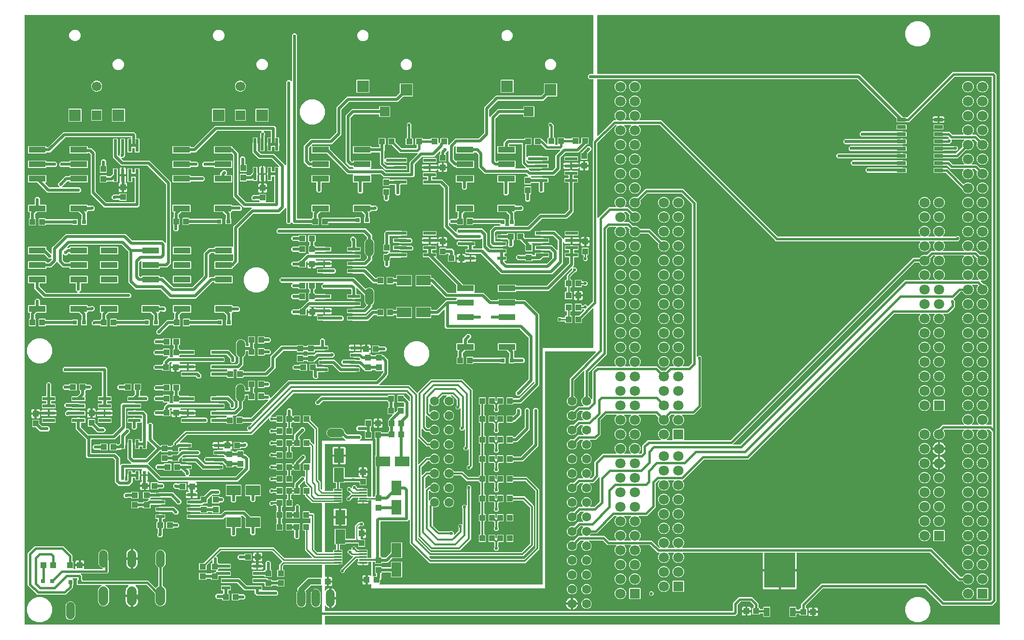
<source format=gbr>
G04 EAGLE Gerber RS-274X export*
G75*
%MOMM*%
%FSLAX34Y34*%
%LPD*%
%INTop Copper*%
%IPPOS*%
%AMOC8*
5,1,8,0,0,1.08239X$1,22.5*%
G01*
%ADD10R,1.000000X1.100000*%
%ADD11R,2.100000X2.100000*%
%ADD12R,1.700000X1.700000*%
%ADD13R,3.000000X1.110000*%
%ADD14C,1.700000*%
%ADD15R,2.200000X0.600000*%
%ADD16R,0.600000X2.200000*%
%ADD17R,1.500000X0.600000*%
%ADD18R,1.100000X1.000000*%
%ADD19R,0.600000X1.500000*%
%ADD20C,1.693800*%
%ADD21R,1.524000X0.635000*%
%ADD22R,0.800000X0.800000*%
%ADD23R,2.500000X1.800000*%
%ADD24C,1.500000*%
%ADD25R,1.800000X1.800000*%
%ADD26C,1.800000*%
%ADD27R,5.400000X6.200000*%
%ADD28R,1.000000X1.600000*%
%ADD29C,1.600000*%
%ADD30R,1.400000X0.300000*%
%ADD31R,1.800000X2.500000*%
%ADD32R,0.420000X0.570000*%
%ADD33C,0.406400*%
%ADD34C,0.508000*%
%ADD35C,0.600000*%
%ADD36C,0.304800*%
%ADD37C,0.254000*%
%ADD38C,1.016000*%
%ADD39C,0.200000*%

G36*
X524064Y3280D02*
X524064Y3280D01*
X524128Y3279D01*
X524203Y3300D01*
X524279Y3311D01*
X524338Y3337D01*
X524400Y3354D01*
X524466Y3395D01*
X524536Y3427D01*
X524585Y3469D01*
X524640Y3502D01*
X524692Y3560D01*
X524750Y3610D01*
X524786Y3664D01*
X524829Y3712D01*
X524862Y3781D01*
X524905Y3846D01*
X524924Y3908D01*
X524952Y3965D01*
X524963Y4035D01*
X524987Y4116D01*
X524988Y4201D01*
X524999Y4270D01*
X524999Y71500D01*
X524990Y71564D01*
X524991Y71628D01*
X524970Y71703D01*
X524959Y71779D01*
X524933Y71838D01*
X524916Y71900D01*
X524875Y71966D01*
X524843Y72036D01*
X524801Y72085D01*
X524768Y72140D01*
X524710Y72192D01*
X524660Y72250D01*
X524606Y72286D01*
X524558Y72329D01*
X524489Y72362D01*
X524424Y72405D01*
X524362Y72424D01*
X524305Y72452D01*
X524235Y72463D01*
X524154Y72487D01*
X524069Y72488D01*
X524000Y72499D01*
X521507Y72499D01*
X521466Y72493D01*
X521425Y72496D01*
X521341Y72476D01*
X521228Y72459D01*
X521175Y72435D01*
X521125Y72423D01*
X519908Y71919D01*
X506347Y71919D01*
X506252Y71906D01*
X506156Y71901D01*
X506113Y71886D01*
X506068Y71879D01*
X505980Y71840D01*
X505889Y71808D01*
X505855Y71783D01*
X505811Y71763D01*
X505713Y71680D01*
X505640Y71627D01*
X496715Y62701D01*
X496709Y62693D01*
X496701Y62687D01*
X496624Y62581D01*
X496545Y62475D01*
X496542Y62466D01*
X496536Y62459D01*
X496492Y62335D01*
X496446Y62211D01*
X496445Y62202D01*
X496442Y62193D01*
X496434Y62062D01*
X496424Y61930D01*
X496426Y61921D01*
X496425Y61911D01*
X496444Y61836D01*
X496482Y61654D01*
X496493Y61633D01*
X496498Y61612D01*
X497501Y59191D01*
X497501Y40809D01*
X496207Y37685D01*
X493815Y35293D01*
X490691Y33999D01*
X487309Y33999D01*
X484185Y35293D01*
X481793Y37685D01*
X480499Y40809D01*
X480499Y59191D01*
X481843Y62435D01*
X481854Y62476D01*
X481872Y62513D01*
X481885Y62598D01*
X481913Y62709D01*
X481911Y62767D01*
X481919Y62818D01*
X481919Y66408D01*
X482997Y69011D01*
X498989Y85003D01*
X501592Y86081D01*
X519908Y86081D01*
X521125Y85577D01*
X521165Y85566D01*
X521203Y85548D01*
X521288Y85535D01*
X521398Y85507D01*
X521457Y85509D01*
X521507Y85501D01*
X524000Y85501D01*
X524064Y85510D01*
X524128Y85509D01*
X524203Y85530D01*
X524279Y85541D01*
X524338Y85567D01*
X524400Y85584D01*
X524466Y85625D01*
X524536Y85657D01*
X524585Y85699D01*
X524640Y85732D01*
X524692Y85790D01*
X524750Y85840D01*
X524786Y85894D01*
X524829Y85942D01*
X524862Y86011D01*
X524905Y86076D01*
X524924Y86138D01*
X524952Y86195D01*
X524963Y86265D01*
X524987Y86346D01*
X524988Y86431D01*
X524999Y86500D01*
X524999Y107730D01*
X524990Y107794D01*
X524991Y107858D01*
X524970Y107933D01*
X524959Y108009D01*
X524933Y108068D01*
X524916Y108130D01*
X524875Y108196D01*
X524843Y108266D01*
X524801Y108315D01*
X524768Y108370D01*
X524710Y108422D01*
X524660Y108480D01*
X524606Y108516D01*
X524558Y108559D01*
X524489Y108592D01*
X524424Y108635D01*
X524362Y108654D01*
X524305Y108682D01*
X524235Y108693D01*
X524154Y108717D01*
X524069Y108718D01*
X524000Y108729D01*
X459269Y108729D01*
X459174Y108716D01*
X459078Y108711D01*
X459034Y108696D01*
X458989Y108689D01*
X458902Y108650D01*
X458811Y108618D01*
X458777Y108593D01*
X458733Y108573D01*
X458635Y108490D01*
X458562Y108437D01*
X456563Y106438D01*
X456506Y106361D01*
X456441Y106290D01*
X456421Y106249D01*
X456394Y106212D01*
X456360Y106122D01*
X456318Y106036D01*
X456312Y105994D01*
X456295Y105948D01*
X456285Y105821D01*
X456271Y105731D01*
X456271Y100500D01*
X456280Y100436D01*
X456279Y100372D01*
X456300Y100297D01*
X456311Y100221D01*
X456337Y100162D01*
X456354Y100100D01*
X456395Y100034D01*
X456427Y99964D01*
X456469Y99915D01*
X456502Y99860D01*
X456560Y99808D01*
X456610Y99750D01*
X456664Y99714D01*
X456712Y99671D01*
X456781Y99638D01*
X456846Y99595D01*
X456908Y99576D01*
X456965Y99548D01*
X457035Y99537D01*
X457116Y99513D01*
X457201Y99512D01*
X457270Y99501D01*
X458915Y99501D01*
X459501Y98915D01*
X459501Y88085D01*
X458915Y87499D01*
X447085Y87499D01*
X446499Y88085D01*
X446499Y98915D01*
X447085Y99501D01*
X448730Y99501D01*
X448794Y99510D01*
X448858Y99509D01*
X448933Y99530D01*
X449009Y99541D01*
X449068Y99567D01*
X449130Y99584D01*
X449196Y99625D01*
X449266Y99657D01*
X449315Y99699D01*
X449370Y99732D01*
X449422Y99790D01*
X449480Y99840D01*
X449516Y99894D01*
X449559Y99942D01*
X449592Y100011D01*
X449635Y100076D01*
X449654Y100138D01*
X449682Y100195D01*
X449693Y100265D01*
X449717Y100346D01*
X449718Y100431D01*
X449729Y100500D01*
X449729Y108855D01*
X454918Y114043D01*
X454956Y114095D01*
X455003Y114140D01*
X455041Y114207D01*
X455087Y114269D01*
X455110Y114329D01*
X455142Y114385D01*
X455159Y114460D01*
X455187Y114533D01*
X455192Y114597D01*
X455206Y114659D01*
X455203Y114737D01*
X455209Y114814D01*
X455195Y114877D01*
X455192Y114941D01*
X455167Y115014D01*
X455151Y115090D01*
X455121Y115147D01*
X455100Y115208D01*
X455058Y115264D01*
X455018Y115339D01*
X454959Y115400D01*
X454918Y115457D01*
X437938Y132437D01*
X437861Y132494D01*
X437790Y132559D01*
X437749Y132579D01*
X437712Y132606D01*
X437622Y132640D01*
X437536Y132682D01*
X437494Y132688D01*
X437448Y132705D01*
X437321Y132715D01*
X437231Y132729D01*
X348269Y132729D01*
X348174Y132716D01*
X348078Y132711D01*
X348034Y132696D01*
X347989Y132689D01*
X347902Y132650D01*
X347811Y132618D01*
X347777Y132593D01*
X347733Y132573D01*
X347635Y132490D01*
X347562Y132437D01*
X339980Y124855D01*
X339970Y124842D01*
X339968Y124840D01*
X339963Y124831D01*
X339942Y124803D01*
X339895Y124758D01*
X339857Y124691D01*
X339811Y124629D01*
X339788Y124569D01*
X339756Y124513D01*
X339739Y124438D01*
X339711Y124365D01*
X339706Y124301D01*
X339692Y124239D01*
X339695Y124161D01*
X339689Y124084D01*
X339703Y124021D01*
X339706Y123957D01*
X339731Y123884D01*
X339747Y123808D01*
X339777Y123751D01*
X339798Y123690D01*
X339840Y123634D01*
X339880Y123559D01*
X339939Y123498D01*
X339980Y123441D01*
X342541Y120881D01*
X342541Y112288D01*
X342554Y112193D01*
X342559Y112097D01*
X342574Y112054D01*
X342581Y112009D01*
X342620Y111922D01*
X342652Y111831D01*
X342677Y111796D01*
X342697Y111752D01*
X342780Y111655D01*
X342833Y111582D01*
X343532Y110883D01*
X343609Y110826D01*
X343680Y110761D01*
X343721Y110741D01*
X343757Y110714D01*
X343847Y110680D01*
X343934Y110638D01*
X343976Y110632D01*
X344021Y110615D01*
X344149Y110605D01*
X344238Y110591D01*
X358381Y110591D01*
X358628Y110343D01*
X358705Y110286D01*
X358776Y110221D01*
X358817Y110201D01*
X358854Y110174D01*
X358944Y110140D01*
X359030Y110098D01*
X359072Y110092D01*
X359118Y110075D01*
X359245Y110065D01*
X359335Y110051D01*
X364415Y110051D01*
X365001Y109465D01*
X365001Y102635D01*
X364415Y102049D01*
X359335Y102049D01*
X359240Y102036D01*
X359144Y102031D01*
X359100Y102016D01*
X359056Y102009D01*
X358968Y101970D01*
X358877Y101938D01*
X358843Y101913D01*
X358799Y101893D01*
X358701Y101810D01*
X358628Y101757D01*
X358381Y101509D01*
X344500Y101509D01*
X344436Y101500D01*
X344372Y101501D01*
X344297Y101480D01*
X344221Y101469D01*
X344162Y101443D01*
X344100Y101426D01*
X344034Y101385D01*
X343964Y101353D01*
X343915Y101311D01*
X343860Y101278D01*
X343808Y101220D01*
X343750Y101170D01*
X343714Y101116D01*
X343671Y101068D01*
X343638Y100999D01*
X343595Y100934D01*
X343576Y100872D01*
X343548Y100815D01*
X343537Y100745D01*
X343513Y100664D01*
X343512Y100579D01*
X343501Y100510D01*
X343501Y100085D01*
X343012Y99597D01*
X342992Y99571D01*
X342968Y99550D01*
X342908Y99458D01*
X342843Y99371D01*
X342831Y99341D01*
X342813Y99314D01*
X342782Y99209D01*
X342743Y99107D01*
X342740Y99075D01*
X342731Y99044D01*
X342730Y98935D01*
X342721Y98826D01*
X342728Y98794D01*
X342727Y98762D01*
X342756Y98657D01*
X342779Y98550D01*
X342794Y98521D01*
X342803Y98490D01*
X342860Y98397D01*
X342911Y98301D01*
X342934Y98278D01*
X342951Y98250D01*
X343032Y98177D01*
X343108Y98099D01*
X343136Y98083D01*
X343160Y98061D01*
X343258Y98014D01*
X343353Y97960D01*
X343385Y97952D01*
X343414Y97938D01*
X343503Y97924D01*
X343628Y97895D01*
X343676Y97897D01*
X343718Y97891D01*
X358381Y97891D01*
X358628Y97643D01*
X358705Y97586D01*
X358776Y97521D01*
X358817Y97501D01*
X358854Y97474D01*
X358944Y97440D01*
X359030Y97398D01*
X359072Y97392D01*
X359118Y97375D01*
X359245Y97365D01*
X359335Y97351D01*
X364415Y97351D01*
X365001Y96765D01*
X365001Y89935D01*
X364415Y89349D01*
X359335Y89349D01*
X359240Y89336D01*
X359144Y89331D01*
X359100Y89316D01*
X359056Y89309D01*
X358968Y89270D01*
X358877Y89238D01*
X358843Y89213D01*
X358799Y89193D01*
X358701Y89110D01*
X358628Y89057D01*
X358381Y88809D01*
X344500Y88809D01*
X344436Y88800D01*
X344372Y88801D01*
X344297Y88780D01*
X344221Y88769D01*
X344162Y88743D01*
X344100Y88726D01*
X344034Y88685D01*
X343964Y88653D01*
X343915Y88611D01*
X343860Y88578D01*
X343808Y88520D01*
X343750Y88470D01*
X343714Y88416D01*
X343671Y88368D01*
X343638Y88299D01*
X343595Y88234D01*
X343576Y88172D01*
X343548Y88115D01*
X343537Y88045D01*
X343513Y87964D01*
X343512Y87879D01*
X343501Y87810D01*
X343501Y83085D01*
X342915Y82499D01*
X331085Y82499D01*
X330489Y83096D01*
X330470Y83163D01*
X330459Y83239D01*
X330433Y83298D01*
X330416Y83360D01*
X330375Y83426D01*
X330343Y83496D01*
X330301Y83545D01*
X330268Y83600D01*
X330210Y83652D01*
X330160Y83710D01*
X330106Y83746D01*
X330058Y83789D01*
X329989Y83822D01*
X329924Y83865D01*
X329862Y83884D01*
X329805Y83912D01*
X329735Y83923D01*
X329654Y83947D01*
X329569Y83948D01*
X329500Y83959D01*
X323500Y83959D01*
X323436Y83950D01*
X323372Y83951D01*
X323297Y83930D01*
X323221Y83919D01*
X323162Y83893D01*
X323100Y83876D01*
X323034Y83835D01*
X322964Y83803D01*
X322915Y83761D01*
X322860Y83728D01*
X322808Y83670D01*
X322750Y83620D01*
X322714Y83566D01*
X322671Y83518D01*
X322638Y83449D01*
X322595Y83384D01*
X322576Y83322D01*
X322548Y83265D01*
X322537Y83195D01*
X322513Y83114D01*
X322512Y83097D01*
X321915Y82499D01*
X310085Y82499D01*
X309499Y83085D01*
X309499Y93915D01*
X310085Y94501D01*
X321915Y94501D01*
X322511Y93904D01*
X322530Y93837D01*
X322541Y93761D01*
X322567Y93702D01*
X322584Y93640D01*
X322625Y93574D01*
X322657Y93504D01*
X322699Y93455D01*
X322732Y93400D01*
X322790Y93348D01*
X322840Y93290D01*
X322894Y93254D01*
X322942Y93211D01*
X323011Y93178D01*
X323076Y93135D01*
X323138Y93116D01*
X323195Y93088D01*
X323265Y93077D01*
X323346Y93053D01*
X323431Y93052D01*
X323500Y93041D01*
X329500Y93041D01*
X329564Y93050D01*
X329628Y93049D01*
X329703Y93070D01*
X329779Y93081D01*
X329838Y93107D01*
X329900Y93124D01*
X329966Y93165D01*
X330036Y93197D01*
X330085Y93239D01*
X330140Y93272D01*
X330192Y93330D01*
X330250Y93380D01*
X330286Y93434D01*
X330329Y93482D01*
X330362Y93551D01*
X330405Y93616D01*
X330424Y93678D01*
X330452Y93735D01*
X330463Y93805D01*
X330487Y93886D01*
X330488Y93903D01*
X331085Y94501D01*
X336165Y94501D01*
X336260Y94514D01*
X336356Y94519D01*
X336400Y94534D01*
X336444Y94541D01*
X336532Y94580D01*
X336623Y94612D01*
X336657Y94637D01*
X336701Y94657D01*
X336799Y94740D01*
X336872Y94793D01*
X337016Y94938D01*
X337017Y94938D01*
X339872Y97793D01*
X339891Y97819D01*
X339916Y97840D01*
X339976Y97932D01*
X340041Y98019D01*
X340053Y98049D01*
X340070Y98076D01*
X340102Y98181D01*
X340141Y98283D01*
X340143Y98315D01*
X340153Y98346D01*
X340154Y98455D01*
X340163Y98564D01*
X340156Y98596D01*
X340156Y98628D01*
X340127Y98733D01*
X340105Y98840D01*
X340090Y98869D01*
X340081Y98900D01*
X340024Y98993D01*
X339972Y99089D01*
X339950Y99112D01*
X339933Y99140D01*
X339852Y99213D01*
X339776Y99291D01*
X339748Y99307D01*
X339724Y99329D01*
X339625Y99376D01*
X339530Y99430D01*
X339499Y99438D01*
X339470Y99452D01*
X339381Y99466D01*
X339256Y99495D01*
X339207Y99493D01*
X339165Y99499D01*
X331085Y99499D01*
X330499Y100085D01*
X330499Y110915D01*
X331085Y111501D01*
X332460Y111501D01*
X332524Y111510D01*
X332588Y111509D01*
X332663Y111530D01*
X332739Y111541D01*
X332798Y111567D01*
X332860Y111584D01*
X332926Y111625D01*
X332996Y111657D01*
X333045Y111699D01*
X333100Y111732D01*
X333152Y111790D01*
X333210Y111840D01*
X333246Y111894D01*
X333289Y111942D01*
X333322Y112011D01*
X333365Y112076D01*
X333384Y112138D01*
X333412Y112195D01*
X333423Y112265D01*
X333447Y112346D01*
X333448Y112431D01*
X333459Y112500D01*
X333459Y115921D01*
X333455Y115953D01*
X333457Y115985D01*
X333435Y116092D01*
X333419Y116201D01*
X333406Y116230D01*
X333400Y116262D01*
X333348Y116358D01*
X333303Y116458D01*
X333282Y116482D01*
X333267Y116510D01*
X333191Y116589D01*
X333120Y116672D01*
X333093Y116689D01*
X333070Y116713D01*
X332975Y116766D01*
X332884Y116826D01*
X332853Y116836D01*
X332825Y116852D01*
X332718Y116877D01*
X332614Y116909D01*
X332582Y116909D01*
X332551Y116917D01*
X332441Y116911D01*
X332332Y116912D01*
X332301Y116904D01*
X332269Y116902D01*
X332166Y116866D01*
X332060Y116837D01*
X332033Y116820D01*
X332002Y116810D01*
X331929Y116756D01*
X331820Y116689D01*
X331788Y116653D01*
X331753Y116628D01*
X322793Y107668D01*
X322736Y107591D01*
X322671Y107520D01*
X322651Y107479D01*
X322624Y107442D01*
X322590Y107352D01*
X322548Y107266D01*
X322542Y107224D01*
X322525Y107178D01*
X322515Y107051D01*
X322501Y106961D01*
X322501Y100085D01*
X321915Y99499D01*
X310085Y99499D01*
X309499Y100085D01*
X309499Y110915D01*
X310085Y111501D01*
X316961Y111501D01*
X317056Y111514D01*
X317152Y111519D01*
X317196Y111534D01*
X317241Y111541D01*
X317328Y111580D01*
X317419Y111612D01*
X317453Y111637D01*
X317497Y111657D01*
X317595Y111740D01*
X317668Y111793D01*
X345145Y139271D01*
X440355Y139271D01*
X459062Y120563D01*
X459139Y120506D01*
X459210Y120441D01*
X459251Y120421D01*
X459288Y120394D01*
X459378Y120360D01*
X459464Y120318D01*
X459506Y120312D01*
X459552Y120295D01*
X459679Y120285D01*
X459769Y120271D01*
X506691Y120271D01*
X506723Y120275D01*
X506755Y120273D01*
X506862Y120295D01*
X506971Y120311D01*
X507000Y120324D01*
X507032Y120330D01*
X507128Y120382D01*
X507228Y120427D01*
X507252Y120448D01*
X507280Y120463D01*
X507359Y120539D01*
X507442Y120610D01*
X507459Y120637D01*
X507483Y120660D01*
X507536Y120755D01*
X507596Y120846D01*
X507606Y120877D01*
X507622Y120905D01*
X507647Y121012D01*
X507679Y121116D01*
X507679Y121148D01*
X507687Y121179D01*
X507681Y121289D01*
X507682Y121398D01*
X507674Y121429D01*
X507672Y121461D01*
X507636Y121564D01*
X507607Y121670D01*
X507590Y121697D01*
X507580Y121728D01*
X507526Y121801D01*
X507459Y121910D01*
X507423Y121942D01*
X507398Y121977D01*
X495229Y134145D01*
X495229Y167500D01*
X495220Y167564D01*
X495221Y167628D01*
X495200Y167703D01*
X495189Y167779D01*
X495163Y167838D01*
X495146Y167900D01*
X495105Y167966D01*
X495073Y168036D01*
X495031Y168085D01*
X494998Y168140D01*
X494940Y168192D01*
X494890Y168250D01*
X494836Y168286D01*
X494788Y168329D01*
X494719Y168362D01*
X494654Y168405D01*
X494592Y168424D01*
X494535Y168452D01*
X494465Y168463D01*
X494384Y168487D01*
X494299Y168488D01*
X494230Y168499D01*
X492085Y168499D01*
X491499Y169085D01*
X491499Y180915D01*
X492085Y181501D01*
X502914Y181501D01*
X503023Y181392D01*
X503049Y181372D01*
X503070Y181348D01*
X503162Y181288D01*
X503249Y181223D01*
X503279Y181211D01*
X503306Y181193D01*
X503411Y181162D01*
X503513Y181123D01*
X503545Y181120D01*
X503576Y181111D01*
X503685Y181110D01*
X503794Y181101D01*
X503826Y181108D01*
X503858Y181107D01*
X503963Y181136D01*
X504070Y181159D01*
X504099Y181174D01*
X504130Y181183D01*
X504223Y181240D01*
X504319Y181291D01*
X504342Y181314D01*
X504370Y181331D01*
X504443Y181412D01*
X504521Y181488D01*
X504537Y181516D01*
X504559Y181540D01*
X504606Y181638D01*
X504660Y181733D01*
X504668Y181765D01*
X504682Y181794D01*
X504696Y181883D01*
X504725Y182008D01*
X504723Y182056D01*
X504729Y182098D01*
X504729Y188902D01*
X504725Y188934D01*
X504727Y188966D01*
X504705Y189073D01*
X504689Y189181D01*
X504676Y189210D01*
X504670Y189242D01*
X504618Y189338D01*
X504573Y189438D01*
X504552Y189462D01*
X504537Y189491D01*
X504461Y189569D01*
X504390Y189652D01*
X504363Y189670D01*
X504340Y189693D01*
X504245Y189747D01*
X504154Y189807D01*
X504123Y189816D01*
X504095Y189832D01*
X503989Y189857D01*
X503884Y189889D01*
X503852Y189889D01*
X503820Y189897D01*
X503711Y189891D01*
X503602Y189893D01*
X503571Y189884D01*
X503539Y189882D01*
X503436Y189847D01*
X503330Y189817D01*
X503303Y189801D01*
X503272Y189790D01*
X503199Y189737D01*
X503090Y189669D01*
X503058Y189633D01*
X503023Y189608D01*
X502914Y189499D01*
X492085Y189499D01*
X491499Y190085D01*
X491499Y201915D01*
X492085Y202501D01*
X502915Y202501D01*
X503501Y201915D01*
X503501Y200270D01*
X503510Y200206D01*
X503509Y200142D01*
X503530Y200067D01*
X503541Y199991D01*
X503567Y199932D01*
X503584Y199870D01*
X503625Y199804D01*
X503657Y199734D01*
X503699Y199685D01*
X503732Y199630D01*
X503790Y199578D01*
X503840Y199520D01*
X503894Y199484D01*
X503942Y199441D01*
X504011Y199408D01*
X504076Y199365D01*
X504138Y199346D01*
X504195Y199318D01*
X504265Y199307D01*
X504346Y199283D01*
X504431Y199282D01*
X504500Y199271D01*
X509355Y199271D01*
X511271Y197355D01*
X511271Y136769D01*
X511284Y136674D01*
X511289Y136578D01*
X511304Y136534D01*
X511311Y136489D01*
X511350Y136402D01*
X511382Y136311D01*
X511407Y136277D01*
X511427Y136233D01*
X511510Y136135D01*
X511563Y136062D01*
X517062Y130563D01*
X517139Y130506D01*
X517210Y130441D01*
X517251Y130421D01*
X517288Y130394D01*
X517378Y130360D01*
X517464Y130318D01*
X517506Y130312D01*
X517552Y130295D01*
X517679Y130285D01*
X517769Y130271D01*
X524000Y130271D01*
X524064Y130280D01*
X524128Y130279D01*
X524203Y130300D01*
X524279Y130311D01*
X524338Y130337D01*
X524400Y130354D01*
X524466Y130395D01*
X524536Y130427D01*
X524585Y130469D01*
X524640Y130502D01*
X524692Y130560D01*
X524750Y130610D01*
X524786Y130664D01*
X524829Y130712D01*
X524862Y130781D01*
X524905Y130846D01*
X524924Y130908D01*
X524952Y130965D01*
X524963Y131035D01*
X524987Y131116D01*
X524988Y131201D01*
X524999Y131270D01*
X524999Y215730D01*
X524990Y215794D01*
X524991Y215858D01*
X524970Y215933D01*
X524959Y216009D01*
X524933Y216068D01*
X524916Y216130D01*
X524875Y216196D01*
X524843Y216266D01*
X524801Y216315D01*
X524768Y216370D01*
X524710Y216422D01*
X524660Y216480D01*
X524606Y216516D01*
X524558Y216559D01*
X524489Y216592D01*
X524424Y216635D01*
X524362Y216654D01*
X524305Y216682D01*
X524235Y216693D01*
X524154Y216717D01*
X524069Y216718D01*
X524000Y216729D01*
X507645Y216729D01*
X495229Y229145D01*
X495229Y230500D01*
X495220Y230564D01*
X495221Y230628D01*
X495200Y230703D01*
X495189Y230779D01*
X495163Y230838D01*
X495146Y230900D01*
X495105Y230966D01*
X495073Y231036D01*
X495031Y231085D01*
X494998Y231140D01*
X494940Y231192D01*
X494890Y231250D01*
X494836Y231286D01*
X494788Y231329D01*
X494719Y231362D01*
X494654Y231405D01*
X494592Y231424D01*
X494535Y231452D01*
X494465Y231463D01*
X494384Y231487D01*
X494299Y231488D01*
X494230Y231499D01*
X493085Y231499D01*
X492499Y232085D01*
X492499Y243915D01*
X493085Y244501D01*
X499461Y244501D01*
X499493Y244505D01*
X499525Y244503D01*
X499632Y244525D01*
X499741Y244541D01*
X499770Y244554D01*
X499802Y244560D01*
X499898Y244612D01*
X499998Y244657D01*
X500022Y244678D01*
X500050Y244693D01*
X500129Y244769D01*
X500212Y244840D01*
X500229Y244867D01*
X500253Y244890D01*
X500306Y244985D01*
X500366Y245076D01*
X500376Y245107D01*
X500392Y245135D01*
X500417Y245241D01*
X500449Y245346D01*
X500449Y245378D01*
X500457Y245409D01*
X500451Y245519D01*
X500452Y245628D01*
X500444Y245659D01*
X500442Y245691D01*
X500406Y245794D01*
X500377Y245900D01*
X500360Y245927D01*
X500350Y245958D01*
X500296Y246031D01*
X500229Y246140D01*
X500193Y246172D01*
X500168Y246207D01*
X497398Y248977D01*
X495189Y251185D01*
X495189Y254355D01*
X495185Y254387D01*
X495187Y254419D01*
X495165Y254526D01*
X495149Y254635D01*
X495136Y254664D01*
X495130Y254695D01*
X495078Y254792D01*
X495033Y254891D01*
X495012Y254916D01*
X494997Y254944D01*
X494921Y255023D01*
X494850Y255106D01*
X494823Y255123D01*
X494800Y255147D01*
X494705Y255200D01*
X494614Y255260D01*
X494583Y255270D01*
X494555Y255286D01*
X494448Y255311D01*
X494344Y255343D01*
X494312Y255343D01*
X494281Y255350D01*
X494171Y255345D01*
X494062Y255346D01*
X494031Y255338D01*
X493999Y255336D01*
X493896Y255300D01*
X493790Y255271D01*
X493763Y255254D01*
X493732Y255244D01*
X493659Y255190D01*
X493550Y255123D01*
X493518Y255087D01*
X493483Y255062D01*
X486333Y247912D01*
X486276Y247835D01*
X486211Y247764D01*
X486191Y247723D01*
X486164Y247686D01*
X486130Y247596D01*
X486088Y247510D01*
X486082Y247468D01*
X486065Y247422D01*
X486055Y247295D01*
X486041Y247205D01*
X486041Y245500D01*
X486050Y245436D01*
X486049Y245372D01*
X486070Y245297D01*
X486081Y245221D01*
X486107Y245162D01*
X486124Y245100D01*
X486165Y245034D01*
X486197Y244964D01*
X486239Y244915D01*
X486272Y244860D01*
X486330Y244808D01*
X486380Y244750D01*
X486434Y244714D01*
X486482Y244671D01*
X486551Y244638D01*
X486616Y244595D01*
X486678Y244576D01*
X486735Y244548D01*
X486805Y244537D01*
X486886Y244513D01*
X486903Y244512D01*
X487501Y243915D01*
X487501Y232085D01*
X486915Y231499D01*
X476085Y231499D01*
X475499Y232085D01*
X475499Y233476D01*
X475490Y233540D01*
X475491Y233604D01*
X475470Y233679D01*
X475459Y233755D01*
X475433Y233814D01*
X475416Y233876D01*
X475375Y233942D01*
X475343Y234012D01*
X475301Y234061D01*
X475268Y234116D01*
X475210Y234168D01*
X475160Y234226D01*
X475106Y234262D01*
X475058Y234305D01*
X474989Y234338D01*
X474924Y234381D01*
X474862Y234400D01*
X474805Y234428D01*
X474735Y234439D01*
X474654Y234463D01*
X474569Y234464D01*
X474500Y234475D01*
X474436Y234466D01*
X474372Y234467D01*
X474297Y234446D01*
X474221Y234435D01*
X474162Y234409D01*
X474100Y234392D01*
X474034Y234351D01*
X473964Y234319D01*
X473915Y234277D01*
X473860Y234244D01*
X473808Y234186D01*
X473750Y234136D01*
X473714Y234082D01*
X473671Y234034D01*
X473638Y233965D01*
X473595Y233900D01*
X473576Y233838D01*
X473548Y233781D01*
X473537Y233711D01*
X473513Y233630D01*
X473512Y233545D01*
X473501Y233476D01*
X473501Y232085D01*
X472915Y231499D01*
X472024Y231499D01*
X471960Y231490D01*
X471896Y231491D01*
X471821Y231470D01*
X471745Y231459D01*
X471686Y231433D01*
X471624Y231416D01*
X471558Y231375D01*
X471488Y231343D01*
X471439Y231301D01*
X471384Y231268D01*
X471332Y231210D01*
X471274Y231160D01*
X471238Y231106D01*
X471195Y231058D01*
X471162Y230989D01*
X471119Y230924D01*
X471100Y230862D01*
X471072Y230805D01*
X471061Y230735D01*
X471037Y230654D01*
X471036Y230569D01*
X471025Y230500D01*
X471025Y224500D01*
X471034Y224436D01*
X471033Y224372D01*
X471054Y224297D01*
X471065Y224221D01*
X471091Y224162D01*
X471108Y224100D01*
X471149Y224034D01*
X471181Y223964D01*
X471223Y223915D01*
X471256Y223860D01*
X471314Y223808D01*
X471364Y223750D01*
X471418Y223714D01*
X471466Y223671D01*
X471535Y223638D01*
X471600Y223595D01*
X471662Y223576D01*
X471719Y223548D01*
X471789Y223537D01*
X471870Y223513D01*
X471955Y223512D01*
X472024Y223501D01*
X472915Y223501D01*
X473501Y222915D01*
X473501Y211085D01*
X472915Y210499D01*
X462085Y210499D01*
X461499Y211085D01*
X461499Y222915D01*
X462085Y223501D01*
X462976Y223501D01*
X463040Y223510D01*
X463104Y223509D01*
X463179Y223530D01*
X463255Y223541D01*
X463314Y223567D01*
X463376Y223584D01*
X463442Y223625D01*
X463512Y223657D01*
X463561Y223699D01*
X463616Y223732D01*
X463668Y223790D01*
X463726Y223840D01*
X463762Y223894D01*
X463805Y223942D01*
X463838Y224011D01*
X463881Y224076D01*
X463900Y224138D01*
X463928Y224195D01*
X463939Y224265D01*
X463963Y224346D01*
X463964Y224431D01*
X463975Y224500D01*
X463975Y230500D01*
X463966Y230564D01*
X463967Y230628D01*
X463946Y230703D01*
X463935Y230779D01*
X463909Y230838D01*
X463892Y230900D01*
X463851Y230966D01*
X463819Y231036D01*
X463777Y231085D01*
X463744Y231140D01*
X463686Y231192D01*
X463636Y231250D01*
X463582Y231286D01*
X463534Y231329D01*
X463465Y231362D01*
X463400Y231405D01*
X463338Y231424D01*
X463281Y231452D01*
X463211Y231463D01*
X463130Y231487D01*
X463045Y231488D01*
X462976Y231499D01*
X462085Y231499D01*
X461499Y232085D01*
X461499Y243915D01*
X462085Y244501D01*
X472915Y244501D01*
X473501Y243915D01*
X473501Y242524D01*
X473510Y242460D01*
X473509Y242396D01*
X473530Y242321D01*
X473541Y242245D01*
X473567Y242186D01*
X473584Y242124D01*
X473625Y242058D01*
X473657Y241988D01*
X473699Y241939D01*
X473732Y241884D01*
X473790Y241832D01*
X473840Y241774D01*
X473894Y241738D01*
X473942Y241695D01*
X474011Y241662D01*
X474076Y241619D01*
X474138Y241600D01*
X474195Y241572D01*
X474265Y241561D01*
X474346Y241537D01*
X474431Y241536D01*
X474500Y241525D01*
X474564Y241534D01*
X474628Y241533D01*
X474703Y241554D01*
X474779Y241565D01*
X474838Y241591D01*
X474900Y241608D01*
X474966Y241649D01*
X475036Y241681D01*
X475085Y241723D01*
X475140Y241756D01*
X475192Y241814D01*
X475250Y241864D01*
X475286Y241918D01*
X475329Y241966D01*
X475362Y242035D01*
X475405Y242100D01*
X475424Y242162D01*
X475452Y242219D01*
X475463Y242289D01*
X475487Y242370D01*
X475488Y242455D01*
X475499Y242524D01*
X475499Y243915D01*
X476096Y244511D01*
X476163Y244530D01*
X476239Y244541D01*
X476298Y244567D01*
X476360Y244584D01*
X476426Y244625D01*
X476496Y244657D01*
X476545Y244699D01*
X476600Y244732D01*
X476652Y244790D01*
X476710Y244840D01*
X476746Y244894D01*
X476789Y244942D01*
X476822Y245011D01*
X476865Y245076D01*
X476884Y245138D01*
X476912Y245195D01*
X476923Y245265D01*
X476947Y245346D01*
X476948Y245431D01*
X476959Y245500D01*
X476959Y251381D01*
X489119Y263541D01*
X492881Y263541D01*
X493483Y262938D01*
X493509Y262919D01*
X493530Y262894D01*
X493622Y262834D01*
X493709Y262769D01*
X493739Y262757D01*
X493766Y262740D01*
X493871Y262708D01*
X493973Y262669D01*
X494005Y262667D01*
X494036Y262657D01*
X494145Y262656D01*
X494254Y262647D01*
X494286Y262654D01*
X494318Y262654D01*
X494423Y262683D01*
X494530Y262705D01*
X494559Y262720D01*
X494590Y262729D01*
X494683Y262786D01*
X494779Y262838D01*
X494802Y262860D01*
X494830Y262877D01*
X494903Y262958D01*
X494981Y263034D01*
X494997Y263062D01*
X495019Y263086D01*
X495066Y263184D01*
X495120Y263280D01*
X495128Y263311D01*
X495142Y263340D01*
X495156Y263430D01*
X495185Y263554D01*
X495183Y263603D01*
X495189Y263645D01*
X495189Y272500D01*
X495180Y272564D01*
X495181Y272628D01*
X495160Y272703D01*
X495149Y272779D01*
X495123Y272838D01*
X495106Y272900D01*
X495065Y272966D01*
X495033Y273036D01*
X494991Y273085D01*
X494958Y273140D01*
X494900Y273192D01*
X494850Y273250D01*
X494796Y273286D01*
X494748Y273329D01*
X494679Y273362D01*
X494614Y273405D01*
X494552Y273424D01*
X494495Y273452D01*
X494425Y273463D01*
X494344Y273487D01*
X494259Y273488D01*
X494190Y273499D01*
X493085Y273499D01*
X492499Y274085D01*
X492499Y285915D01*
X493085Y286501D01*
X503730Y286501D01*
X503794Y286510D01*
X503858Y286509D01*
X503933Y286530D01*
X504009Y286541D01*
X504068Y286567D01*
X504130Y286584D01*
X504196Y286625D01*
X504266Y286657D01*
X504315Y286699D01*
X504370Y286732D01*
X504422Y286790D01*
X504480Y286840D01*
X504516Y286894D01*
X504559Y286942D01*
X504592Y287011D01*
X504635Y287076D01*
X504654Y287138D01*
X504682Y287195D01*
X504693Y287265D01*
X504717Y287346D01*
X504718Y287431D01*
X504729Y287500D01*
X504729Y314500D01*
X504720Y314564D01*
X504721Y314628D01*
X504700Y314703D01*
X504689Y314779D01*
X504663Y314838D01*
X504646Y314900D01*
X504605Y314966D01*
X504573Y315036D01*
X504531Y315085D01*
X504498Y315140D01*
X504440Y315192D01*
X504390Y315250D01*
X504336Y315286D01*
X504288Y315329D01*
X504219Y315362D01*
X504154Y315405D01*
X504092Y315424D01*
X504035Y315452D01*
X503965Y315463D01*
X503884Y315487D01*
X503799Y315488D01*
X503730Y315499D01*
X493085Y315499D01*
X492499Y316085D01*
X492499Y327915D01*
X493085Y328501D01*
X503915Y328501D01*
X504501Y327915D01*
X504501Y326039D01*
X504514Y325944D01*
X504519Y325848D01*
X504534Y325804D01*
X504541Y325759D01*
X504580Y325672D01*
X504591Y325640D01*
X504594Y325629D01*
X504596Y325626D01*
X504612Y325581D01*
X504637Y325547D01*
X504657Y325503D01*
X504713Y325437D01*
X504743Y325389D01*
X504770Y325364D01*
X504793Y325332D01*
X509062Y321064D01*
X509062Y321063D01*
X510023Y320102D01*
X510049Y320083D01*
X510070Y320058D01*
X510162Y319998D01*
X510249Y319933D01*
X510279Y319921D01*
X510306Y319904D01*
X510411Y319872D01*
X510513Y319833D01*
X510545Y319831D01*
X510576Y319821D01*
X510685Y319820D01*
X510794Y319811D01*
X510826Y319818D01*
X510858Y319818D01*
X510963Y319847D01*
X511070Y319869D01*
X511099Y319884D01*
X511130Y319893D01*
X511223Y319950D01*
X511319Y320002D01*
X511342Y320024D01*
X511370Y320041D01*
X511443Y320122D01*
X511521Y320198D01*
X511537Y320226D01*
X511559Y320250D01*
X511606Y320348D01*
X511660Y320444D01*
X511668Y320475D01*
X511682Y320504D01*
X511696Y320593D01*
X511725Y320718D01*
X511723Y320766D01*
X511729Y320809D01*
X511729Y345731D01*
X511716Y345826D01*
X511711Y345922D01*
X511696Y345966D01*
X511689Y346011D01*
X511650Y346098D01*
X511618Y346189D01*
X511593Y346223D01*
X511573Y346267D01*
X511490Y346365D01*
X511437Y346438D01*
X500668Y357207D01*
X500591Y357264D01*
X500520Y357329D01*
X500479Y357349D01*
X500442Y357376D01*
X500352Y357410D01*
X500266Y357452D01*
X500224Y357458D01*
X500178Y357475D01*
X500051Y357485D01*
X499961Y357499D01*
X493085Y357499D01*
X492499Y358085D01*
X492499Y369915D01*
X493085Y370501D01*
X503915Y370501D01*
X504501Y369915D01*
X504501Y363039D01*
X504514Y362944D01*
X504519Y362848D01*
X504534Y362804D01*
X504541Y362759D01*
X504580Y362672D01*
X504612Y362581D01*
X504637Y362547D01*
X504657Y362503D01*
X504740Y362405D01*
X504759Y362379D01*
X504770Y362361D01*
X504776Y362356D01*
X504793Y362332D01*
X518271Y348855D01*
X518271Y258610D01*
X518284Y258515D01*
X518289Y258419D01*
X518304Y258376D01*
X518311Y258331D01*
X518350Y258243D01*
X518382Y258152D01*
X518407Y258118D01*
X518427Y258074D01*
X518510Y257976D01*
X518563Y257903D01*
X522351Y254116D01*
X522351Y242109D01*
X522364Y242014D01*
X522369Y241918D01*
X522384Y241875D01*
X522391Y241830D01*
X522430Y241743D01*
X522462Y241652D01*
X522487Y241617D01*
X522507Y241573D01*
X522573Y241496D01*
X522600Y241452D01*
X522622Y241432D01*
X522643Y241403D01*
X523293Y240753D01*
X523319Y240733D01*
X523340Y240709D01*
X523432Y240649D01*
X523519Y240583D01*
X523549Y240572D01*
X523576Y240554D01*
X523681Y240522D01*
X523783Y240484D01*
X523815Y240481D01*
X523846Y240472D01*
X523955Y240471D01*
X524064Y240462D01*
X524096Y240469D01*
X524128Y240468D01*
X524233Y240497D01*
X524340Y240520D01*
X524369Y240535D01*
X524400Y240543D01*
X524493Y240601D01*
X524589Y240652D01*
X524612Y240675D01*
X524640Y240692D01*
X524713Y240773D01*
X524791Y240849D01*
X524807Y240877D01*
X524829Y240901D01*
X524876Y240999D01*
X524930Y241094D01*
X524938Y241126D01*
X524952Y241155D01*
X524966Y241244D01*
X524995Y241369D01*
X524993Y241417D01*
X524999Y241459D01*
X524999Y326001D01*
X565415Y326001D01*
X565447Y326005D01*
X565479Y326003D01*
X565586Y326025D01*
X565695Y326041D01*
X565724Y326054D01*
X565755Y326060D01*
X565852Y326112D01*
X565951Y326157D01*
X565976Y326178D01*
X566004Y326193D01*
X566083Y326269D01*
X566166Y326340D01*
X566183Y326367D01*
X566206Y326390D01*
X566260Y326485D01*
X566320Y326576D01*
X566330Y326607D01*
X566346Y326635D01*
X566371Y326742D01*
X566403Y326846D01*
X566403Y326878D01*
X566410Y326909D01*
X566405Y327019D01*
X566406Y327128D01*
X566398Y327159D01*
X566396Y327191D01*
X566360Y327294D01*
X566331Y327400D01*
X566314Y327427D01*
X566304Y327458D01*
X566250Y327531D01*
X566183Y327640D01*
X566159Y327661D01*
X566155Y327667D01*
X566141Y327680D01*
X566122Y327707D01*
X561589Y332239D01*
X561582Y332245D01*
X561576Y332252D01*
X561469Y332329D01*
X561364Y332409D01*
X561355Y332412D01*
X561347Y332417D01*
X561223Y332461D01*
X561100Y332508D01*
X561090Y332509D01*
X561081Y332512D01*
X560950Y332520D01*
X560819Y332530D01*
X560809Y332528D01*
X560800Y332528D01*
X560725Y332510D01*
X560543Y332472D01*
X560521Y332461D01*
X560500Y332456D01*
X558191Y331499D01*
X539809Y331499D01*
X536685Y332793D01*
X534293Y335185D01*
X532999Y338309D01*
X532999Y341691D01*
X534293Y344815D01*
X536685Y347207D01*
X539809Y348501D01*
X558191Y348501D01*
X561315Y347207D01*
X563707Y344815D01*
X564939Y341840D01*
X564960Y341804D01*
X564974Y341765D01*
X565025Y341695D01*
X565082Y341598D01*
X565125Y341557D01*
X565155Y341516D01*
X569588Y337083D01*
X569665Y337026D01*
X569736Y336961D01*
X569777Y336941D01*
X569814Y336914D01*
X569904Y336880D01*
X569990Y336838D01*
X570032Y336832D01*
X570078Y336815D01*
X570205Y336805D01*
X570295Y336791D01*
X591881Y336791D01*
X594541Y334131D01*
X594541Y330369D01*
X591878Y327707D01*
X591867Y327692D01*
X591862Y327688D01*
X591856Y327678D01*
X591834Y327660D01*
X591774Y327568D01*
X591709Y327481D01*
X591697Y327451D01*
X591680Y327424D01*
X591648Y327319D01*
X591609Y327217D01*
X591607Y327185D01*
X591597Y327154D01*
X591596Y327045D01*
X591588Y326936D01*
X591594Y326904D01*
X591594Y326872D01*
X591623Y326767D01*
X591645Y326660D01*
X591660Y326632D01*
X591669Y326600D01*
X591726Y326507D01*
X591778Y326411D01*
X591800Y326388D01*
X591817Y326360D01*
X591898Y326287D01*
X591974Y326209D01*
X592002Y326193D01*
X592026Y326171D01*
X592125Y326124D01*
X592220Y326070D01*
X592251Y326062D01*
X592280Y326048D01*
X592369Y326034D01*
X592494Y326005D01*
X592543Y326007D01*
X592585Y326001D01*
X614001Y326001D01*
X614001Y229270D01*
X614010Y229206D01*
X614009Y229142D01*
X614030Y229067D01*
X614041Y228991D01*
X614067Y228932D01*
X614084Y228870D01*
X614125Y228804D01*
X614157Y228734D01*
X614199Y228685D01*
X614232Y228630D01*
X614290Y228578D01*
X614340Y228520D01*
X614394Y228484D01*
X614442Y228441D01*
X614511Y228408D01*
X614576Y228365D01*
X614638Y228346D01*
X614695Y228318D01*
X614765Y228307D01*
X614846Y228283D01*
X614931Y228282D01*
X615000Y228271D01*
X617000Y228271D01*
X617064Y228280D01*
X617128Y228279D01*
X617203Y228300D01*
X617279Y228311D01*
X617338Y228337D01*
X617400Y228354D01*
X617466Y228395D01*
X617536Y228427D01*
X617585Y228469D01*
X617640Y228502D01*
X617692Y228560D01*
X617750Y228610D01*
X617786Y228664D01*
X617829Y228712D01*
X617862Y228781D01*
X617905Y228846D01*
X617924Y228908D01*
X617952Y228965D01*
X617963Y229035D01*
X617987Y229116D01*
X617988Y229201D01*
X617999Y229270D01*
X617999Y231415D01*
X618667Y232082D01*
X618724Y232159D01*
X618789Y232230D01*
X618809Y232271D01*
X618836Y232307D01*
X618870Y232397D01*
X618912Y232484D01*
X618918Y232526D01*
X618935Y232571D01*
X618945Y232699D01*
X618959Y232788D01*
X618959Y279712D01*
X618946Y279807D01*
X618941Y279903D01*
X618926Y279946D01*
X618919Y279991D01*
X618880Y280078D01*
X618848Y280169D01*
X618823Y280204D01*
X618803Y280248D01*
X618720Y280345D01*
X618667Y280418D01*
X618499Y280585D01*
X618499Y299415D01*
X618667Y299582D01*
X618724Y299659D01*
X618789Y299730D01*
X618809Y299771D01*
X618836Y299807D01*
X618870Y299897D01*
X618912Y299984D01*
X618918Y300026D01*
X618935Y300071D01*
X618945Y300199D01*
X618959Y300288D01*
X618959Y328500D01*
X618950Y328564D01*
X618951Y328628D01*
X618930Y328703D01*
X618919Y328779D01*
X618893Y328838D01*
X618876Y328900D01*
X618835Y328966D01*
X618803Y329036D01*
X618761Y329085D01*
X618728Y329140D01*
X618670Y329192D01*
X618620Y329250D01*
X618566Y329286D01*
X618518Y329329D01*
X618449Y329362D01*
X618384Y329405D01*
X618322Y329424D01*
X618265Y329452D01*
X618195Y329463D01*
X618114Y329487D01*
X618097Y329488D01*
X617499Y330085D01*
X617499Y341915D01*
X618085Y342501D01*
X628915Y342501D01*
X629501Y341915D01*
X629501Y341540D01*
X629510Y341476D01*
X629509Y341412D01*
X629530Y341337D01*
X629541Y341261D01*
X629567Y341202D01*
X629584Y341140D01*
X629625Y341074D01*
X629657Y341004D01*
X629699Y340955D01*
X629732Y340900D01*
X629790Y340848D01*
X629840Y340790D01*
X629894Y340754D01*
X629942Y340711D01*
X630011Y340678D01*
X630076Y340635D01*
X630138Y340616D01*
X630195Y340588D01*
X630265Y340577D01*
X630346Y340553D01*
X630431Y340552D01*
X630500Y340541D01*
X640000Y340541D01*
X640064Y340550D01*
X640128Y340549D01*
X640203Y340570D01*
X640279Y340581D01*
X640338Y340607D01*
X640400Y340624D01*
X640466Y340665D01*
X640536Y340697D01*
X640585Y340739D01*
X640640Y340772D01*
X640692Y340830D01*
X640750Y340880D01*
X640786Y340934D01*
X640829Y340982D01*
X640862Y341051D01*
X640905Y341116D01*
X640924Y341178D01*
X640952Y341235D01*
X640963Y341305D01*
X640987Y341386D01*
X640988Y341471D01*
X640999Y341540D01*
X640999Y342415D01*
X641585Y343001D01*
X641960Y343001D01*
X642024Y343010D01*
X642088Y343009D01*
X642163Y343030D01*
X642239Y343041D01*
X642298Y343067D01*
X642360Y343084D01*
X642426Y343125D01*
X642496Y343157D01*
X642545Y343199D01*
X642600Y343232D01*
X642652Y343290D01*
X642710Y343340D01*
X642746Y343394D01*
X642789Y343442D01*
X642822Y343511D01*
X642865Y343576D01*
X642884Y343638D01*
X642912Y343695D01*
X642923Y343765D01*
X642947Y343846D01*
X642948Y343931D01*
X642959Y344000D01*
X642959Y349500D01*
X642950Y349564D01*
X642951Y349628D01*
X642930Y349703D01*
X642919Y349779D01*
X642893Y349838D01*
X642876Y349900D01*
X642835Y349966D01*
X642803Y350036D01*
X642761Y350085D01*
X642728Y350140D01*
X642670Y350192D01*
X642620Y350250D01*
X642566Y350286D01*
X642518Y350329D01*
X642449Y350362D01*
X642384Y350405D01*
X642322Y350424D01*
X642265Y350452D01*
X642195Y350463D01*
X642114Y350487D01*
X642097Y350488D01*
X641499Y351085D01*
X641499Y362915D01*
X642096Y363511D01*
X642163Y363530D01*
X642239Y363541D01*
X642298Y363567D01*
X642360Y363584D01*
X642426Y363625D01*
X642496Y363657D01*
X642545Y363699D01*
X642600Y363732D01*
X642652Y363790D01*
X642710Y363840D01*
X642746Y363894D01*
X642789Y363942D01*
X642822Y364011D01*
X642865Y364076D01*
X642884Y364138D01*
X642912Y364195D01*
X642923Y364265D01*
X642947Y364346D01*
X642948Y364431D01*
X642959Y364500D01*
X642959Y364881D01*
X645912Y367833D01*
X648872Y370793D01*
X648891Y370819D01*
X648916Y370840D01*
X648976Y370932D01*
X649041Y371019D01*
X649053Y371049D01*
X649070Y371076D01*
X649102Y371181D01*
X649141Y371283D01*
X649143Y371315D01*
X649153Y371346D01*
X649154Y371455D01*
X649163Y371564D01*
X649156Y371596D01*
X649156Y371628D01*
X649127Y371733D01*
X649105Y371840D01*
X649090Y371869D01*
X649081Y371900D01*
X649024Y371993D01*
X648972Y372089D01*
X648950Y372112D01*
X648933Y372140D01*
X648852Y372213D01*
X648776Y372291D01*
X648748Y372307D01*
X648724Y372329D01*
X648625Y372376D01*
X648530Y372430D01*
X648499Y372438D01*
X648470Y372452D01*
X648381Y372466D01*
X648256Y372495D01*
X648207Y372493D01*
X648165Y372499D01*
X641085Y372499D01*
X640499Y373085D01*
X640499Y384915D01*
X641096Y385511D01*
X641163Y385530D01*
X641239Y385541D01*
X641298Y385567D01*
X641360Y385584D01*
X641426Y385625D01*
X641496Y385657D01*
X641545Y385699D01*
X641600Y385732D01*
X641652Y385790D01*
X641710Y385840D01*
X641746Y385894D01*
X641789Y385942D01*
X641822Y386011D01*
X641865Y386076D01*
X641884Y386138D01*
X641912Y386195D01*
X641923Y386265D01*
X641947Y386346D01*
X641948Y386431D01*
X641959Y386500D01*
X641959Y392500D01*
X641950Y392564D01*
X641951Y392628D01*
X641930Y392703D01*
X641919Y392779D01*
X641893Y392838D01*
X641876Y392900D01*
X641835Y392966D01*
X641803Y393036D01*
X641761Y393085D01*
X641728Y393140D01*
X641670Y393192D01*
X641620Y393250D01*
X641566Y393286D01*
X641518Y393329D01*
X641449Y393362D01*
X641384Y393405D01*
X641322Y393424D01*
X641265Y393452D01*
X641195Y393463D01*
X641114Y393487D01*
X641097Y393488D01*
X640499Y394085D01*
X640499Y394460D01*
X640490Y394524D01*
X640491Y394588D01*
X640470Y394663D01*
X640459Y394739D01*
X640433Y394798D01*
X640416Y394860D01*
X640375Y394926D01*
X640343Y394996D01*
X640301Y395045D01*
X640268Y395100D01*
X640210Y395152D01*
X640160Y395210D01*
X640106Y395246D01*
X640058Y395289D01*
X639989Y395322D01*
X639924Y395365D01*
X639862Y395384D01*
X639805Y395412D01*
X639735Y395423D01*
X639654Y395447D01*
X639569Y395448D01*
X639500Y395459D01*
X527295Y395459D01*
X527200Y395446D01*
X527104Y395441D01*
X527060Y395426D01*
X527016Y395419D01*
X526928Y395380D01*
X526837Y395348D01*
X526803Y395323D01*
X526759Y395303D01*
X526661Y395220D01*
X526588Y395167D01*
X519881Y388459D01*
X516119Y388459D01*
X513459Y391119D01*
X513459Y394881D01*
X523119Y404541D01*
X639500Y404541D01*
X639564Y404550D01*
X639628Y404549D01*
X639703Y404570D01*
X639779Y404581D01*
X639838Y404607D01*
X639900Y404624D01*
X639966Y404665D01*
X640036Y404697D01*
X640085Y404739D01*
X640140Y404772D01*
X640192Y404830D01*
X640250Y404880D01*
X640286Y404934D01*
X640329Y404982D01*
X640362Y405051D01*
X640405Y405116D01*
X640424Y405178D01*
X640452Y405235D01*
X640463Y405305D01*
X640487Y405386D01*
X640488Y405471D01*
X640499Y405540D01*
X640499Y405915D01*
X641085Y406501D01*
X651915Y406501D01*
X652501Y405915D01*
X652501Y394085D01*
X651904Y393489D01*
X651837Y393470D01*
X651761Y393459D01*
X651702Y393433D01*
X651640Y393416D01*
X651574Y393375D01*
X651504Y393343D01*
X651455Y393301D01*
X651400Y393268D01*
X651348Y393210D01*
X651290Y393160D01*
X651254Y393106D01*
X651211Y393058D01*
X651178Y392989D01*
X651135Y392924D01*
X651116Y392862D01*
X651088Y392805D01*
X651077Y392735D01*
X651053Y392654D01*
X651052Y392569D01*
X651041Y392500D01*
X651041Y386500D01*
X651050Y386436D01*
X651049Y386372D01*
X651070Y386297D01*
X651081Y386221D01*
X651107Y386162D01*
X651124Y386100D01*
X651165Y386034D01*
X651197Y385964D01*
X651239Y385915D01*
X651272Y385860D01*
X651330Y385808D01*
X651380Y385750D01*
X651434Y385714D01*
X651482Y385671D01*
X651551Y385638D01*
X651616Y385595D01*
X651678Y385576D01*
X651735Y385548D01*
X651805Y385537D01*
X651886Y385513D01*
X651903Y385512D01*
X652501Y384915D01*
X652501Y376835D01*
X652505Y376803D01*
X652503Y376771D01*
X652525Y376664D01*
X652541Y376555D01*
X652554Y376526D01*
X652560Y376495D01*
X652612Y376398D01*
X652657Y376299D01*
X652678Y376274D01*
X652693Y376246D01*
X652769Y376167D01*
X652840Y376084D01*
X652867Y376067D01*
X652890Y376043D01*
X652985Y375990D01*
X653076Y375930D01*
X653107Y375920D01*
X653135Y375904D01*
X653241Y375879D01*
X653346Y375847D01*
X653378Y375847D01*
X653409Y375840D01*
X653519Y375845D01*
X653628Y375844D01*
X653659Y375852D01*
X653691Y375854D01*
X653794Y375890D01*
X653900Y375919D01*
X653927Y375936D01*
X653958Y375946D01*
X654031Y376000D01*
X654140Y376067D01*
X654172Y376103D01*
X654207Y376128D01*
X657207Y379128D01*
X657264Y379205D01*
X657329Y379276D01*
X657349Y379317D01*
X657376Y379354D01*
X657410Y379444D01*
X657452Y379530D01*
X657458Y379572D01*
X657475Y379618D01*
X657485Y379745D01*
X657499Y379835D01*
X657499Y384915D01*
X658085Y385501D01*
X668460Y385501D01*
X668524Y385510D01*
X668588Y385509D01*
X668663Y385530D01*
X668739Y385541D01*
X668798Y385567D01*
X668860Y385584D01*
X668926Y385625D01*
X668996Y385657D01*
X669045Y385699D01*
X669100Y385732D01*
X669152Y385790D01*
X669210Y385840D01*
X669246Y385894D01*
X669289Y385942D01*
X669322Y386011D01*
X669365Y386076D01*
X669384Y386138D01*
X669412Y386195D01*
X669423Y386265D01*
X669447Y386346D01*
X669448Y386431D01*
X669459Y386500D01*
X669459Y391205D01*
X669446Y391300D01*
X669441Y391396D01*
X669426Y391440D01*
X669419Y391484D01*
X669380Y391572D01*
X669348Y391663D01*
X669323Y391697D01*
X669303Y391741D01*
X669220Y391839D01*
X669167Y391912D01*
X667872Y393207D01*
X667795Y393264D01*
X667724Y393329D01*
X667683Y393349D01*
X667646Y393376D01*
X667556Y393410D01*
X667470Y393452D01*
X667428Y393458D01*
X667382Y393475D01*
X667255Y393485D01*
X667165Y393499D01*
X658085Y393499D01*
X657499Y394085D01*
X657499Y405915D01*
X658085Y406501D01*
X668915Y406501D01*
X669501Y405915D01*
X669501Y404835D01*
X669514Y404740D01*
X669519Y404644D01*
X669534Y404600D01*
X669541Y404556D01*
X669580Y404468D01*
X669612Y404377D01*
X669637Y404343D01*
X669657Y404299D01*
X669740Y404201D01*
X669793Y404128D01*
X675588Y398334D01*
X675588Y398333D01*
X677769Y396152D01*
X677795Y396133D01*
X677816Y396108D01*
X677908Y396048D01*
X677995Y395983D01*
X678025Y395971D01*
X678052Y395954D01*
X678157Y395922D01*
X678259Y395883D01*
X678291Y395881D01*
X678322Y395871D01*
X678431Y395870D01*
X678540Y395861D01*
X678572Y395868D01*
X678604Y395868D01*
X678709Y395897D01*
X678816Y395919D01*
X678845Y395934D01*
X678876Y395943D01*
X678969Y396000D01*
X679065Y396052D01*
X679088Y396074D01*
X679116Y396091D01*
X679189Y396172D01*
X679267Y396248D01*
X679283Y396276D01*
X679305Y396300D01*
X679352Y396399D01*
X679406Y396494D01*
X679414Y396525D01*
X679428Y396554D01*
X679442Y396643D01*
X679471Y396768D01*
X679469Y396817D01*
X679475Y396859D01*
X679475Y402126D01*
X679462Y402221D01*
X679457Y402317D01*
X679442Y402360D01*
X679435Y402405D01*
X679396Y402493D01*
X679364Y402584D01*
X679339Y402618D01*
X679319Y402662D01*
X679236Y402760D01*
X679183Y402833D01*
X672833Y409183D01*
X672756Y409240D01*
X672684Y409305D01*
X672644Y409325D01*
X672607Y409352D01*
X672517Y409386D01*
X672431Y409428D01*
X672389Y409434D01*
X672343Y409451D01*
X672216Y409461D01*
X672126Y409475D01*
X475874Y409475D01*
X475779Y409462D01*
X475683Y409457D01*
X475640Y409442D01*
X475595Y409435D01*
X475507Y409396D01*
X475416Y409364D01*
X475382Y409339D01*
X475338Y409319D01*
X475240Y409236D01*
X475167Y409183D01*
X435691Y369707D01*
X435672Y369681D01*
X435647Y369660D01*
X435587Y369568D01*
X435522Y369481D01*
X435511Y369451D01*
X435493Y369424D01*
X435461Y369319D01*
X435422Y369217D01*
X435420Y369185D01*
X435411Y369154D01*
X435409Y369045D01*
X435401Y368936D01*
X435407Y368904D01*
X435407Y368872D01*
X435436Y368767D01*
X435458Y368660D01*
X435473Y368631D01*
X435482Y368600D01*
X435539Y368507D01*
X435591Y368411D01*
X435613Y368388D01*
X435630Y368360D01*
X435711Y368287D01*
X435787Y368209D01*
X435816Y368193D01*
X435839Y368171D01*
X435938Y368124D01*
X436033Y368070D01*
X436064Y368062D01*
X436093Y368048D01*
X436182Y368034D01*
X436307Y368005D01*
X436356Y368007D01*
X436398Y368001D01*
X438657Y368001D01*
X438841Y367817D01*
X438917Y367760D01*
X438989Y367695D01*
X439030Y367675D01*
X439066Y367648D01*
X439156Y367614D01*
X439242Y367572D01*
X439285Y367566D01*
X439330Y367549D01*
X439458Y367539D01*
X439547Y367525D01*
X443500Y367525D01*
X443564Y367534D01*
X443628Y367533D01*
X443703Y367554D01*
X443779Y367565D01*
X443838Y367591D01*
X443900Y367608D01*
X443966Y367649D01*
X444036Y367681D01*
X444085Y367723D01*
X444140Y367756D01*
X444192Y367814D01*
X444250Y367864D01*
X444286Y367918D01*
X444329Y367966D01*
X444362Y368035D01*
X444405Y368100D01*
X444424Y368162D01*
X444452Y368219D01*
X444463Y368289D01*
X444487Y368370D01*
X444488Y368455D01*
X444499Y368524D01*
X444499Y369915D01*
X445085Y370501D01*
X455915Y370501D01*
X456501Y369915D01*
X456501Y358085D01*
X455915Y357499D01*
X445085Y357499D01*
X444499Y358085D01*
X444499Y359476D01*
X444490Y359540D01*
X444491Y359604D01*
X444470Y359679D01*
X444459Y359755D01*
X444433Y359814D01*
X444416Y359876D01*
X444375Y359942D01*
X444343Y360012D01*
X444301Y360061D01*
X444268Y360116D01*
X444210Y360168D01*
X444160Y360226D01*
X444106Y360262D01*
X444058Y360305D01*
X443989Y360338D01*
X443924Y360381D01*
X443862Y360400D01*
X443805Y360428D01*
X443735Y360439D01*
X443654Y360463D01*
X443569Y360464D01*
X443500Y360475D01*
X439547Y360475D01*
X439452Y360462D01*
X439356Y360457D01*
X439313Y360442D01*
X439268Y360435D01*
X439180Y360396D01*
X439089Y360364D01*
X439055Y360339D01*
X439011Y360319D01*
X438914Y360236D01*
X438841Y360183D01*
X438657Y359999D01*
X435343Y359999D01*
X432999Y362343D01*
X432999Y364602D01*
X432995Y364634D01*
X432997Y364666D01*
X432975Y364773D01*
X432959Y364881D01*
X432946Y364911D01*
X432940Y364942D01*
X432888Y365039D01*
X432843Y365138D01*
X432822Y365163D01*
X432807Y365191D01*
X432731Y365269D01*
X432660Y365353D01*
X432633Y365370D01*
X432610Y365393D01*
X432515Y365447D01*
X432424Y365507D01*
X432393Y365517D01*
X432365Y365532D01*
X432258Y365558D01*
X432154Y365589D01*
X432122Y365590D01*
X432091Y365597D01*
X431981Y365592D01*
X431872Y365593D01*
X431841Y365585D01*
X431809Y365583D01*
X431706Y365547D01*
X431600Y365518D01*
X431573Y365501D01*
X431542Y365490D01*
X431469Y365437D01*
X431360Y365370D01*
X431328Y365334D01*
X431293Y365309D01*
X402460Y336475D01*
X288874Y336475D01*
X288779Y336462D01*
X288683Y336457D01*
X288640Y336442D01*
X288595Y336435D01*
X288507Y336396D01*
X288416Y336364D01*
X288382Y336339D01*
X288338Y336319D01*
X288240Y336236D01*
X288167Y336183D01*
X276281Y324297D01*
X276262Y324271D01*
X276237Y324250D01*
X276177Y324158D01*
X276112Y324071D01*
X276101Y324041D01*
X276083Y324014D01*
X276051Y323909D01*
X276012Y323807D01*
X276010Y323775D01*
X276001Y323744D01*
X275999Y323635D01*
X275991Y323526D01*
X275997Y323494D01*
X275997Y323462D01*
X276026Y323357D01*
X276048Y323250D01*
X276063Y323221D01*
X276072Y323190D01*
X276129Y323097D01*
X276181Y323001D01*
X276203Y322978D01*
X276220Y322950D01*
X276301Y322877D01*
X276377Y322799D01*
X276406Y322783D01*
X276429Y322761D01*
X276528Y322714D01*
X276623Y322660D01*
X276654Y322652D01*
X276683Y322638D01*
X276772Y322624D01*
X276897Y322595D01*
X276946Y322597D01*
X276988Y322591D01*
X290381Y322591D01*
X290628Y322343D01*
X290705Y322286D01*
X290776Y322221D01*
X290817Y322201D01*
X290854Y322174D01*
X290944Y322140D01*
X291030Y322098D01*
X291072Y322092D01*
X291118Y322075D01*
X291245Y322065D01*
X291335Y322051D01*
X296415Y322051D01*
X297001Y321465D01*
X297001Y314635D01*
X296415Y314049D01*
X291335Y314049D01*
X291240Y314036D01*
X291144Y314031D01*
X291101Y314016D01*
X291055Y314009D01*
X290968Y313970D01*
X290877Y313938D01*
X290843Y313913D01*
X290799Y313893D01*
X290701Y313810D01*
X290628Y313757D01*
X290381Y313509D01*
X275845Y313509D01*
X275750Y313496D01*
X275654Y313491D01*
X275610Y313476D01*
X275566Y313469D01*
X275478Y313430D01*
X275387Y313398D01*
X275353Y313373D01*
X275309Y313353D01*
X275211Y313270D01*
X275138Y313217D01*
X274793Y312872D01*
X274736Y312795D01*
X274671Y312724D01*
X274651Y312683D01*
X274624Y312646D01*
X274590Y312556D01*
X274548Y312470D01*
X274542Y312428D01*
X274525Y312382D01*
X274515Y312255D01*
X274501Y312165D01*
X274501Y308086D01*
X274505Y308054D01*
X274503Y308022D01*
X274525Y307915D01*
X274541Y307807D01*
X274554Y307777D01*
X274560Y307746D01*
X274612Y307649D01*
X274657Y307550D01*
X274678Y307525D01*
X274693Y307497D01*
X274769Y307418D01*
X274840Y307335D01*
X274867Y307318D01*
X274890Y307295D01*
X274985Y307241D01*
X275076Y307181D01*
X275107Y307171D01*
X275135Y307156D01*
X275241Y307130D01*
X275346Y307098D01*
X275378Y307098D01*
X275409Y307091D01*
X275519Y307096D01*
X275628Y307095D01*
X275659Y307103D01*
X275691Y307105D01*
X275794Y307141D01*
X275900Y307170D01*
X275927Y307187D01*
X275958Y307197D01*
X276031Y307251D01*
X276140Y307318D01*
X276172Y307354D01*
X276207Y307379D01*
X278718Y309891D01*
X290381Y309891D01*
X290438Y309833D01*
X290515Y309776D01*
X290586Y309711D01*
X290627Y309691D01*
X290664Y309664D01*
X290754Y309630D01*
X290840Y309588D01*
X290882Y309582D01*
X290928Y309565D01*
X291055Y309555D01*
X291145Y309541D01*
X308881Y309541D01*
X311541Y306881D01*
X311541Y303119D01*
X308881Y300459D01*
X286969Y300459D01*
X286912Y300517D01*
X286835Y300574D01*
X286764Y300639D01*
X286723Y300659D01*
X286686Y300686D01*
X286596Y300720D01*
X286510Y300762D01*
X286468Y300768D01*
X286422Y300785D01*
X286295Y300795D01*
X286205Y300809D01*
X282894Y300809D01*
X282799Y300796D01*
X282703Y300791D01*
X282659Y300776D01*
X282614Y300769D01*
X282527Y300730D01*
X282436Y300698D01*
X282402Y300673D01*
X282358Y300653D01*
X282260Y300570D01*
X282187Y300517D01*
X280027Y298357D01*
X280008Y298331D01*
X279983Y298310D01*
X279923Y298218D01*
X279858Y298131D01*
X279846Y298101D01*
X279829Y298074D01*
X279797Y297969D01*
X279758Y297867D01*
X279756Y297835D01*
X279746Y297804D01*
X279745Y297695D01*
X279736Y297586D01*
X279743Y297554D01*
X279743Y297522D01*
X279772Y297417D01*
X279794Y297310D01*
X279809Y297281D01*
X279818Y297250D01*
X279875Y297157D01*
X279926Y297061D01*
X279949Y297038D01*
X279966Y297010D01*
X280047Y296937D01*
X280123Y296859D01*
X280151Y296843D01*
X280175Y296821D01*
X280274Y296774D01*
X280369Y296720D01*
X280400Y296712D01*
X280429Y296698D01*
X280518Y296684D01*
X280643Y296655D01*
X280692Y296657D01*
X280734Y296651D01*
X285665Y296651D01*
X285760Y296664D01*
X285856Y296669D01*
X285899Y296684D01*
X285945Y296691D01*
X286032Y296730D01*
X286123Y296762D01*
X286157Y296787D01*
X286201Y296807D01*
X286299Y296890D01*
X286372Y296943D01*
X286619Y297191D01*
X307231Y297191D01*
X319638Y284783D01*
X319715Y284726D01*
X319786Y284661D01*
X319827Y284641D01*
X319864Y284614D01*
X319954Y284580D01*
X320040Y284538D01*
X320082Y284532D01*
X320128Y284515D01*
X320255Y284505D01*
X320345Y284491D01*
X345381Y284491D01*
X345628Y284243D01*
X345705Y284186D01*
X345776Y284121D01*
X345817Y284101D01*
X345854Y284074D01*
X345944Y284040D01*
X346030Y283998D01*
X346072Y283992D01*
X346118Y283975D01*
X346245Y283965D01*
X346335Y283951D01*
X351415Y283951D01*
X352001Y283365D01*
X352001Y276535D01*
X351415Y275949D01*
X346335Y275949D01*
X346240Y275936D01*
X346144Y275931D01*
X346100Y275916D01*
X346056Y275909D01*
X345968Y275870D01*
X345877Y275838D01*
X345843Y275813D01*
X345799Y275793D01*
X345701Y275710D01*
X345628Y275657D01*
X345381Y275409D01*
X316169Y275409D01*
X303762Y287817D01*
X303685Y287874D01*
X303614Y287939D01*
X303573Y287959D01*
X303536Y287986D01*
X303446Y288020D01*
X303360Y288062D01*
X303318Y288068D01*
X303272Y288085D01*
X303145Y288095D01*
X303055Y288109D01*
X286619Y288109D01*
X286372Y288357D01*
X286295Y288414D01*
X286224Y288479D01*
X286183Y288499D01*
X286146Y288526D01*
X286056Y288560D01*
X285970Y288602D01*
X285928Y288608D01*
X285882Y288625D01*
X285755Y288635D01*
X285665Y288649D01*
X280585Y288649D01*
X279999Y289235D01*
X279999Y295916D01*
X279995Y295948D01*
X279997Y295980D01*
X279975Y296087D01*
X279959Y296196D01*
X279946Y296225D01*
X279940Y296257D01*
X279888Y296353D01*
X279843Y296453D01*
X279822Y296477D01*
X279807Y296506D01*
X279731Y296584D01*
X279660Y296667D01*
X279633Y296685D01*
X279610Y296708D01*
X279515Y296761D01*
X279424Y296821D01*
X279393Y296831D01*
X279365Y296847D01*
X279259Y296872D01*
X279154Y296904D01*
X279122Y296904D01*
X279091Y296912D01*
X278981Y296906D01*
X278872Y296907D01*
X278841Y296899D01*
X278809Y296897D01*
X278706Y296861D01*
X278600Y296832D01*
X278573Y296815D01*
X278542Y296805D01*
X278469Y296751D01*
X278360Y296684D01*
X278328Y296648D01*
X278293Y296623D01*
X275582Y293912D01*
X274793Y293123D01*
X274736Y293046D01*
X274671Y292975D01*
X274651Y292934D01*
X274624Y292897D01*
X274590Y292807D01*
X274548Y292721D01*
X274542Y292679D01*
X274525Y292633D01*
X274515Y292506D01*
X274501Y292416D01*
X274501Y290085D01*
X273915Y289499D01*
X262085Y289499D01*
X261489Y290096D01*
X261470Y290163D01*
X261459Y290239D01*
X261433Y290298D01*
X261416Y290360D01*
X261375Y290426D01*
X261343Y290496D01*
X261301Y290545D01*
X261268Y290600D01*
X261210Y290652D01*
X261160Y290710D01*
X261106Y290746D01*
X261058Y290789D01*
X260989Y290822D01*
X260924Y290865D01*
X260862Y290884D01*
X260805Y290912D01*
X260735Y290923D01*
X260654Y290947D01*
X260569Y290948D01*
X260500Y290959D01*
X256000Y290959D01*
X255936Y290950D01*
X255872Y290951D01*
X255797Y290930D01*
X255721Y290919D01*
X255662Y290893D01*
X255600Y290876D01*
X255534Y290835D01*
X255464Y290803D01*
X255415Y290761D01*
X255360Y290728D01*
X255308Y290670D01*
X255250Y290620D01*
X255214Y290566D01*
X255171Y290518D01*
X255138Y290449D01*
X255095Y290384D01*
X255076Y290322D01*
X255048Y290265D01*
X255037Y290195D01*
X255013Y290114D01*
X255012Y290029D01*
X255001Y289960D01*
X255001Y289585D01*
X254415Y288999D01*
X243585Y288999D01*
X242999Y289585D01*
X242999Y301415D01*
X243585Y302001D01*
X254415Y302001D01*
X255001Y301415D01*
X255001Y301040D01*
X255010Y300977D01*
X255009Y300919D01*
X255009Y300912D01*
X255030Y300837D01*
X255041Y300761D01*
X255067Y300702D01*
X255084Y300640D01*
X255125Y300574D01*
X255157Y300504D01*
X255199Y300455D01*
X255232Y300400D01*
X255290Y300348D01*
X255340Y300290D01*
X255394Y300254D01*
X255442Y300211D01*
X255511Y300178D01*
X255576Y300135D01*
X255638Y300116D01*
X255695Y300088D01*
X255765Y300077D01*
X255846Y300053D01*
X255931Y300052D01*
X256000Y300041D01*
X260500Y300041D01*
X260564Y300050D01*
X260628Y300049D01*
X260703Y300070D01*
X260779Y300081D01*
X260838Y300107D01*
X260900Y300124D01*
X260966Y300165D01*
X261036Y300197D01*
X261085Y300239D01*
X261140Y300272D01*
X261192Y300330D01*
X261250Y300380D01*
X261286Y300434D01*
X261329Y300482D01*
X261362Y300551D01*
X261405Y300616D01*
X261424Y300678D01*
X261452Y300735D01*
X261463Y300805D01*
X261487Y300886D01*
X261488Y300903D01*
X262085Y301501D01*
X269914Y301501D01*
X270009Y301514D01*
X270105Y301519D01*
X270148Y301534D01*
X270193Y301541D01*
X270281Y301580D01*
X270372Y301612D01*
X270406Y301637D01*
X270450Y301657D01*
X270548Y301740D01*
X270621Y301793D01*
X273621Y304793D01*
X273640Y304819D01*
X273665Y304840D01*
X273725Y304932D01*
X273790Y305019D01*
X273802Y305049D01*
X273819Y305076D01*
X273851Y305181D01*
X273890Y305283D01*
X273892Y305315D01*
X273902Y305346D01*
X273903Y305455D01*
X273911Y305564D01*
X273905Y305596D01*
X273905Y305628D01*
X273876Y305733D01*
X273854Y305840D01*
X273839Y305869D01*
X273830Y305900D01*
X273773Y305993D01*
X273721Y306089D01*
X273699Y306112D01*
X273682Y306140D01*
X273601Y306213D01*
X273525Y306291D01*
X273497Y306307D01*
X273473Y306329D01*
X273374Y306376D01*
X273279Y306430D01*
X273248Y306438D01*
X273219Y306452D01*
X273130Y306466D01*
X273005Y306495D01*
X272956Y306493D01*
X272914Y306499D01*
X262085Y306499D01*
X261489Y307096D01*
X261470Y307163D01*
X261459Y307239D01*
X261433Y307298D01*
X261416Y307360D01*
X261375Y307426D01*
X261343Y307496D01*
X261301Y307545D01*
X261268Y307600D01*
X261210Y307652D01*
X261160Y307710D01*
X261106Y307746D01*
X261058Y307789D01*
X260989Y307822D01*
X260924Y307865D01*
X260862Y307884D01*
X260805Y307912D01*
X260735Y307923D01*
X260654Y307947D01*
X260569Y307948D01*
X260500Y307959D01*
X256000Y307959D01*
X255936Y307950D01*
X255872Y307951D01*
X255797Y307930D01*
X255721Y307919D01*
X255662Y307893D01*
X255600Y307876D01*
X255534Y307835D01*
X255464Y307803D01*
X255415Y307761D01*
X255360Y307728D01*
X255308Y307670D01*
X255250Y307620D01*
X255214Y307566D01*
X255171Y307518D01*
X255138Y307449D01*
X255095Y307384D01*
X255076Y307322D01*
X255048Y307265D01*
X255037Y307195D01*
X255013Y307114D01*
X255012Y307029D01*
X255001Y306960D01*
X255001Y306585D01*
X254415Y305999D01*
X243585Y305999D01*
X242999Y306585D01*
X242999Y306960D01*
X242990Y307024D01*
X242991Y307088D01*
X242970Y307163D01*
X242959Y307239D01*
X242933Y307298D01*
X242916Y307360D01*
X242875Y307426D01*
X242843Y307496D01*
X242801Y307545D01*
X242768Y307600D01*
X242710Y307652D01*
X242660Y307710D01*
X242606Y307746D01*
X242558Y307789D01*
X242489Y307822D01*
X242424Y307865D01*
X242362Y307884D01*
X242305Y307912D01*
X242235Y307923D01*
X242154Y307947D01*
X242069Y307948D01*
X242000Y307959D01*
X241795Y307959D01*
X241700Y307946D01*
X241604Y307941D01*
X241560Y307926D01*
X241516Y307919D01*
X241428Y307880D01*
X241337Y307848D01*
X241303Y307823D01*
X241259Y307803D01*
X241161Y307720D01*
X241088Y307667D01*
X220628Y287207D01*
X220590Y287155D01*
X220544Y287110D01*
X220505Y287043D01*
X220459Y286981D01*
X220436Y286921D01*
X220404Y286865D01*
X220387Y286790D01*
X220359Y286717D01*
X220354Y286653D01*
X220340Y286591D01*
X220343Y286513D01*
X220338Y286436D01*
X220351Y286373D01*
X220354Y286309D01*
X220379Y286236D01*
X220395Y286160D01*
X220425Y286103D01*
X220446Y286042D01*
X220488Y285986D01*
X220528Y285911D01*
X220587Y285850D01*
X220628Y285793D01*
X242588Y263833D01*
X242665Y263776D01*
X242736Y263711D01*
X242777Y263691D01*
X242814Y263664D01*
X242904Y263630D01*
X242990Y263588D01*
X243032Y263582D01*
X243078Y263565D01*
X243205Y263555D01*
X243295Y263541D01*
X285625Y263541D01*
X285657Y263545D01*
X285689Y263543D01*
X285796Y263565D01*
X285905Y263581D01*
X285934Y263594D01*
X285965Y263600D01*
X286062Y263652D01*
X286161Y263697D01*
X286186Y263718D01*
X286214Y263733D01*
X286293Y263809D01*
X286376Y263880D01*
X286393Y263907D01*
X286417Y263930D01*
X286470Y264025D01*
X286530Y264116D01*
X286540Y264147D01*
X286556Y264175D01*
X286581Y264281D01*
X286613Y264386D01*
X286613Y264418D01*
X286620Y264449D01*
X286615Y264559D01*
X286616Y264668D01*
X286608Y264699D01*
X286606Y264731D01*
X286570Y264834D01*
X286541Y264940D01*
X286524Y264967D01*
X286514Y264998D01*
X286460Y265071D01*
X286393Y265180D01*
X286357Y265212D01*
X286332Y265247D01*
X284459Y267119D01*
X284459Y268705D01*
X284446Y268800D01*
X284441Y268896D01*
X284426Y268940D01*
X284419Y268984D01*
X284380Y269072D01*
X284348Y269163D01*
X284323Y269197D01*
X284303Y269241D01*
X284220Y269339D01*
X284167Y269412D01*
X279203Y274375D01*
X279152Y274414D01*
X279107Y274460D01*
X279040Y274498D01*
X278978Y274544D01*
X278918Y274567D01*
X278862Y274599D01*
X278786Y274617D01*
X278714Y274644D01*
X278650Y274649D01*
X278587Y274664D01*
X278510Y274660D01*
X278433Y274666D01*
X278370Y274653D01*
X278306Y274649D01*
X278232Y274624D01*
X278157Y274608D01*
X278100Y274578D01*
X278039Y274557D01*
X277983Y274515D01*
X277908Y274476D01*
X277847Y274416D01*
X277790Y274375D01*
X277415Y273999D01*
X265585Y273999D01*
X264999Y274585D01*
X264999Y285415D01*
X265585Y286001D01*
X277415Y286001D01*
X278011Y285404D01*
X278030Y285337D01*
X278041Y285261D01*
X278067Y285202D01*
X278084Y285140D01*
X278125Y285074D01*
X278157Y285004D01*
X278199Y284955D01*
X278232Y284900D01*
X278290Y284848D01*
X278340Y284790D01*
X278394Y284754D01*
X278442Y284711D01*
X278511Y284678D01*
X278576Y284635D01*
X278638Y284616D01*
X278695Y284588D01*
X278765Y284577D01*
X278846Y284553D01*
X278931Y284552D01*
X279000Y284541D01*
X290331Y284541D01*
X290628Y284243D01*
X290705Y284186D01*
X290776Y284121D01*
X290817Y284101D01*
X290854Y284074D01*
X290944Y284040D01*
X291030Y283998D01*
X291072Y283992D01*
X291118Y283975D01*
X291245Y283965D01*
X291335Y283951D01*
X296415Y283951D01*
X297001Y283365D01*
X297001Y276535D01*
X296415Y275949D01*
X292885Y275949D01*
X292853Y275945D01*
X292821Y275947D01*
X292714Y275925D01*
X292605Y275909D01*
X292576Y275896D01*
X292545Y275890D01*
X292448Y275838D01*
X292349Y275793D01*
X292324Y275772D01*
X292296Y275757D01*
X292217Y275681D01*
X292134Y275610D01*
X292117Y275583D01*
X292093Y275560D01*
X292040Y275465D01*
X291980Y275374D01*
X291970Y275343D01*
X291954Y275315D01*
X291929Y275209D01*
X291897Y275104D01*
X291897Y275072D01*
X291890Y275041D01*
X291895Y274931D01*
X291894Y274822D01*
X291902Y274791D01*
X291904Y274759D01*
X291940Y274656D01*
X291969Y274550D01*
X291986Y274523D01*
X291996Y274492D01*
X292050Y274419D01*
X292117Y274310D01*
X292153Y274278D01*
X292178Y274243D01*
X293541Y272881D01*
X293541Y267119D01*
X291668Y265247D01*
X291649Y265221D01*
X291624Y265200D01*
X291564Y265108D01*
X291499Y265021D01*
X291487Y264991D01*
X291470Y264964D01*
X291438Y264859D01*
X291399Y264757D01*
X291397Y264725D01*
X291387Y264694D01*
X291386Y264585D01*
X291377Y264476D01*
X291384Y264444D01*
X291384Y264412D01*
X291413Y264307D01*
X291435Y264200D01*
X291450Y264171D01*
X291459Y264140D01*
X291516Y264047D01*
X291568Y263951D01*
X291590Y263928D01*
X291607Y263900D01*
X291688Y263827D01*
X291764Y263749D01*
X291792Y263733D01*
X291816Y263711D01*
X291915Y263664D01*
X292010Y263610D01*
X292041Y263602D01*
X292070Y263588D01*
X292159Y263574D01*
X292284Y263545D01*
X292333Y263547D01*
X292375Y263541D01*
X372954Y263541D01*
X373049Y263554D01*
X373145Y263559D01*
X373188Y263574D01*
X373233Y263581D01*
X373321Y263620D01*
X373412Y263652D01*
X373446Y263677D01*
X373490Y263697D01*
X373588Y263780D01*
X373661Y263833D01*
X387121Y277293D01*
X387140Y277319D01*
X387165Y277340D01*
X387225Y277432D01*
X387290Y277519D01*
X387302Y277549D01*
X387319Y277576D01*
X387351Y277681D01*
X387390Y277783D01*
X387392Y277815D01*
X387402Y277846D01*
X387403Y277955D01*
X387411Y278064D01*
X387405Y278096D01*
X387405Y278128D01*
X387376Y278233D01*
X387354Y278340D01*
X387339Y278369D01*
X387330Y278400D01*
X387273Y278493D01*
X387221Y278589D01*
X387199Y278612D01*
X387182Y278640D01*
X387101Y278713D01*
X387025Y278791D01*
X386997Y278807D01*
X386973Y278829D01*
X386874Y278876D01*
X386779Y278930D01*
X386748Y278938D01*
X386719Y278952D01*
X386630Y278966D01*
X386505Y278995D01*
X386456Y278993D01*
X386414Y278999D01*
X376585Y278999D01*
X375999Y279585D01*
X375999Y279960D01*
X375990Y280024D01*
X375991Y280088D01*
X375970Y280163D01*
X375959Y280239D01*
X375933Y280298D01*
X375916Y280360D01*
X375875Y280426D01*
X375843Y280496D01*
X375801Y280545D01*
X375768Y280600D01*
X375710Y280652D01*
X375660Y280710D01*
X375606Y280746D01*
X375558Y280789D01*
X375489Y280822D01*
X375424Y280865D01*
X375362Y280884D01*
X375305Y280912D01*
X375235Y280923D01*
X375154Y280947D01*
X375069Y280948D01*
X375000Y280959D01*
X370500Y280959D01*
X370436Y280950D01*
X370372Y280951D01*
X370297Y280930D01*
X370221Y280919D01*
X370162Y280893D01*
X370100Y280876D01*
X370034Y280835D01*
X369964Y280803D01*
X369915Y280761D01*
X369860Y280728D01*
X369808Y280670D01*
X369750Y280620D01*
X369714Y280566D01*
X369671Y280518D01*
X369638Y280449D01*
X369595Y280384D01*
X369576Y280322D01*
X369548Y280265D01*
X369537Y280195D01*
X369513Y280114D01*
X369512Y280097D01*
X368915Y279499D01*
X357085Y279499D01*
X356499Y280085D01*
X356499Y282416D01*
X356486Y282511D01*
X356481Y282607D01*
X356466Y282651D01*
X356459Y282696D01*
X356420Y282783D01*
X356388Y282874D01*
X356363Y282908D01*
X356343Y282952D01*
X356260Y283050D01*
X356207Y283123D01*
X355418Y283912D01*
X351163Y288167D01*
X351086Y288224D01*
X351015Y288289D01*
X350974Y288309D01*
X350937Y288336D01*
X350847Y288370D01*
X350761Y288412D01*
X350719Y288418D01*
X350673Y288435D01*
X350546Y288445D01*
X350456Y288459D01*
X346145Y288459D01*
X346050Y288446D01*
X345954Y288441D01*
X345910Y288426D01*
X345866Y288419D01*
X345778Y288380D01*
X345687Y288348D01*
X345653Y288323D01*
X345609Y288303D01*
X345511Y288220D01*
X345438Y288167D01*
X345381Y288109D01*
X341619Y288109D01*
X341562Y288167D01*
X341485Y288224D01*
X341414Y288289D01*
X341373Y288309D01*
X341336Y288336D01*
X341246Y288370D01*
X341160Y288412D01*
X341118Y288418D01*
X341072Y288435D01*
X340945Y288445D01*
X340855Y288459D01*
X321119Y288459D01*
X318459Y291119D01*
X318459Y294881D01*
X321119Y297541D01*
X353125Y297541D01*
X353157Y297545D01*
X353189Y297543D01*
X353296Y297565D01*
X353405Y297581D01*
X353434Y297594D01*
X353465Y297600D01*
X353562Y297652D01*
X353661Y297697D01*
X353686Y297718D01*
X353714Y297733D01*
X353793Y297809D01*
X353876Y297880D01*
X353893Y297907D01*
X353917Y297930D01*
X353970Y298025D01*
X354030Y298116D01*
X354040Y298147D01*
X354056Y298175D01*
X354081Y298281D01*
X354113Y298386D01*
X354113Y298418D01*
X354120Y298449D01*
X354115Y298559D01*
X354116Y298668D01*
X354108Y298699D01*
X354106Y298731D01*
X354070Y298834D01*
X354041Y298940D01*
X354024Y298967D01*
X354014Y298998D01*
X353960Y299071D01*
X353893Y299180D01*
X353857Y299212D01*
X353832Y299247D01*
X352562Y300517D01*
X352485Y300574D01*
X352414Y300639D01*
X352373Y300659D01*
X352336Y300686D01*
X352246Y300720D01*
X352160Y300762D01*
X352118Y300768D01*
X352072Y300785D01*
X351945Y300795D01*
X351855Y300809D01*
X341619Y300809D01*
X341372Y301057D01*
X341295Y301114D01*
X341224Y301179D01*
X341183Y301199D01*
X341146Y301226D01*
X341056Y301260D01*
X340970Y301302D01*
X340928Y301308D01*
X340882Y301325D01*
X340755Y301335D01*
X340665Y301349D01*
X335585Y301349D01*
X334999Y301935D01*
X334999Y308765D01*
X335585Y309351D01*
X340665Y309351D01*
X340760Y309364D01*
X340856Y309369D01*
X340899Y309384D01*
X340945Y309391D01*
X341032Y309430D01*
X341123Y309462D01*
X341157Y309487D01*
X341201Y309507D01*
X341299Y309590D01*
X341372Y309643D01*
X341619Y309891D01*
X351131Y309891D01*
X351173Y309897D01*
X351216Y309894D01*
X351312Y309917D01*
X351410Y309931D01*
X351449Y309948D01*
X351491Y309958D01*
X351577Y310006D01*
X351667Y310047D01*
X351699Y310075D01*
X351737Y310096D01*
X351806Y310166D01*
X351881Y310230D01*
X351905Y310266D01*
X351935Y310297D01*
X351981Y310384D01*
X352036Y310466D01*
X352048Y310507D01*
X352068Y310545D01*
X352089Y310642D01*
X352118Y310736D01*
X352118Y310779D01*
X352127Y310821D01*
X352120Y310919D01*
X352122Y311018D01*
X352110Y311059D01*
X352107Y311102D01*
X352076Y311182D01*
X352046Y311290D01*
X352015Y311341D01*
X351996Y311390D01*
X351638Y312010D01*
X351585Y312077D01*
X351540Y312150D01*
X351499Y312187D01*
X351464Y312232D01*
X351394Y312281D01*
X351331Y312339D01*
X351280Y312363D01*
X351235Y312396D01*
X351154Y312424D01*
X351077Y312462D01*
X351026Y312470D01*
X350969Y312490D01*
X350857Y312496D01*
X350773Y312509D01*
X344999Y312509D01*
X344999Y316551D01*
X353655Y316551D01*
X353665Y316534D01*
X353697Y316464D01*
X353739Y316415D01*
X353772Y316360D01*
X353830Y316308D01*
X353880Y316250D01*
X353934Y316214D01*
X353982Y316171D01*
X354051Y316138D01*
X354116Y316095D01*
X354178Y316076D01*
X354235Y316048D01*
X354305Y316038D01*
X354386Y316013D01*
X354471Y316012D01*
X354540Y316001D01*
X358500Y316001D01*
X358564Y316010D01*
X358628Y316009D01*
X358702Y316030D01*
X358779Y316041D01*
X358838Y316067D01*
X358900Y316084D01*
X358966Y316125D01*
X359036Y316157D01*
X359085Y316199D01*
X359140Y316232D01*
X359191Y316290D01*
X359250Y316340D01*
X359286Y316394D01*
X359329Y316442D01*
X359362Y316511D01*
X359405Y316576D01*
X359424Y316638D01*
X359452Y316695D01*
X359462Y316765D01*
X359487Y316846D01*
X359488Y316931D01*
X359499Y317000D01*
X359499Y318001D01*
X359501Y318001D01*
X359501Y317000D01*
X359510Y316939D01*
X359509Y316907D01*
X359510Y316906D01*
X359509Y316872D01*
X359530Y316797D01*
X359541Y316721D01*
X359567Y316662D01*
X359584Y316600D01*
X359625Y316534D01*
X359657Y316464D01*
X359699Y316415D01*
X359732Y316360D01*
X359790Y316308D01*
X359840Y316250D01*
X359894Y316214D01*
X359942Y316171D01*
X360011Y316138D01*
X360076Y316095D01*
X360138Y316076D01*
X360196Y316048D01*
X360265Y316038D01*
X360346Y316013D01*
X360431Y316012D01*
X360500Y316001D01*
X367541Y316001D01*
X367541Y312665D01*
X367368Y312019D01*
X367033Y311440D01*
X366560Y310967D01*
X365981Y310632D01*
X365357Y310465D01*
X365347Y310461D01*
X365336Y310459D01*
X365217Y310406D01*
X365097Y310354D01*
X365089Y310348D01*
X365079Y310343D01*
X364980Y310259D01*
X364879Y310176D01*
X364873Y310167D01*
X364865Y310160D01*
X364793Y310051D01*
X364719Y309943D01*
X364716Y309933D01*
X364710Y309924D01*
X364672Y309799D01*
X364631Y309675D01*
X364631Y309664D01*
X364628Y309654D01*
X364626Y309523D01*
X364622Y309393D01*
X364624Y309383D01*
X364624Y309372D01*
X364659Y309246D01*
X364691Y309120D01*
X364696Y309111D01*
X364699Y309100D01*
X364768Y308989D01*
X364834Y308877D01*
X364842Y308870D01*
X364847Y308860D01*
X364944Y308773D01*
X365039Y308683D01*
X365049Y308679D01*
X365057Y308671D01*
X365174Y308615D01*
X365290Y308555D01*
X365301Y308553D01*
X365311Y308548D01*
X365390Y308536D01*
X365567Y308502D01*
X365591Y308504D01*
X365615Y308501D01*
X368915Y308501D01*
X369511Y307904D01*
X369530Y307837D01*
X369541Y307761D01*
X369567Y307702D01*
X369584Y307640D01*
X369625Y307574D01*
X369657Y307504D01*
X369699Y307455D01*
X369732Y307400D01*
X369790Y307348D01*
X369840Y307290D01*
X369894Y307254D01*
X369942Y307211D01*
X370011Y307178D01*
X370076Y307135D01*
X370138Y307116D01*
X370195Y307088D01*
X370265Y307077D01*
X370346Y307053D01*
X370431Y307052D01*
X370500Y307041D01*
X375000Y307041D01*
X375064Y307050D01*
X375128Y307049D01*
X375203Y307070D01*
X375279Y307081D01*
X375338Y307107D01*
X375400Y307124D01*
X375466Y307165D01*
X375536Y307197D01*
X375585Y307239D01*
X375640Y307272D01*
X375692Y307330D01*
X375750Y307380D01*
X375786Y307434D01*
X375829Y307482D01*
X375862Y307551D01*
X375905Y307616D01*
X375924Y307678D01*
X375952Y307735D01*
X375963Y307805D01*
X375987Y307886D01*
X375988Y307971D01*
X375999Y308040D01*
X375999Y308415D01*
X376585Y309001D01*
X387415Y309001D01*
X388001Y308415D01*
X388001Y303335D01*
X388014Y303240D01*
X388019Y303144D01*
X388034Y303100D01*
X388041Y303056D01*
X388080Y302968D01*
X388112Y302877D01*
X388137Y302843D01*
X388157Y302799D01*
X388240Y302701D01*
X388293Y302628D01*
X388548Y302373D01*
X388625Y302316D01*
X388696Y302251D01*
X388737Y302231D01*
X388774Y302204D01*
X388864Y302170D01*
X388950Y302128D01*
X388992Y302122D01*
X389038Y302105D01*
X389165Y302095D01*
X389255Y302081D01*
X391590Y302081D01*
X398081Y295590D01*
X398081Y275410D01*
X377130Y254459D01*
X305546Y254459D01*
X305514Y254455D01*
X305482Y254457D01*
X305375Y254435D01*
X305267Y254419D01*
X305238Y254406D01*
X305206Y254400D01*
X305110Y254348D01*
X305010Y254303D01*
X304986Y254282D01*
X304957Y254267D01*
X304879Y254191D01*
X304796Y254120D01*
X304778Y254093D01*
X304755Y254070D01*
X304701Y253975D01*
X304641Y253884D01*
X304632Y253853D01*
X304616Y253825D01*
X304591Y253719D01*
X304559Y253614D01*
X304559Y253582D01*
X304551Y253550D01*
X304557Y253441D01*
X304555Y253332D01*
X304564Y253301D01*
X304565Y253269D01*
X304601Y253166D01*
X304630Y253060D01*
X304647Y253033D01*
X304658Y253002D01*
X304711Y252929D01*
X304779Y252820D01*
X304815Y252788D01*
X304840Y252753D01*
X305033Y252560D01*
X305368Y251981D01*
X305541Y251335D01*
X305541Y247999D01*
X298500Y247999D01*
X298436Y247990D01*
X298372Y247991D01*
X298298Y247970D01*
X298221Y247959D01*
X298162Y247933D01*
X298100Y247916D01*
X298034Y247875D01*
X297964Y247843D01*
X297915Y247801D01*
X297860Y247768D01*
X297809Y247710D01*
X297750Y247660D01*
X297714Y247606D01*
X297671Y247558D01*
X297638Y247489D01*
X297595Y247424D01*
X297576Y247362D01*
X297548Y247305D01*
X297538Y247235D01*
X297513Y247154D01*
X297512Y247069D01*
X297501Y247000D01*
X297501Y245999D01*
X297499Y245999D01*
X297499Y247000D01*
X297490Y247064D01*
X297491Y247128D01*
X297470Y247203D01*
X297459Y247279D01*
X297433Y247338D01*
X297416Y247400D01*
X297375Y247466D01*
X297343Y247536D01*
X297301Y247585D01*
X297268Y247640D01*
X297210Y247692D01*
X297160Y247750D01*
X297106Y247786D01*
X297058Y247829D01*
X296989Y247862D01*
X296924Y247905D01*
X296862Y247924D01*
X296804Y247952D01*
X296735Y247962D01*
X296654Y247987D01*
X296569Y247988D01*
X296500Y247999D01*
X289459Y247999D01*
X289459Y251335D01*
X289632Y251981D01*
X289967Y252560D01*
X290160Y252753D01*
X290180Y252779D01*
X290204Y252800D01*
X290264Y252892D01*
X290330Y252979D01*
X290341Y253009D01*
X290359Y253036D01*
X290391Y253141D01*
X290429Y253243D01*
X290432Y253275D01*
X290441Y253306D01*
X290442Y253415D01*
X290451Y253524D01*
X290444Y253556D01*
X290445Y253588D01*
X290416Y253693D01*
X290393Y253800D01*
X290378Y253829D01*
X290370Y253860D01*
X290312Y253953D01*
X290261Y254049D01*
X290238Y254072D01*
X290221Y254100D01*
X290140Y254173D01*
X290064Y254251D01*
X290036Y254267D01*
X290012Y254289D01*
X289914Y254336D01*
X289819Y254390D01*
X289787Y254398D01*
X289758Y254412D01*
X289669Y254426D01*
X289544Y254455D01*
X289496Y254453D01*
X289454Y254459D01*
X239119Y254459D01*
X221297Y272282D01*
X221271Y272301D01*
X221250Y272326D01*
X221158Y272386D01*
X221071Y272451D01*
X221041Y272463D01*
X221014Y272480D01*
X220909Y272512D01*
X220807Y272551D01*
X220775Y272553D01*
X220744Y272563D01*
X220635Y272564D01*
X220526Y272573D01*
X220494Y272566D01*
X220462Y272566D01*
X220357Y272537D01*
X220250Y272515D01*
X220221Y272500D01*
X220190Y272491D01*
X220097Y272434D01*
X220001Y272382D01*
X219978Y272360D01*
X219950Y272343D01*
X219877Y272262D01*
X219799Y272186D01*
X219783Y272158D01*
X219761Y272134D01*
X219714Y272035D01*
X219660Y271940D01*
X219652Y271909D01*
X219638Y271880D01*
X219624Y271791D01*
X219595Y271666D01*
X219597Y271617D01*
X219591Y271575D01*
X219591Y266999D01*
X214550Y266999D01*
X214487Y266990D01*
X214422Y266991D01*
X214348Y266970D01*
X214271Y266959D01*
X214213Y266933D01*
X214151Y266916D01*
X214085Y266875D01*
X214047Y266858D01*
X214039Y266862D01*
X213974Y266905D01*
X213912Y266924D01*
X213854Y266952D01*
X213785Y266963D01*
X213704Y266987D01*
X213619Y266988D01*
X213550Y266999D01*
X208509Y266999D01*
X208509Y273335D01*
X208682Y273981D01*
X209017Y274560D01*
X209210Y274753D01*
X209230Y274779D01*
X209254Y274800D01*
X209314Y274892D01*
X209380Y274979D01*
X209391Y275009D01*
X209409Y275036D01*
X209441Y275141D01*
X209479Y275243D01*
X209482Y275275D01*
X209491Y275306D01*
X209492Y275415D01*
X209501Y275524D01*
X209494Y275556D01*
X209495Y275588D01*
X209466Y275693D01*
X209443Y275800D01*
X209428Y275829D01*
X209420Y275860D01*
X209362Y275953D01*
X209311Y276049D01*
X209288Y276072D01*
X209271Y276100D01*
X209190Y276173D01*
X209114Y276251D01*
X209086Y276267D01*
X209062Y276289D01*
X208964Y276336D01*
X208869Y276390D01*
X208837Y276398D01*
X208808Y276412D01*
X208719Y276426D01*
X208594Y276455D01*
X208546Y276453D01*
X208504Y276459D01*
X181490Y276459D01*
X181426Y276450D01*
X181362Y276451D01*
X181287Y276430D01*
X181211Y276419D01*
X181152Y276393D01*
X181090Y276376D01*
X181024Y276335D01*
X180954Y276303D01*
X180905Y276261D01*
X180850Y276228D01*
X180798Y276170D01*
X180740Y276120D01*
X180704Y276066D01*
X180661Y276018D01*
X180628Y275949D01*
X180585Y275884D01*
X180566Y275822D01*
X180538Y275765D01*
X180527Y275695D01*
X180503Y275614D01*
X180502Y275529D01*
X180491Y275460D01*
X180491Y263619D01*
X180243Y263372D01*
X180186Y263295D01*
X180121Y263224D01*
X180101Y263183D01*
X180074Y263146D01*
X180040Y263056D01*
X179998Y262970D01*
X179992Y262928D01*
X179975Y262882D01*
X179965Y262754D01*
X179951Y262665D01*
X179951Y257545D01*
X179903Y257481D01*
X179891Y257451D01*
X179873Y257424D01*
X179842Y257319D01*
X179803Y257217D01*
X179801Y257185D01*
X179791Y257154D01*
X179790Y257045D01*
X179781Y256936D01*
X179788Y256904D01*
X179787Y256872D01*
X179817Y256767D01*
X179839Y256660D01*
X179854Y256631D01*
X179863Y256600D01*
X179920Y256507D01*
X179971Y256411D01*
X179994Y256388D01*
X180011Y256360D01*
X180092Y256287D01*
X180168Y256209D01*
X180196Y256193D01*
X180220Y256171D01*
X180318Y256124D01*
X180413Y256070D01*
X180445Y256062D01*
X180474Y256048D01*
X180563Y256034D01*
X180688Y256005D01*
X180736Y256007D01*
X180778Y256001D01*
X182364Y256001D01*
X182459Y256014D01*
X182555Y256019D01*
X182598Y256034D01*
X182643Y256041D01*
X182731Y256080D01*
X182822Y256112D01*
X182856Y256137D01*
X182900Y256157D01*
X182998Y256240D01*
X183071Y256293D01*
X183657Y256879D01*
X183714Y256956D01*
X183779Y257027D01*
X183799Y257068D01*
X183826Y257105D01*
X183860Y257195D01*
X183902Y257281D01*
X183908Y257323D01*
X183925Y257369D01*
X183935Y257496D01*
X183949Y257586D01*
X183949Y267221D01*
X184357Y267628D01*
X184414Y267705D01*
X184479Y267776D01*
X184499Y267817D01*
X184526Y267854D01*
X184560Y267944D01*
X184602Y268030D01*
X184608Y268072D01*
X184625Y268118D01*
X184635Y268245D01*
X184649Y268335D01*
X184649Y273415D01*
X185235Y274001D01*
X192065Y274001D01*
X192651Y273415D01*
X192651Y271040D01*
X192659Y270979D01*
X192659Y270942D01*
X192659Y270940D01*
X192659Y270912D01*
X192680Y270837D01*
X192691Y270761D01*
X192717Y270702D01*
X192734Y270640D01*
X192775Y270574D01*
X192807Y270504D01*
X192849Y270455D01*
X192882Y270400D01*
X192940Y270348D01*
X192990Y270290D01*
X193044Y270254D01*
X193092Y270211D01*
X193161Y270178D01*
X193226Y270135D01*
X193288Y270116D01*
X193345Y270088D01*
X193415Y270077D01*
X193496Y270053D01*
X193581Y270052D01*
X193650Y270041D01*
X196350Y270041D01*
X196414Y270050D01*
X196478Y270049D01*
X196553Y270070D01*
X196629Y270081D01*
X196688Y270107D01*
X196750Y270124D01*
X196816Y270165D01*
X196886Y270197D01*
X196935Y270239D01*
X196990Y270272D01*
X197042Y270330D01*
X197100Y270380D01*
X197136Y270434D01*
X197179Y270482D01*
X197212Y270551D01*
X197255Y270616D01*
X197274Y270678D01*
X197302Y270735D01*
X197313Y270805D01*
X197337Y270886D01*
X197338Y270971D01*
X197349Y271040D01*
X197349Y273415D01*
X197935Y274001D01*
X204765Y274001D01*
X205351Y273415D01*
X205351Y268335D01*
X205364Y268240D01*
X205369Y268144D01*
X205384Y268101D01*
X205391Y268055D01*
X205430Y267968D01*
X205462Y267877D01*
X205487Y267843D01*
X205507Y267799D01*
X205590Y267701D01*
X205643Y267628D01*
X205891Y267381D01*
X205891Y263619D01*
X205643Y263372D01*
X205586Y263295D01*
X205521Y263224D01*
X205501Y263183D01*
X205474Y263146D01*
X205440Y263056D01*
X205398Y262970D01*
X205392Y262928D01*
X205375Y262882D01*
X205365Y262755D01*
X205351Y262665D01*
X205351Y257585D01*
X204765Y256999D01*
X197935Y256999D01*
X197349Y257585D01*
X197349Y259960D01*
X197340Y260024D01*
X197341Y260088D01*
X197320Y260163D01*
X197309Y260239D01*
X197283Y260298D01*
X197266Y260360D01*
X197225Y260426D01*
X197193Y260496D01*
X197151Y260545D01*
X197118Y260600D01*
X197060Y260652D01*
X197010Y260710D01*
X196956Y260746D01*
X196908Y260789D01*
X196839Y260822D01*
X196774Y260865D01*
X196712Y260884D01*
X196655Y260912D01*
X196585Y260923D01*
X196504Y260947D01*
X196419Y260948D01*
X196350Y260959D01*
X194030Y260959D01*
X193966Y260950D01*
X193902Y260951D01*
X193827Y260930D01*
X193751Y260919D01*
X193692Y260893D01*
X193630Y260876D01*
X193564Y260835D01*
X193494Y260803D01*
X193445Y260761D01*
X193390Y260728D01*
X193338Y260670D01*
X193280Y260620D01*
X193244Y260566D01*
X193201Y260518D01*
X193168Y260449D01*
X193125Y260384D01*
X193106Y260322D01*
X193078Y260265D01*
X193067Y260195D01*
X193043Y260114D01*
X193042Y260029D01*
X193031Y259960D01*
X193031Y253410D01*
X186540Y246919D01*
X168360Y246919D01*
X161869Y253410D01*
X161869Y292295D01*
X161856Y292390D01*
X161851Y292486D01*
X161836Y292530D01*
X161829Y292574D01*
X161790Y292662D01*
X161758Y292753D01*
X161733Y292787D01*
X161713Y292831D01*
X161630Y292929D01*
X161577Y293002D01*
X159412Y295167D01*
X159335Y295224D01*
X159264Y295289D01*
X159223Y295309D01*
X159186Y295336D01*
X159096Y295370D01*
X159010Y295412D01*
X158968Y295418D01*
X158922Y295435D01*
X158795Y295445D01*
X158705Y295459D01*
X114119Y295459D01*
X111459Y298119D01*
X111459Y327655D01*
X111446Y327750D01*
X111441Y327846D01*
X111426Y327890D01*
X111419Y327935D01*
X111380Y328022D01*
X111348Y328113D01*
X111323Y328147D01*
X111303Y328191D01*
X111220Y328289D01*
X111167Y328362D01*
X93459Y346069D01*
X93459Y356950D01*
X93450Y357014D01*
X93451Y357078D01*
X93430Y357153D01*
X93419Y357229D01*
X93393Y357288D01*
X93376Y357350D01*
X93335Y357416D01*
X93303Y357486D01*
X93261Y357535D01*
X93228Y357590D01*
X93170Y357642D01*
X93120Y357700D01*
X93066Y357736D01*
X93018Y357779D01*
X92949Y357812D01*
X92884Y357855D01*
X92822Y357874D01*
X92765Y357902D01*
X92695Y357913D01*
X92614Y357937D01*
X92529Y357938D01*
X92460Y357949D01*
X86585Y357949D01*
X85999Y358535D01*
X85999Y365365D01*
X86585Y365951D01*
X95165Y365951D01*
X95260Y365964D01*
X95356Y365969D01*
X95399Y365984D01*
X95445Y365991D01*
X95532Y366030D01*
X95623Y366062D01*
X95657Y366087D01*
X95701Y366107D01*
X95799Y366190D01*
X95872Y366243D01*
X96119Y366491D01*
X99881Y366491D01*
X100128Y366243D01*
X100205Y366186D01*
X100276Y366121D01*
X100317Y366101D01*
X100354Y366074D01*
X100444Y366040D01*
X100530Y365998D01*
X100572Y365992D01*
X100618Y365975D01*
X100745Y365965D01*
X100835Y365951D01*
X109415Y365951D01*
X110001Y365365D01*
X110001Y358535D01*
X109415Y357949D01*
X103540Y357949D01*
X103476Y357940D01*
X103412Y357941D01*
X103337Y357920D01*
X103261Y357909D01*
X103202Y357883D01*
X103140Y357866D01*
X103074Y357825D01*
X103004Y357793D01*
X102955Y357751D01*
X102900Y357718D01*
X102848Y357660D01*
X102790Y357610D01*
X102754Y357556D01*
X102711Y357508D01*
X102678Y357439D01*
X102635Y357374D01*
X102616Y357312D01*
X102588Y357255D01*
X102577Y357185D01*
X102553Y357104D01*
X102552Y357019D01*
X102541Y356950D01*
X102541Y350245D01*
X102554Y350150D01*
X102559Y350054D01*
X102574Y350010D01*
X102581Y349966D01*
X102620Y349878D01*
X102652Y349787D01*
X102677Y349753D01*
X102697Y349709D01*
X102780Y349611D01*
X102833Y349538D01*
X114538Y337833D01*
X114615Y337776D01*
X114686Y337711D01*
X114727Y337691D01*
X114764Y337664D01*
X114854Y337630D01*
X114940Y337588D01*
X114982Y337582D01*
X115028Y337565D01*
X115155Y337555D01*
X115245Y337541D01*
X157705Y337541D01*
X157800Y337554D01*
X157896Y337559D01*
X157940Y337574D01*
X157985Y337581D01*
X158072Y337620D01*
X158163Y337652D01*
X158197Y337677D01*
X158241Y337697D01*
X158339Y337780D01*
X158412Y337833D01*
X172167Y351588D01*
X172224Y351665D01*
X172289Y351736D01*
X172309Y351777D01*
X172336Y351814D01*
X172370Y351904D01*
X172412Y351990D01*
X172418Y352032D01*
X172435Y352078D01*
X172445Y352205D01*
X172459Y352295D01*
X172459Y389231D01*
X175119Y391891D01*
X197881Y391891D01*
X198128Y391643D01*
X198205Y391586D01*
X198276Y391521D01*
X198317Y391501D01*
X198354Y391474D01*
X198444Y391440D01*
X198530Y391398D01*
X198572Y391392D01*
X198618Y391375D01*
X198745Y391365D01*
X198835Y391351D01*
X207415Y391351D01*
X208001Y390765D01*
X208001Y383935D01*
X207415Y383349D01*
X198835Y383349D01*
X198740Y383336D01*
X198644Y383331D01*
X198600Y383316D01*
X198556Y383309D01*
X198468Y383270D01*
X198377Y383238D01*
X198343Y383213D01*
X198299Y383193D01*
X198201Y383110D01*
X198128Y383057D01*
X197881Y382809D01*
X182540Y382809D01*
X182476Y382800D01*
X182412Y382801D01*
X182337Y382780D01*
X182261Y382769D01*
X182202Y382743D01*
X182140Y382726D01*
X182074Y382685D01*
X182004Y382653D01*
X181955Y382611D01*
X181900Y382578D01*
X181848Y382520D01*
X181790Y382470D01*
X181754Y382416D01*
X181711Y382368D01*
X181678Y382299D01*
X181635Y382234D01*
X181616Y382172D01*
X181588Y382115D01*
X181577Y382045D01*
X181553Y381964D01*
X181552Y381879D01*
X181541Y381810D01*
X181541Y348540D01*
X181550Y348476D01*
X181549Y348412D01*
X181570Y348337D01*
X181581Y348261D01*
X181607Y348202D01*
X181624Y348140D01*
X181665Y348074D01*
X181697Y348004D01*
X181739Y347955D01*
X181772Y347900D01*
X181830Y347848D01*
X181880Y347790D01*
X181934Y347754D01*
X181982Y347711D01*
X182051Y347678D01*
X182116Y347635D01*
X182178Y347616D01*
X182235Y347588D01*
X182305Y347577D01*
X182386Y347553D01*
X182471Y347552D01*
X182540Y347541D01*
X185881Y347541D01*
X188541Y344881D01*
X188541Y341119D01*
X180783Y333362D01*
X180726Y333285D01*
X180661Y333214D01*
X180641Y333173D01*
X180614Y333136D01*
X180580Y333046D01*
X180538Y332960D01*
X180532Y332918D01*
X180515Y332872D01*
X180505Y332745D01*
X180491Y332655D01*
X180491Y318619D01*
X180243Y318372D01*
X180186Y318295D01*
X180121Y318224D01*
X180101Y318183D01*
X180074Y318146D01*
X180040Y318056D01*
X179998Y317970D01*
X179992Y317928D01*
X179975Y317882D01*
X179965Y317755D01*
X179951Y317665D01*
X179951Y312585D01*
X179365Y311999D01*
X174285Y311999D01*
X174190Y311986D01*
X174094Y311981D01*
X174050Y311966D01*
X174006Y311959D01*
X173918Y311920D01*
X173827Y311888D01*
X173793Y311863D01*
X173749Y311843D01*
X173651Y311760D01*
X173578Y311707D01*
X172331Y310459D01*
X167000Y310459D01*
X166936Y310450D01*
X166872Y310451D01*
X166797Y310430D01*
X166721Y310419D01*
X166662Y310393D01*
X166600Y310376D01*
X166534Y310335D01*
X166464Y310303D01*
X166415Y310261D01*
X166360Y310228D01*
X166308Y310170D01*
X166250Y310120D01*
X166214Y310066D01*
X166171Y310018D01*
X166138Y309949D01*
X166095Y309884D01*
X166076Y309822D01*
X166048Y309765D01*
X166037Y309695D01*
X166013Y309614D01*
X166012Y309597D01*
X165415Y308999D01*
X153585Y308999D01*
X152999Y309585D01*
X152999Y320415D01*
X153585Y321001D01*
X165415Y321001D01*
X166011Y320404D01*
X166030Y320337D01*
X166041Y320261D01*
X166067Y320202D01*
X166084Y320140D01*
X166125Y320074D01*
X166157Y320004D01*
X166199Y319955D01*
X166232Y319900D01*
X166290Y319848D01*
X166340Y319790D01*
X166394Y319754D01*
X166442Y319711D01*
X166511Y319678D01*
X166576Y319635D01*
X166638Y319616D01*
X166695Y319588D01*
X166765Y319577D01*
X166846Y319553D01*
X166931Y319552D01*
X167000Y319541D01*
X168155Y319541D01*
X168250Y319554D01*
X168346Y319559D01*
X168390Y319574D01*
X168434Y319581D01*
X168522Y319620D01*
X168613Y319652D01*
X168647Y319677D01*
X168691Y319697D01*
X168789Y319780D01*
X168862Y319833D01*
X171117Y322088D01*
X171174Y322165D01*
X171239Y322236D01*
X171259Y322277D01*
X171286Y322314D01*
X171320Y322404D01*
X171362Y322490D01*
X171368Y322532D01*
X171385Y322578D01*
X171395Y322705D01*
X171409Y322795D01*
X171409Y335575D01*
X171405Y335607D01*
X171407Y335639D01*
X171385Y335746D01*
X171369Y335855D01*
X171356Y335884D01*
X171350Y335915D01*
X171298Y336012D01*
X171253Y336111D01*
X171232Y336136D01*
X171217Y336164D01*
X171141Y336243D01*
X171070Y336326D01*
X171043Y336343D01*
X171020Y336367D01*
X170925Y336420D01*
X170834Y336480D01*
X170803Y336490D01*
X170775Y336506D01*
X170668Y336531D01*
X170564Y336563D01*
X170532Y336563D01*
X170501Y336570D01*
X170391Y336565D01*
X170282Y336566D01*
X170251Y336558D01*
X170219Y336556D01*
X170116Y336520D01*
X170010Y336491D01*
X169983Y336474D01*
X169952Y336464D01*
X169879Y336410D01*
X169770Y336343D01*
X169738Y336307D01*
X169703Y336282D01*
X164833Y331412D01*
X161881Y328459D01*
X121540Y328459D01*
X121476Y328450D01*
X121412Y328451D01*
X121337Y328430D01*
X121261Y328419D01*
X121202Y328393D01*
X121140Y328376D01*
X121074Y328335D01*
X121004Y328303D01*
X120955Y328261D01*
X120900Y328228D01*
X120848Y328170D01*
X120790Y328120D01*
X120754Y328066D01*
X120711Y328018D01*
X120678Y327949D01*
X120635Y327884D01*
X120616Y327822D01*
X120588Y327765D01*
X120577Y327695D01*
X120553Y327614D01*
X120552Y327529D01*
X120541Y327460D01*
X120541Y305540D01*
X120550Y305476D01*
X120549Y305412D01*
X120570Y305337D01*
X120581Y305261D01*
X120607Y305202D01*
X120624Y305140D01*
X120665Y305074D01*
X120697Y305004D01*
X120739Y304955D01*
X120772Y304900D01*
X120830Y304848D01*
X120880Y304790D01*
X120934Y304754D01*
X120982Y304711D01*
X121051Y304678D01*
X121116Y304635D01*
X121178Y304616D01*
X121235Y304588D01*
X121305Y304577D01*
X121386Y304553D01*
X121471Y304552D01*
X121540Y304541D01*
X162881Y304541D01*
X170951Y296471D01*
X170951Y284785D01*
X170955Y284753D01*
X170953Y284721D01*
X170975Y284614D01*
X170991Y284505D01*
X171004Y284476D01*
X171010Y284445D01*
X171062Y284348D01*
X171107Y284249D01*
X171128Y284224D01*
X171143Y284196D01*
X171219Y284117D01*
X171290Y284034D01*
X171317Y284017D01*
X171340Y283993D01*
X171435Y283940D01*
X171526Y283880D01*
X171557Y283870D01*
X171585Y283854D01*
X171691Y283829D01*
X171796Y283797D01*
X171828Y283797D01*
X171859Y283790D01*
X171969Y283795D01*
X172078Y283794D01*
X172109Y283802D01*
X172141Y283804D01*
X172244Y283840D01*
X172350Y283869D01*
X172377Y283886D01*
X172408Y283896D01*
X172481Y283950D01*
X172590Y284017D01*
X172622Y284053D01*
X172657Y284078D01*
X174119Y285541D01*
X189625Y285541D01*
X189657Y285545D01*
X189689Y285543D01*
X189796Y285565D01*
X189905Y285581D01*
X189934Y285594D01*
X189965Y285600D01*
X190062Y285652D01*
X190161Y285697D01*
X190186Y285718D01*
X190214Y285733D01*
X190293Y285809D01*
X190376Y285880D01*
X190393Y285907D01*
X190417Y285930D01*
X190470Y286025D01*
X190530Y286116D01*
X190540Y286147D01*
X190556Y286175D01*
X190581Y286281D01*
X190613Y286386D01*
X190613Y286418D01*
X190620Y286449D01*
X190615Y286559D01*
X190616Y286668D01*
X190608Y286699D01*
X190606Y286731D01*
X190570Y286834D01*
X190541Y286940D01*
X190524Y286967D01*
X190514Y286998D01*
X190460Y287071D01*
X190393Y287180D01*
X190357Y287212D01*
X190332Y287247D01*
X188167Y289412D01*
X188166Y289412D01*
X184109Y293469D01*
X184109Y322381D01*
X184357Y322628D01*
X184414Y322705D01*
X184479Y322776D01*
X184499Y322817D01*
X184526Y322854D01*
X184560Y322944D01*
X184602Y323030D01*
X184608Y323072D01*
X184625Y323118D01*
X184635Y323245D01*
X184649Y323335D01*
X184649Y328415D01*
X185235Y329001D01*
X192065Y329001D01*
X192651Y328415D01*
X192651Y323335D01*
X192664Y323240D01*
X192669Y323144D01*
X192684Y323100D01*
X192691Y323056D01*
X192730Y322968D01*
X192762Y322877D01*
X192787Y322843D01*
X192807Y322799D01*
X192890Y322701D01*
X192943Y322628D01*
X193191Y322381D01*
X193191Y297645D01*
X193204Y297550D01*
X193209Y297454D01*
X193224Y297410D01*
X193231Y297366D01*
X193270Y297278D01*
X193302Y297187D01*
X193327Y297153D01*
X193347Y297109D01*
X193430Y297011D01*
X193483Y296938D01*
X194588Y295833D01*
X194665Y295776D01*
X194736Y295711D01*
X194777Y295691D01*
X194814Y295664D01*
X194904Y295630D01*
X194990Y295588D01*
X195032Y295582D01*
X195078Y295565D01*
X195205Y295555D01*
X195295Y295541D01*
X215705Y295541D01*
X215800Y295554D01*
X215896Y295559D01*
X215940Y295574D01*
X215984Y295581D01*
X216072Y295620D01*
X216163Y295652D01*
X216197Y295677D01*
X216241Y295697D01*
X216339Y295780D01*
X216412Y295833D01*
X232372Y311793D01*
X232410Y311845D01*
X232456Y311890D01*
X232495Y311957D01*
X232541Y312019D01*
X232564Y312079D01*
X232596Y312135D01*
X232613Y312210D01*
X232641Y312283D01*
X232646Y312347D01*
X232660Y312409D01*
X232657Y312487D01*
X232662Y312564D01*
X232649Y312627D01*
X232646Y312691D01*
X232621Y312764D01*
X232605Y312840D01*
X232575Y312897D01*
X232554Y312958D01*
X232512Y313014D01*
X232472Y313089D01*
X232413Y313150D01*
X232372Y313207D01*
X222412Y323166D01*
X222412Y323167D01*
X220297Y325282D01*
X220271Y325301D01*
X220250Y325326D01*
X220158Y325386D01*
X220071Y325451D01*
X220041Y325463D01*
X220014Y325480D01*
X219909Y325512D01*
X219807Y325551D01*
X219775Y325553D01*
X219744Y325563D01*
X219635Y325564D01*
X219526Y325573D01*
X219494Y325566D01*
X219462Y325566D01*
X219357Y325537D01*
X219250Y325515D01*
X219221Y325500D01*
X219190Y325491D01*
X219097Y325434D01*
X219001Y325382D01*
X218978Y325360D01*
X218950Y325343D01*
X218877Y325262D01*
X218799Y325186D01*
X218783Y325158D01*
X218761Y325134D01*
X218714Y325035D01*
X218660Y324940D01*
X218652Y324909D01*
X218638Y324880D01*
X218624Y324791D01*
X218595Y324666D01*
X218597Y324617D01*
X218591Y324575D01*
X218591Y318619D01*
X218343Y318372D01*
X218286Y318295D01*
X218221Y318224D01*
X218201Y318183D01*
X218174Y318146D01*
X218140Y318056D01*
X218098Y317970D01*
X218092Y317928D01*
X218075Y317882D01*
X218065Y317755D01*
X218051Y317665D01*
X218051Y312585D01*
X217465Y311999D01*
X210635Y311999D01*
X210049Y312585D01*
X210049Y314960D01*
X210040Y315024D01*
X210041Y315088D01*
X210020Y315163D01*
X210009Y315239D01*
X209983Y315298D01*
X209966Y315360D01*
X209925Y315426D01*
X209893Y315496D01*
X209851Y315545D01*
X209818Y315600D01*
X209760Y315652D01*
X209710Y315710D01*
X209656Y315746D01*
X209608Y315789D01*
X209539Y315822D01*
X209474Y315865D01*
X209412Y315884D01*
X209355Y315912D01*
X209285Y315923D01*
X209204Y315947D01*
X209119Y315948D01*
X209050Y315959D01*
X206350Y315959D01*
X206286Y315950D01*
X206222Y315951D01*
X206147Y315930D01*
X206071Y315919D01*
X206012Y315893D01*
X205950Y315876D01*
X205884Y315835D01*
X205814Y315803D01*
X205765Y315761D01*
X205710Y315728D01*
X205658Y315670D01*
X205600Y315620D01*
X205564Y315566D01*
X205521Y315518D01*
X205488Y315449D01*
X205445Y315384D01*
X205426Y315322D01*
X205398Y315265D01*
X205387Y315195D01*
X205363Y315114D01*
X205362Y315029D01*
X205351Y314960D01*
X205351Y312585D01*
X204765Y311999D01*
X197935Y311999D01*
X197349Y312585D01*
X197349Y317665D01*
X197336Y317760D01*
X197331Y317856D01*
X197316Y317900D01*
X197309Y317944D01*
X197270Y318032D01*
X197238Y318123D01*
X197213Y318157D01*
X197193Y318201D01*
X197110Y318299D01*
X197057Y318372D01*
X196809Y318619D01*
X196809Y322381D01*
X197057Y322628D01*
X197114Y322705D01*
X197179Y322776D01*
X197199Y322817D01*
X197226Y322854D01*
X197260Y322944D01*
X197302Y323030D01*
X197308Y323072D01*
X197325Y323118D01*
X197335Y323245D01*
X197349Y323335D01*
X197349Y328415D01*
X197935Y329001D01*
X204765Y329001D01*
X205351Y328415D01*
X205351Y326040D01*
X205360Y325976D01*
X205359Y325912D01*
X205380Y325837D01*
X205391Y325761D01*
X205417Y325702D01*
X205434Y325640D01*
X205475Y325574D01*
X205507Y325504D01*
X205549Y325455D01*
X205582Y325400D01*
X205640Y325348D01*
X205690Y325290D01*
X205744Y325254D01*
X205792Y325211D01*
X205861Y325178D01*
X205926Y325135D01*
X205988Y325116D01*
X206045Y325088D01*
X206115Y325077D01*
X206196Y325053D01*
X206281Y325052D01*
X206350Y325041D01*
X208510Y325041D01*
X208574Y325050D01*
X208638Y325049D01*
X208713Y325070D01*
X208789Y325081D01*
X208848Y325107D01*
X208910Y325124D01*
X208976Y325165D01*
X209046Y325197D01*
X209095Y325239D01*
X209150Y325272D01*
X209202Y325330D01*
X209260Y325380D01*
X209296Y325434D01*
X209339Y325482D01*
X209372Y325551D01*
X209415Y325616D01*
X209434Y325678D01*
X209462Y325735D01*
X209473Y325805D01*
X209497Y325886D01*
X209498Y325971D01*
X209509Y326040D01*
X209509Y357632D01*
X209505Y357664D01*
X209507Y357696D01*
X209485Y357803D01*
X209469Y357911D01*
X209456Y357940D01*
X209450Y357972D01*
X209398Y358068D01*
X209353Y358168D01*
X209332Y358192D01*
X209317Y358221D01*
X209241Y358299D01*
X209170Y358382D01*
X209143Y358400D01*
X209120Y358423D01*
X209026Y358477D01*
X208934Y358537D01*
X208903Y358546D01*
X208875Y358562D01*
X208769Y358587D01*
X208664Y358619D01*
X208632Y358619D01*
X208601Y358627D01*
X208491Y358621D01*
X208382Y358623D01*
X208351Y358614D01*
X208319Y358612D01*
X208216Y358577D01*
X208110Y358547D01*
X208083Y358531D01*
X208052Y358520D01*
X207979Y358467D01*
X207870Y358399D01*
X207838Y358363D01*
X207803Y358338D01*
X207415Y357949D01*
X201540Y357949D01*
X201476Y357940D01*
X201412Y357941D01*
X201337Y357920D01*
X201261Y357909D01*
X201202Y357883D01*
X201140Y357866D01*
X201074Y357825D01*
X201004Y357793D01*
X200955Y357751D01*
X200900Y357718D01*
X200848Y357660D01*
X200790Y357610D01*
X200754Y357556D01*
X200711Y357508D01*
X200678Y357439D01*
X200635Y357374D01*
X200616Y357312D01*
X200588Y357255D01*
X200577Y357185D01*
X200553Y357104D01*
X200552Y357019D01*
X200541Y356950D01*
X200541Y348119D01*
X197881Y345459D01*
X194119Y345459D01*
X191459Y348119D01*
X191459Y356950D01*
X191450Y357014D01*
X191451Y357078D01*
X191430Y357153D01*
X191419Y357229D01*
X191393Y357288D01*
X191376Y357350D01*
X191335Y357416D01*
X191303Y357486D01*
X191261Y357535D01*
X191228Y357590D01*
X191170Y357642D01*
X191120Y357700D01*
X191066Y357736D01*
X191018Y357779D01*
X190949Y357812D01*
X190884Y357855D01*
X190822Y357874D01*
X190765Y357902D01*
X190695Y357913D01*
X190614Y357937D01*
X190529Y357938D01*
X190460Y357949D01*
X184585Y357949D01*
X183999Y358535D01*
X183999Y365365D01*
X184585Y365951D01*
X193165Y365951D01*
X193260Y365964D01*
X193356Y365969D01*
X193399Y365984D01*
X193445Y365991D01*
X193532Y366030D01*
X193623Y366062D01*
X193657Y366087D01*
X193701Y366107D01*
X193799Y366190D01*
X193872Y366243D01*
X194119Y366491D01*
X197881Y366491D01*
X198128Y366243D01*
X198205Y366186D01*
X198276Y366121D01*
X198317Y366101D01*
X198354Y366074D01*
X198444Y366040D01*
X198530Y365998D01*
X198572Y365992D01*
X198618Y365975D01*
X198745Y365965D01*
X198835Y365951D01*
X207415Y365951D01*
X207803Y365562D01*
X207829Y365542D01*
X207850Y365518D01*
X207942Y365458D01*
X208029Y365393D01*
X208059Y365381D01*
X208086Y365363D01*
X208191Y365332D01*
X208293Y365293D01*
X208325Y365290D01*
X208356Y365281D01*
X208465Y365280D01*
X208574Y365271D01*
X208606Y365278D01*
X208638Y365277D01*
X208743Y365306D01*
X208850Y365329D01*
X208879Y365344D01*
X208910Y365353D01*
X209003Y365410D01*
X209099Y365461D01*
X209122Y365484D01*
X209150Y365501D01*
X209223Y365582D01*
X209301Y365658D01*
X209317Y365686D01*
X209339Y365710D01*
X209386Y365808D01*
X209440Y365903D01*
X209448Y365935D01*
X209462Y365964D01*
X209476Y366053D01*
X209505Y366178D01*
X209503Y366226D01*
X209509Y366268D01*
X209509Y368854D01*
X209496Y368949D01*
X209491Y369045D01*
X209476Y369088D01*
X209469Y369133D01*
X209430Y369221D01*
X209398Y369312D01*
X209373Y369346D01*
X209353Y369390D01*
X209270Y369488D01*
X209217Y369561D01*
X209121Y369657D01*
X209044Y369714D01*
X208973Y369779D01*
X208932Y369799D01*
X208895Y369826D01*
X208805Y369860D01*
X208719Y369902D01*
X208677Y369908D01*
X208631Y369925D01*
X208504Y369935D01*
X208414Y369949D01*
X194279Y369949D01*
X193872Y370357D01*
X193795Y370414D01*
X193724Y370479D01*
X193683Y370499D01*
X193646Y370526D01*
X193556Y370560D01*
X193470Y370602D01*
X193428Y370608D01*
X193382Y370625D01*
X193255Y370635D01*
X193165Y370649D01*
X184585Y370649D01*
X183999Y371235D01*
X183999Y378065D01*
X184585Y378651D01*
X193165Y378651D01*
X193260Y378664D01*
X193356Y378669D01*
X193400Y378684D01*
X193444Y378691D01*
X193532Y378730D01*
X193623Y378762D01*
X193657Y378787D01*
X193701Y378807D01*
X193799Y378890D01*
X193872Y378943D01*
X194119Y379191D01*
X197918Y379191D01*
X197937Y379181D01*
X197974Y379154D01*
X198064Y379120D01*
X198150Y379078D01*
X198192Y379072D01*
X198238Y379055D01*
X198365Y379045D01*
X198455Y379031D01*
X212590Y379031D01*
X218591Y373030D01*
X218591Y356425D01*
X218595Y356393D01*
X218593Y356361D01*
X218615Y356254D01*
X218631Y356145D01*
X218644Y356116D01*
X218650Y356085D01*
X218702Y355988D01*
X218747Y355889D01*
X218768Y355864D01*
X218783Y355836D01*
X218859Y355757D01*
X218930Y355674D01*
X218957Y355657D01*
X218980Y355633D01*
X219075Y355580D01*
X219166Y355520D01*
X219197Y355510D01*
X219225Y355494D01*
X219331Y355469D01*
X219436Y355437D01*
X219468Y355437D01*
X219499Y355430D01*
X219609Y355435D01*
X219718Y355434D01*
X219749Y355442D01*
X219781Y355444D01*
X219884Y355480D01*
X219990Y355509D01*
X220017Y355526D01*
X220048Y355536D01*
X220121Y355590D01*
X220230Y355657D01*
X220262Y355693D01*
X220297Y355718D01*
X222119Y357541D01*
X225881Y357541D01*
X228541Y354881D01*
X228541Y330295D01*
X228554Y330200D01*
X228559Y330104D01*
X228574Y330060D01*
X228581Y330016D01*
X228620Y329928D01*
X228652Y329837D01*
X228677Y329803D01*
X228697Y329759D01*
X228780Y329661D01*
X228833Y329588D01*
X241088Y317333D01*
X241165Y317276D01*
X241236Y317211D01*
X241277Y317191D01*
X241314Y317164D01*
X241404Y317130D01*
X241490Y317088D01*
X241532Y317082D01*
X241578Y317065D01*
X241705Y317055D01*
X241795Y317041D01*
X242000Y317041D01*
X242064Y317050D01*
X242128Y317049D01*
X242203Y317070D01*
X242279Y317081D01*
X242338Y317107D01*
X242400Y317124D01*
X242466Y317165D01*
X242536Y317197D01*
X242585Y317239D01*
X242640Y317272D01*
X242692Y317330D01*
X242750Y317380D01*
X242786Y317434D01*
X242829Y317482D01*
X242862Y317551D01*
X242905Y317616D01*
X242924Y317678D01*
X242952Y317735D01*
X242963Y317805D01*
X242987Y317886D01*
X242988Y317971D01*
X242999Y318040D01*
X242999Y318415D01*
X243585Y319001D01*
X254415Y319001D01*
X255001Y318415D01*
X255001Y318040D01*
X255010Y317976D01*
X255009Y317912D01*
X255030Y317837D01*
X255041Y317761D01*
X255067Y317702D01*
X255084Y317640D01*
X255125Y317574D01*
X255157Y317504D01*
X255199Y317455D01*
X255232Y317400D01*
X255290Y317348D01*
X255340Y317290D01*
X255394Y317254D01*
X255442Y317211D01*
X255511Y317178D01*
X255576Y317135D01*
X255638Y317116D01*
X255695Y317088D01*
X255765Y317077D01*
X255846Y317053D01*
X255931Y317052D01*
X256000Y317041D01*
X260500Y317041D01*
X260564Y317050D01*
X260628Y317049D01*
X260703Y317070D01*
X260779Y317081D01*
X260838Y317107D01*
X260900Y317124D01*
X260966Y317165D01*
X261036Y317197D01*
X261085Y317239D01*
X261140Y317272D01*
X261192Y317330D01*
X261250Y317380D01*
X261286Y317434D01*
X261329Y317482D01*
X261362Y317551D01*
X261405Y317616D01*
X261424Y317678D01*
X261452Y317735D01*
X261463Y317805D01*
X261487Y317886D01*
X261488Y317903D01*
X262085Y318501D01*
X263476Y318501D01*
X263540Y318510D01*
X263604Y318509D01*
X263679Y318530D01*
X263755Y318541D01*
X263814Y318567D01*
X263876Y318584D01*
X263942Y318625D01*
X264012Y318657D01*
X264061Y318699D01*
X264116Y318732D01*
X264168Y318790D01*
X264226Y318840D01*
X264262Y318894D01*
X264305Y318942D01*
X264338Y319011D01*
X264381Y319076D01*
X264400Y319138D01*
X264428Y319195D01*
X264439Y319265D01*
X264463Y319346D01*
X264464Y319431D01*
X264475Y319500D01*
X264475Y322460D01*
X285540Y343525D01*
X394405Y343525D01*
X394437Y343529D01*
X394469Y343527D01*
X394576Y343549D01*
X394684Y343565D01*
X394714Y343578D01*
X394745Y343584D01*
X394842Y343636D01*
X394941Y343681D01*
X394966Y343702D01*
X394994Y343717D01*
X395072Y343793D01*
X395155Y343864D01*
X395173Y343891D01*
X395196Y343914D01*
X395250Y344009D01*
X395310Y344100D01*
X395319Y344131D01*
X395335Y344159D01*
X395360Y344265D01*
X395392Y344370D01*
X395393Y344402D01*
X395400Y344433D01*
X395395Y344543D01*
X395396Y344652D01*
X395387Y344683D01*
X395386Y344715D01*
X395350Y344818D01*
X395321Y344924D01*
X395304Y344951D01*
X395293Y344982D01*
X395240Y345055D01*
X395173Y345164D01*
X395137Y345196D01*
X395112Y345231D01*
X393999Y346343D01*
X393999Y349657D01*
X396343Y352001D01*
X397602Y352001D01*
X397697Y352014D01*
X397793Y352019D01*
X397836Y352034D01*
X397881Y352041D01*
X397969Y352080D01*
X398060Y352112D01*
X398094Y352137D01*
X398138Y352157D01*
X398236Y352240D01*
X398309Y352293D01*
X401769Y355753D01*
X401788Y355779D01*
X401813Y355800D01*
X401872Y355892D01*
X401938Y355979D01*
X401949Y356009D01*
X401967Y356036D01*
X401999Y356141D01*
X402038Y356243D01*
X402040Y356275D01*
X402049Y356306D01*
X402051Y356415D01*
X402059Y356524D01*
X402053Y356556D01*
X402053Y356588D01*
X402024Y356693D01*
X402002Y356800D01*
X401987Y356829D01*
X401978Y356860D01*
X401921Y356953D01*
X401869Y357049D01*
X401847Y357072D01*
X401830Y357100D01*
X401749Y357173D01*
X401673Y357251D01*
X401644Y357267D01*
X401621Y357289D01*
X401522Y357336D01*
X401427Y357390D01*
X401396Y357398D01*
X401367Y357412D01*
X401278Y357426D01*
X401153Y357455D01*
X401104Y357453D01*
X401062Y357459D01*
X387500Y357459D01*
X387436Y357450D01*
X387372Y357451D01*
X387297Y357430D01*
X387221Y357419D01*
X387162Y357393D01*
X387100Y357376D01*
X387034Y357335D01*
X386964Y357303D01*
X386915Y357261D01*
X386860Y357228D01*
X386808Y357170D01*
X386750Y357120D01*
X386714Y357066D01*
X386671Y357018D01*
X386638Y356949D01*
X386595Y356884D01*
X386576Y356822D01*
X386548Y356765D01*
X386537Y356695D01*
X386513Y356614D01*
X386512Y356529D01*
X386501Y356460D01*
X386501Y356085D01*
X385915Y355499D01*
X375085Y355499D01*
X374499Y356085D01*
X374499Y367915D01*
X374988Y368403D01*
X375008Y368429D01*
X375032Y368450D01*
X375090Y368539D01*
X375119Y368534D01*
X375244Y368505D01*
X375293Y368507D01*
X375335Y368501D01*
X385915Y368501D01*
X386501Y367915D01*
X386501Y367540D01*
X386510Y367476D01*
X386509Y367412D01*
X386530Y367337D01*
X386541Y367261D01*
X386567Y367202D01*
X386584Y367140D01*
X386625Y367074D01*
X386657Y367004D01*
X386699Y366955D01*
X386732Y366900D01*
X386790Y366848D01*
X386840Y366790D01*
X386894Y366754D01*
X386942Y366711D01*
X387011Y366678D01*
X387076Y366635D01*
X387138Y366616D01*
X387195Y366588D01*
X387265Y366577D01*
X387346Y366553D01*
X387431Y366552D01*
X387500Y366541D01*
X400205Y366541D01*
X400300Y366554D01*
X400396Y366559D01*
X400440Y366574D01*
X400484Y366581D01*
X400572Y366620D01*
X400663Y366652D01*
X400697Y366677D01*
X400741Y366697D01*
X400839Y366780D01*
X400912Y366833D01*
X430332Y396253D01*
X430351Y396279D01*
X430376Y396300D01*
X430436Y396392D01*
X430501Y396479D01*
X430513Y396509D01*
X430530Y396536D01*
X430562Y396641D01*
X430601Y396743D01*
X430603Y396775D01*
X430613Y396806D01*
X430614Y396915D01*
X430623Y397024D01*
X430616Y397056D01*
X430616Y397088D01*
X430587Y397193D01*
X430565Y397300D01*
X430550Y397329D01*
X430541Y397360D01*
X430484Y397453D01*
X430432Y397549D01*
X430410Y397572D01*
X430393Y397600D01*
X430312Y397673D01*
X430236Y397751D01*
X430208Y397767D01*
X430184Y397789D01*
X430085Y397836D01*
X429990Y397890D01*
X429959Y397898D01*
X429930Y397912D01*
X429841Y397926D01*
X429716Y397955D01*
X429667Y397953D01*
X429625Y397959D01*
X424788Y397959D01*
X424693Y397946D01*
X424597Y397941D01*
X424554Y397926D01*
X424509Y397919D01*
X424422Y397880D01*
X424331Y397848D01*
X424296Y397823D01*
X424252Y397803D01*
X424155Y397720D01*
X424082Y397667D01*
X423915Y397499D01*
X413085Y397499D01*
X412499Y398085D01*
X412499Y409915D01*
X413085Y410501D01*
X423915Y410501D01*
X424501Y409915D01*
X424501Y408040D01*
X424510Y407976D01*
X424509Y407912D01*
X424530Y407837D01*
X424541Y407761D01*
X424567Y407702D01*
X424584Y407640D01*
X424625Y407574D01*
X424657Y407504D01*
X424699Y407455D01*
X424732Y407400D01*
X424790Y407348D01*
X424840Y407290D01*
X424894Y407254D01*
X424942Y407211D01*
X425011Y407178D01*
X425076Y407135D01*
X425138Y407116D01*
X425195Y407088D01*
X425265Y407077D01*
X425346Y407053D01*
X425431Y407052D01*
X425500Y407041D01*
X431381Y407041D01*
X434041Y404381D01*
X434041Y402375D01*
X434045Y402343D01*
X434043Y402311D01*
X434065Y402204D01*
X434081Y402095D01*
X434094Y402066D01*
X434100Y402035D01*
X434152Y401938D01*
X434197Y401839D01*
X434218Y401814D01*
X434233Y401786D01*
X434309Y401707D01*
X434380Y401624D01*
X434407Y401607D01*
X434430Y401583D01*
X434525Y401530D01*
X434616Y401470D01*
X434647Y401460D01*
X434675Y401444D01*
X434782Y401419D01*
X434886Y401387D01*
X434918Y401387D01*
X434949Y401380D01*
X435059Y401385D01*
X435168Y401384D01*
X435199Y401392D01*
X435231Y401394D01*
X435334Y401430D01*
X435440Y401459D01*
X435467Y401476D01*
X435498Y401486D01*
X435571Y401540D01*
X435680Y401607D01*
X435712Y401643D01*
X435747Y401668D01*
X466079Y432001D01*
X619464Y432001D01*
X619559Y432014D01*
X619655Y432019D01*
X619698Y432034D01*
X619743Y432041D01*
X619831Y432080D01*
X619922Y432112D01*
X619956Y432137D01*
X620000Y432157D01*
X620098Y432240D01*
X620171Y432293D01*
X629577Y441699D01*
X629634Y441776D01*
X629699Y441847D01*
X629719Y441888D01*
X629746Y441925D01*
X629780Y442015D01*
X629822Y442101D01*
X629828Y442143D01*
X629845Y442189D01*
X629855Y442316D01*
X629869Y442406D01*
X629869Y443291D01*
X632167Y445588D01*
X632224Y445665D01*
X632289Y445736D01*
X632309Y445777D01*
X632336Y445814D01*
X632370Y445904D01*
X632412Y445990D01*
X632418Y446032D01*
X632435Y446078D01*
X632445Y446205D01*
X632459Y446295D01*
X632459Y447632D01*
X632455Y447664D01*
X632457Y447696D01*
X632435Y447803D01*
X632419Y447911D01*
X632406Y447940D01*
X632400Y447972D01*
X632348Y448068D01*
X632303Y448168D01*
X632282Y448192D01*
X632267Y448221D01*
X632191Y448299D01*
X632120Y448382D01*
X632093Y448400D01*
X632070Y448423D01*
X631976Y448477D01*
X631884Y448537D01*
X631853Y448546D01*
X631825Y448562D01*
X631719Y448587D01*
X631614Y448619D01*
X631582Y448619D01*
X631551Y448627D01*
X631441Y448621D01*
X631332Y448623D01*
X631301Y448614D01*
X631269Y448612D01*
X631166Y448577D01*
X631060Y448547D01*
X631033Y448531D01*
X631002Y448520D01*
X630929Y448467D01*
X630820Y448399D01*
X630788Y448363D01*
X630753Y448338D01*
X630415Y447999D01*
X619585Y447999D01*
X618999Y448585D01*
X618999Y448960D01*
X618990Y449022D01*
X618991Y449064D01*
X618991Y449065D01*
X618991Y449088D01*
X618970Y449163D01*
X618959Y449239D01*
X618933Y449298D01*
X618916Y449360D01*
X618875Y449426D01*
X618843Y449496D01*
X618801Y449545D01*
X618768Y449600D01*
X618710Y449652D01*
X618660Y449710D01*
X618606Y449746D01*
X618558Y449789D01*
X618489Y449822D01*
X618424Y449865D01*
X618362Y449884D01*
X618305Y449912D01*
X618235Y449923D01*
X618154Y449947D01*
X618069Y449948D01*
X618000Y449959D01*
X613500Y449959D01*
X613436Y449950D01*
X613372Y449951D01*
X613297Y449930D01*
X613221Y449919D01*
X613162Y449893D01*
X613100Y449876D01*
X613034Y449835D01*
X612964Y449803D01*
X612915Y449761D01*
X612860Y449728D01*
X612808Y449670D01*
X612750Y449620D01*
X612714Y449566D01*
X612671Y449518D01*
X612638Y449449D01*
X612595Y449384D01*
X612576Y449322D01*
X612548Y449265D01*
X612537Y449195D01*
X612513Y449114D01*
X612512Y449097D01*
X611915Y448499D01*
X600085Y448499D01*
X599499Y449085D01*
X599499Y449416D01*
X599486Y449511D01*
X599481Y449607D01*
X599466Y449651D01*
X599459Y449696D01*
X599420Y449783D01*
X599388Y449874D01*
X599363Y449908D01*
X599343Y449952D01*
X599260Y450050D01*
X599207Y450123D01*
X590743Y458587D01*
X590666Y458644D01*
X590595Y458709D01*
X590554Y458729D01*
X590517Y458756D01*
X590427Y458790D01*
X590341Y458832D01*
X590299Y458838D01*
X590253Y458855D01*
X590126Y458865D01*
X590036Y458879D01*
X580849Y458879D01*
X580562Y459167D01*
X580485Y459224D01*
X580414Y459289D01*
X580373Y459309D01*
X580336Y459336D01*
X580246Y459370D01*
X580160Y459412D01*
X580118Y459418D01*
X580072Y459435D01*
X579945Y459445D01*
X579855Y459459D01*
X562119Y459459D01*
X559459Y462119D01*
X559459Y465881D01*
X562119Y468541D01*
X584031Y468541D01*
X584088Y468483D01*
X584318Y468253D01*
X584395Y468196D01*
X584466Y468131D01*
X584507Y468111D01*
X584544Y468084D01*
X584634Y468050D01*
X584720Y468008D01*
X584762Y468002D01*
X584808Y467985D01*
X584935Y467975D01*
X585025Y467961D01*
X591205Y467961D01*
X591237Y467965D01*
X591269Y467963D01*
X591376Y467985D01*
X591485Y468001D01*
X591514Y468014D01*
X591545Y468020D01*
X591642Y468072D01*
X591741Y468117D01*
X591766Y468138D01*
X591794Y468153D01*
X591873Y468229D01*
X591956Y468300D01*
X591973Y468327D01*
X591997Y468350D01*
X592050Y468445D01*
X592110Y468536D01*
X592120Y468567D01*
X592136Y468595D01*
X592161Y468701D01*
X592193Y468806D01*
X592193Y468838D01*
X592200Y468869D01*
X592195Y468979D01*
X592196Y469088D01*
X592188Y469119D01*
X592186Y469151D01*
X592150Y469254D01*
X592121Y469360D01*
X592104Y469387D01*
X592094Y469418D01*
X592040Y469491D01*
X591973Y469600D01*
X591937Y469632D01*
X591912Y469667D01*
X590062Y471517D01*
X589985Y471574D01*
X589914Y471639D01*
X589873Y471659D01*
X589836Y471686D01*
X589746Y471720D01*
X589660Y471762D01*
X589618Y471768D01*
X589572Y471785D01*
X589445Y471795D01*
X589355Y471809D01*
X580619Y471809D01*
X580372Y472057D01*
X580295Y472114D01*
X580224Y472179D01*
X580183Y472199D01*
X580146Y472226D01*
X580056Y472260D01*
X579970Y472302D01*
X579928Y472308D01*
X579882Y472325D01*
X579755Y472335D01*
X579665Y472349D01*
X574585Y472349D01*
X573999Y472935D01*
X573999Y479765D01*
X574585Y480351D01*
X579665Y480351D01*
X579760Y480364D01*
X579856Y480369D01*
X579899Y480384D01*
X579945Y480391D01*
X580032Y480430D01*
X580123Y480462D01*
X580157Y480487D01*
X580201Y480507D01*
X580299Y480590D01*
X580372Y480643D01*
X580619Y480891D01*
X593460Y480891D01*
X593524Y480900D01*
X593588Y480899D01*
X593663Y480920D01*
X593739Y480931D01*
X593798Y480957D01*
X593860Y480974D01*
X593926Y481015D01*
X593996Y481047D01*
X594045Y481089D01*
X594100Y481122D01*
X594152Y481180D01*
X594210Y481230D01*
X594246Y481284D01*
X594289Y481332D01*
X594322Y481401D01*
X594365Y481466D01*
X594384Y481528D01*
X594412Y481585D01*
X594423Y481655D01*
X594447Y481736D01*
X594448Y481821D01*
X594459Y481890D01*
X594459Y485286D01*
X594458Y485296D01*
X594459Y485307D01*
X594438Y485436D01*
X594419Y485565D01*
X594415Y485575D01*
X594413Y485585D01*
X594357Y485703D01*
X594303Y485822D01*
X594296Y485830D01*
X594292Y485840D01*
X594205Y485937D01*
X594120Y486036D01*
X594111Y486042D01*
X594104Y486050D01*
X593993Y486119D01*
X593884Y486191D01*
X593874Y486194D01*
X593864Y486199D01*
X593739Y486235D01*
X593614Y486273D01*
X593603Y486273D01*
X593593Y486276D01*
X593462Y486275D01*
X593332Y486277D01*
X593322Y486274D01*
X593311Y486274D01*
X593186Y486236D01*
X593060Y486201D01*
X593051Y486196D01*
X593041Y486193D01*
X592931Y486122D01*
X592820Y486053D01*
X592813Y486045D01*
X592804Y486039D01*
X592718Y485940D01*
X592631Y485844D01*
X592627Y485834D01*
X592620Y485826D01*
X592587Y485752D01*
X592508Y485590D01*
X592505Y485566D01*
X592495Y485544D01*
X592368Y485069D01*
X592033Y484490D01*
X591560Y484017D01*
X590981Y483682D01*
X590335Y483509D01*
X583999Y483509D01*
X583999Y488550D01*
X583990Y488613D01*
X583991Y488678D01*
X583970Y488752D01*
X583959Y488829D01*
X583933Y488887D01*
X583916Y488949D01*
X583875Y489015D01*
X583858Y489053D01*
X583862Y489061D01*
X583905Y489126D01*
X583924Y489188D01*
X583952Y489246D01*
X583963Y489315D01*
X583987Y489396D01*
X583988Y489481D01*
X583999Y489550D01*
X583999Y494591D01*
X590335Y494591D01*
X590981Y494418D01*
X591560Y494083D01*
X592033Y493610D01*
X592368Y493031D01*
X592541Y492382D01*
X592550Y492362D01*
X592553Y492341D01*
X592605Y492232D01*
X592652Y492122D01*
X592666Y492106D01*
X592675Y492086D01*
X592755Y491997D01*
X592831Y491904D01*
X592849Y491892D01*
X592863Y491876D01*
X592965Y491812D01*
X593064Y491745D01*
X593084Y491738D01*
X593102Y491726D01*
X593218Y491694D01*
X593331Y491656D01*
X593353Y491656D01*
X593374Y491650D01*
X593494Y491651D01*
X593613Y491647D01*
X593634Y491652D01*
X593656Y491652D01*
X593770Y491687D01*
X593887Y491716D01*
X593905Y491727D01*
X593926Y491733D01*
X594026Y491798D01*
X594130Y491859D01*
X594145Y491875D01*
X594163Y491886D01*
X594241Y491977D01*
X594323Y492064D01*
X594333Y492083D01*
X594347Y492100D01*
X594384Y492183D01*
X594452Y492315D01*
X594459Y492352D01*
X594472Y492382D01*
X594632Y492981D01*
X594967Y493560D01*
X595440Y494033D01*
X596019Y494368D01*
X596665Y494541D01*
X600501Y494541D01*
X600501Y488000D01*
X600510Y487936D01*
X600509Y487872D01*
X600530Y487798D01*
X600541Y487721D01*
X600567Y487662D01*
X600584Y487600D01*
X600625Y487534D01*
X600657Y487464D01*
X600699Y487415D01*
X600732Y487360D01*
X600790Y487309D01*
X600840Y487250D01*
X600894Y487214D01*
X600942Y487171D01*
X601011Y487138D01*
X601076Y487095D01*
X601138Y487076D01*
X601195Y487048D01*
X601265Y487038D01*
X601346Y487013D01*
X601431Y487012D01*
X601500Y487001D01*
X602501Y487001D01*
X602501Y486000D01*
X602510Y485936D01*
X602509Y485872D01*
X602530Y485797D01*
X602541Y485721D01*
X602567Y485662D01*
X602584Y485600D01*
X602625Y485534D01*
X602657Y485464D01*
X602699Y485415D01*
X602732Y485360D01*
X602790Y485308D01*
X602840Y485250D01*
X602894Y485214D01*
X602942Y485171D01*
X603011Y485138D01*
X603076Y485095D01*
X603138Y485076D01*
X603196Y485048D01*
X603265Y485038D01*
X603346Y485013D01*
X603431Y485012D01*
X603500Y485001D01*
X610541Y485001D01*
X610541Y481665D01*
X610368Y481019D01*
X610033Y480440D01*
X609560Y479967D01*
X608981Y479632D01*
X608357Y479465D01*
X608347Y479461D01*
X608336Y479459D01*
X608217Y479406D01*
X608097Y479354D01*
X608089Y479348D01*
X608079Y479343D01*
X607980Y479258D01*
X607879Y479176D01*
X607873Y479167D01*
X607865Y479160D01*
X607793Y479050D01*
X607720Y478943D01*
X607716Y478933D01*
X607710Y478924D01*
X607672Y478799D01*
X607631Y478675D01*
X607631Y478664D01*
X607628Y478654D01*
X607626Y478523D01*
X607622Y478393D01*
X607624Y478383D01*
X607624Y478372D01*
X607659Y478246D01*
X607691Y478120D01*
X607696Y478111D01*
X607699Y478100D01*
X607768Y477989D01*
X607834Y477877D01*
X607842Y477870D01*
X607847Y477860D01*
X607944Y477773D01*
X608039Y477683D01*
X608049Y477679D01*
X608057Y477671D01*
X608174Y477615D01*
X608290Y477555D01*
X608301Y477553D01*
X608311Y477548D01*
X608390Y477536D01*
X608567Y477502D01*
X608591Y477504D01*
X608615Y477501D01*
X611915Y477501D01*
X612511Y476904D01*
X612530Y476837D01*
X612541Y476761D01*
X612567Y476702D01*
X612584Y476640D01*
X612625Y476574D01*
X612657Y476504D01*
X612699Y476455D01*
X612732Y476400D01*
X612790Y476348D01*
X612840Y476290D01*
X612894Y476254D01*
X612942Y476211D01*
X613011Y476178D01*
X613076Y476135D01*
X613138Y476116D01*
X613195Y476088D01*
X613265Y476077D01*
X613346Y476053D01*
X613431Y476052D01*
X613500Y476041D01*
X618000Y476041D01*
X618064Y476050D01*
X618128Y476049D01*
X618203Y476070D01*
X618279Y476081D01*
X618338Y476107D01*
X618400Y476124D01*
X618466Y476165D01*
X618536Y476197D01*
X618585Y476239D01*
X618640Y476272D01*
X618692Y476330D01*
X618750Y476380D01*
X618786Y476434D01*
X618829Y476482D01*
X618862Y476551D01*
X618905Y476616D01*
X618924Y476678D01*
X618952Y476735D01*
X618963Y476805D01*
X618987Y476886D01*
X618988Y476971D01*
X618999Y477040D01*
X618999Y477415D01*
X619585Y478001D01*
X630415Y478001D01*
X631001Y477415D01*
X631001Y477080D01*
X631010Y477016D01*
X631009Y476952D01*
X631030Y476877D01*
X631041Y476801D01*
X631067Y476742D01*
X631084Y476680D01*
X631125Y476614D01*
X631157Y476544D01*
X631199Y476495D01*
X631232Y476440D01*
X631290Y476388D01*
X631340Y476330D01*
X631394Y476294D01*
X631442Y476251D01*
X631511Y476218D01*
X631576Y476175D01*
X631638Y476156D01*
X631695Y476128D01*
X631765Y476117D01*
X631846Y476093D01*
X631931Y476092D01*
X632000Y476081D01*
X633590Y476081D01*
X641541Y468130D01*
X641541Y442119D01*
X639243Y439822D01*
X639186Y439745D01*
X639121Y439674D01*
X639101Y439633D01*
X639074Y439596D01*
X639040Y439506D01*
X638998Y439420D01*
X638992Y439378D01*
X638975Y439332D01*
X638965Y439205D01*
X638951Y439115D01*
X638951Y438230D01*
X626592Y425872D01*
X625951Y425231D01*
X625932Y425205D01*
X625907Y425184D01*
X625847Y425092D01*
X625782Y425005D01*
X625770Y424975D01*
X625753Y424948D01*
X625721Y424843D01*
X625682Y424741D01*
X625680Y424709D01*
X625670Y424678D01*
X625669Y424569D01*
X625660Y424460D01*
X625667Y424428D01*
X625667Y424396D01*
X625696Y424291D01*
X625718Y424184D01*
X625733Y424155D01*
X625742Y424124D01*
X625799Y424031D01*
X625850Y423935D01*
X625873Y423912D01*
X625890Y423884D01*
X625971Y423811D01*
X626047Y423733D01*
X626075Y423717D01*
X626099Y423695D01*
X626197Y423648D01*
X626293Y423594D01*
X626324Y423586D01*
X626353Y423572D01*
X626442Y423558D01*
X626567Y423529D01*
X626615Y423531D01*
X626658Y423525D01*
X678460Y423525D01*
X680817Y421167D01*
X691363Y410622D01*
X691414Y410583D01*
X691459Y410537D01*
X691527Y410499D01*
X691589Y410452D01*
X691649Y410430D01*
X691705Y410398D01*
X691780Y410380D01*
X691852Y410353D01*
X691916Y410348D01*
X691979Y410333D01*
X692057Y410337D01*
X692134Y410331D01*
X692196Y410344D01*
X692261Y410347D01*
X692334Y410373D01*
X692410Y410389D01*
X692466Y410419D01*
X692527Y410440D01*
X692584Y410481D01*
X692659Y410521D01*
X692720Y410580D01*
X692776Y410622D01*
X716247Y434093D01*
X771320Y434093D01*
X789669Y415744D01*
X789669Y280684D01*
X787293Y278309D01*
X787236Y278232D01*
X787171Y278160D01*
X787151Y278120D01*
X787124Y278083D01*
X787090Y277993D01*
X787048Y277907D01*
X787042Y277865D01*
X787025Y277819D01*
X787015Y277692D01*
X787001Y277602D01*
X787001Y277343D01*
X784657Y274999D01*
X781343Y274999D01*
X778999Y277343D01*
X778999Y280657D01*
X781343Y283001D01*
X781602Y283001D01*
X781697Y283014D01*
X781793Y283019D01*
X781836Y283034D01*
X781881Y283041D01*
X781969Y283080D01*
X782060Y283112D01*
X782094Y283137D01*
X782138Y283157D01*
X782216Y283223D01*
X782260Y283250D01*
X782279Y283272D01*
X782309Y283293D01*
X782327Y283311D01*
X782340Y283330D01*
X782353Y283340D01*
X782382Y283385D01*
X782384Y283388D01*
X782449Y283460D01*
X782469Y283500D01*
X782496Y283537D01*
X782530Y283627D01*
X782572Y283713D01*
X782578Y283755D01*
X782595Y283801D01*
X782602Y283889D01*
X782607Y283906D01*
X782608Y283945D01*
X782619Y284018D01*
X782619Y309929D01*
X782615Y309961D01*
X782617Y309993D01*
X782595Y310100D01*
X782579Y310208D01*
X782566Y310238D01*
X782560Y310269D01*
X782508Y310366D01*
X782463Y310465D01*
X782442Y310490D01*
X782427Y310518D01*
X782351Y310596D01*
X782280Y310679D01*
X782253Y310697D01*
X782230Y310720D01*
X782135Y310774D01*
X782044Y310834D01*
X782013Y310843D01*
X781985Y310859D01*
X781879Y310884D01*
X781774Y310916D01*
X781742Y310917D01*
X781711Y310924D01*
X781601Y310919D01*
X781492Y310920D01*
X781461Y310911D01*
X781429Y310910D01*
X781326Y310874D01*
X781220Y310845D01*
X781193Y310828D01*
X781162Y310817D01*
X781089Y310764D01*
X780980Y310697D01*
X780948Y310661D01*
X780913Y310636D01*
X779277Y308999D01*
X775963Y308999D01*
X773619Y311343D01*
X773619Y314657D01*
X775279Y316317D01*
X775336Y316393D01*
X775401Y316465D01*
X775421Y316506D01*
X775448Y316542D01*
X775470Y316601D01*
X775477Y316611D01*
X775486Y316640D01*
X775524Y316718D01*
X775530Y316761D01*
X775547Y316806D01*
X775551Y316854D01*
X775559Y316881D01*
X775560Y316953D01*
X775571Y317023D01*
X775571Y344929D01*
X775567Y344961D01*
X775569Y344993D01*
X775547Y345100D01*
X775531Y345208D01*
X775518Y345238D01*
X775512Y345269D01*
X775460Y345366D01*
X775415Y345465D01*
X775394Y345490D01*
X775379Y345518D01*
X775303Y345596D01*
X775232Y345679D01*
X775205Y345697D01*
X775182Y345720D01*
X775087Y345774D01*
X774996Y345834D01*
X774965Y345843D01*
X774937Y345859D01*
X774831Y345884D01*
X774726Y345916D01*
X774694Y345917D01*
X774663Y345924D01*
X774553Y345919D01*
X774444Y345920D01*
X774413Y345911D01*
X774381Y345910D01*
X774278Y345874D01*
X774172Y345845D01*
X774145Y345828D01*
X774114Y345817D01*
X774041Y345764D01*
X773932Y345697D01*
X773900Y345661D01*
X773865Y345636D01*
X772229Y343999D01*
X768915Y343999D01*
X766571Y346343D01*
X766571Y349657D01*
X768231Y351317D01*
X768246Y351337D01*
X768260Y351349D01*
X768292Y351397D01*
X768353Y351465D01*
X768373Y351506D01*
X768400Y351542D01*
X768434Y351632D01*
X768476Y351718D01*
X768482Y351761D01*
X768499Y351806D01*
X768509Y351934D01*
X768523Y352023D01*
X768523Y381929D01*
X768519Y381961D01*
X768521Y381993D01*
X768499Y382100D01*
X768483Y382208D01*
X768470Y382238D01*
X768464Y382269D01*
X768412Y382366D01*
X768367Y382465D01*
X768346Y382490D01*
X768331Y382518D01*
X768255Y382596D01*
X768184Y382679D01*
X768157Y382697D01*
X768134Y382720D01*
X768040Y382774D01*
X767948Y382834D01*
X767917Y382843D01*
X767889Y382859D01*
X767783Y382884D01*
X767678Y382916D01*
X767646Y382917D01*
X767615Y382924D01*
X767505Y382919D01*
X767396Y382920D01*
X767365Y382911D01*
X767333Y382910D01*
X767230Y382874D01*
X767124Y382845D01*
X767097Y382828D01*
X767066Y382817D01*
X766993Y382764D01*
X766884Y382697D01*
X766852Y382661D01*
X766817Y382636D01*
X765181Y380999D01*
X761867Y380999D01*
X759523Y383343D01*
X759523Y386657D01*
X761183Y388317D01*
X761240Y388393D01*
X761305Y388465D01*
X761325Y388506D01*
X761352Y388542D01*
X761386Y388632D01*
X761428Y388718D01*
X761434Y388761D01*
X761451Y388806D01*
X761461Y388934D01*
X761475Y389023D01*
X761475Y397652D01*
X761462Y397747D01*
X761457Y397843D01*
X761442Y397886D01*
X761435Y397931D01*
X761396Y398019D01*
X761364Y398110D01*
X761339Y398144D01*
X761319Y398188D01*
X761236Y398286D01*
X761183Y398359D01*
X753935Y405607D01*
X753858Y405664D01*
X753786Y405729D01*
X753745Y405749D01*
X753709Y405776D01*
X753619Y405810D01*
X753533Y405852D01*
X753491Y405858D01*
X753445Y405875D01*
X753317Y405885D01*
X753228Y405899D01*
X751903Y405899D01*
X751817Y405887D01*
X751731Y405884D01*
X751678Y405867D01*
X751624Y405859D01*
X751545Y405824D01*
X751462Y405797D01*
X751417Y405766D01*
X751367Y405743D01*
X751301Y405687D01*
X751229Y405638D01*
X751195Y405596D01*
X751153Y405560D01*
X751105Y405487D01*
X751050Y405420D01*
X751028Y405370D01*
X750998Y405324D01*
X750973Y405241D01*
X750939Y405161D01*
X750932Y405107D01*
X750916Y405054D01*
X750915Y404967D01*
X750904Y404881D01*
X750913Y404827D01*
X750912Y404772D01*
X750935Y404688D01*
X750949Y404603D01*
X750973Y404553D01*
X750987Y404500D01*
X751033Y404426D01*
X751070Y404348D01*
X751107Y404307D01*
X751136Y404260D01*
X751200Y404202D01*
X751258Y404137D01*
X751301Y404111D01*
X751345Y404071D01*
X751447Y404022D01*
X751521Y403977D01*
X752599Y403530D01*
X755130Y400999D01*
X756501Y397690D01*
X756501Y394110D01*
X755130Y390801D01*
X752599Y388270D01*
X749290Y386899D01*
X745710Y386899D01*
X742401Y388270D01*
X739870Y390801D01*
X738499Y394110D01*
X738499Y397690D01*
X739870Y400999D01*
X742401Y403530D01*
X743479Y403977D01*
X743554Y404021D01*
X743633Y404057D01*
X743675Y404092D01*
X743722Y404120D01*
X743781Y404184D01*
X743847Y404240D01*
X743877Y404286D01*
X743915Y404326D01*
X743954Y404403D01*
X744002Y404476D01*
X744018Y404529D01*
X744043Y404578D01*
X744059Y404663D01*
X744084Y404746D01*
X744085Y404801D01*
X744095Y404855D01*
X744087Y404941D01*
X744088Y405028D01*
X744073Y405081D01*
X744068Y405135D01*
X744036Y405216D01*
X744013Y405300D01*
X743984Y405346D01*
X743963Y405397D01*
X743910Y405466D01*
X743864Y405540D01*
X743824Y405576D01*
X743790Y405620D01*
X743720Y405671D01*
X743655Y405729D01*
X743606Y405753D01*
X743561Y405785D01*
X743479Y405814D01*
X743401Y405852D01*
X743351Y405860D01*
X743296Y405879D01*
X743182Y405886D01*
X743097Y405899D01*
X737772Y405899D01*
X737677Y405886D01*
X737581Y405881D01*
X737538Y405866D01*
X737493Y405859D01*
X737405Y405820D01*
X737314Y405788D01*
X737280Y405763D01*
X737236Y405743D01*
X737139Y405660D01*
X737065Y405607D01*
X731001Y399542D01*
X730996Y399535D01*
X730988Y399529D01*
X730911Y399422D01*
X730832Y399317D01*
X730829Y399308D01*
X730823Y399300D01*
X730779Y399177D01*
X730732Y399053D01*
X730732Y399043D01*
X730729Y399035D01*
X730721Y398903D01*
X730711Y398772D01*
X730713Y398763D01*
X730712Y398753D01*
X730730Y398678D01*
X730768Y398496D01*
X730780Y398475D01*
X730785Y398453D01*
X731101Y397690D01*
X731101Y394110D01*
X729730Y390801D01*
X727199Y388270D01*
X723890Y386899D01*
X720310Y386899D01*
X717001Y388270D01*
X714807Y390464D01*
X714781Y390484D01*
X714760Y390508D01*
X714668Y390568D01*
X714581Y390634D01*
X714551Y390645D01*
X714524Y390663D01*
X714419Y390695D01*
X714317Y390733D01*
X714285Y390736D01*
X714254Y390745D01*
X714145Y390747D01*
X714036Y390755D01*
X714004Y390749D01*
X713972Y390749D01*
X713867Y390720D01*
X713760Y390697D01*
X713731Y390682D01*
X713700Y390674D01*
X713607Y390616D01*
X713511Y390565D01*
X713488Y390543D01*
X713460Y390526D01*
X713387Y390445D01*
X713309Y390368D01*
X713293Y390340D01*
X713271Y390316D01*
X713224Y390218D01*
X713170Y390123D01*
X713162Y390091D01*
X713148Y390063D01*
X713134Y389973D01*
X713105Y389848D01*
X713107Y389800D01*
X713101Y389758D01*
X713101Y376642D01*
X713105Y376610D01*
X713103Y376578D01*
X713125Y376471D01*
X713141Y376363D01*
X713154Y376333D01*
X713160Y376302D01*
X713212Y376206D01*
X713257Y376106D01*
X713278Y376081D01*
X713293Y376053D01*
X713369Y375975D01*
X713440Y375892D01*
X713467Y375874D01*
X713490Y375851D01*
X713585Y375797D01*
X713676Y375737D01*
X713707Y375728D01*
X713735Y375712D01*
X713841Y375687D01*
X713946Y375655D01*
X713978Y375654D01*
X714009Y375647D01*
X714119Y375652D01*
X714228Y375651D01*
X714259Y375660D01*
X714291Y375661D01*
X714394Y375697D01*
X714500Y375726D01*
X714527Y375743D01*
X714558Y375754D01*
X714631Y375807D01*
X714740Y375874D01*
X714772Y375910D01*
X714807Y375936D01*
X717001Y378130D01*
X720310Y379501D01*
X723890Y379501D01*
X727199Y378130D01*
X729730Y375599D01*
X731101Y372290D01*
X731101Y368710D01*
X729730Y365401D01*
X727199Y362870D01*
X723890Y361499D01*
X720310Y361499D01*
X717001Y362870D01*
X714470Y365401D01*
X714073Y366358D01*
X714068Y366367D01*
X714066Y366376D01*
X713996Y366488D01*
X713930Y366601D01*
X713923Y366608D01*
X713918Y366616D01*
X713820Y366704D01*
X713724Y366794D01*
X713715Y366798D01*
X713708Y366805D01*
X713590Y366862D01*
X713472Y366922D01*
X713463Y366924D01*
X713455Y366928D01*
X713379Y366940D01*
X713195Y366974D01*
X713171Y366972D01*
X713150Y366975D01*
X711914Y366975D01*
X708759Y370131D01*
X708733Y370150D01*
X708712Y370175D01*
X708620Y370235D01*
X708533Y370300D01*
X708503Y370312D01*
X708476Y370329D01*
X708371Y370361D01*
X708269Y370400D01*
X708237Y370402D01*
X708206Y370412D01*
X708097Y370413D01*
X707988Y370421D01*
X707956Y370415D01*
X707924Y370415D01*
X707819Y370386D01*
X707712Y370364D01*
X707683Y370349D01*
X707652Y370340D01*
X707559Y370283D01*
X707463Y370231D01*
X707440Y370209D01*
X707412Y370192D01*
X707339Y370111D01*
X707261Y370035D01*
X707245Y370007D01*
X707223Y369983D01*
X707176Y369884D01*
X707122Y369789D01*
X707114Y369758D01*
X707100Y369729D01*
X707086Y369640D01*
X707057Y369515D01*
X707059Y369466D01*
X707053Y369424D01*
X707053Y351820D01*
X707066Y351725D01*
X707071Y351629D01*
X707086Y351586D01*
X707093Y351541D01*
X707132Y351453D01*
X707164Y351362D01*
X707189Y351328D01*
X707209Y351284D01*
X707292Y351187D01*
X707345Y351113D01*
X709541Y348917D01*
X709618Y348860D01*
X709690Y348795D01*
X709731Y348775D01*
X709767Y348748D01*
X709857Y348714D01*
X709943Y348672D01*
X709985Y348666D01*
X710031Y348649D01*
X710159Y348639D01*
X710248Y348625D01*
X713150Y348625D01*
X713159Y348626D01*
X713169Y348625D01*
X713299Y348646D01*
X713429Y348665D01*
X713438Y348668D01*
X713447Y348670D01*
X713567Y348727D01*
X713686Y348781D01*
X713693Y348787D01*
X713702Y348791D01*
X713801Y348879D01*
X713900Y348964D01*
X713906Y348972D01*
X713913Y348978D01*
X713953Y349044D01*
X714055Y349200D01*
X714062Y349223D01*
X714073Y349242D01*
X714470Y350199D01*
X717001Y352730D01*
X720310Y354101D01*
X723890Y354101D01*
X727199Y352730D01*
X729730Y350199D01*
X731101Y346890D01*
X731101Y343310D01*
X729730Y340001D01*
X727199Y337470D01*
X723890Y336099D01*
X720310Y336099D01*
X717001Y337470D01*
X714470Y340001D01*
X714073Y340958D01*
X714068Y340967D01*
X714066Y340976D01*
X713996Y341088D01*
X713930Y341201D01*
X713923Y341208D01*
X713918Y341216D01*
X713820Y341304D01*
X713724Y341394D01*
X713715Y341398D01*
X713708Y341405D01*
X713590Y341462D01*
X713472Y341522D01*
X713463Y341524D01*
X713455Y341528D01*
X713379Y341540D01*
X713195Y341574D01*
X713171Y341572D01*
X713150Y341575D01*
X706914Y341575D01*
X701711Y346779D01*
X701685Y346798D01*
X701664Y346823D01*
X701572Y346883D01*
X701485Y346948D01*
X701455Y346960D01*
X701428Y346977D01*
X701323Y347009D01*
X701221Y347048D01*
X701189Y347050D01*
X701158Y347060D01*
X701049Y347061D01*
X700940Y347069D01*
X700908Y347063D01*
X700876Y347063D01*
X700771Y347034D01*
X700664Y347012D01*
X700635Y346997D01*
X700604Y346988D01*
X700511Y346931D01*
X700415Y346879D01*
X700392Y346857D01*
X700364Y346840D01*
X700291Y346759D01*
X700213Y346683D01*
X700197Y346655D01*
X700175Y346631D01*
X700128Y346532D01*
X700074Y346437D01*
X700066Y346406D01*
X700052Y346377D01*
X700038Y346288D01*
X700009Y346163D01*
X700011Y346114D01*
X700005Y346072D01*
X700005Y334901D01*
X700018Y334806D01*
X700023Y334709D01*
X700038Y334666D01*
X700045Y334621D01*
X700084Y334534D01*
X700116Y334443D01*
X700141Y334409D01*
X700161Y334364D01*
X700244Y334267D01*
X700297Y334194D01*
X710974Y323517D01*
X711051Y323460D01*
X711122Y323395D01*
X711163Y323375D01*
X711200Y323348D01*
X711290Y323314D01*
X711376Y323272D01*
X711418Y323266D01*
X711463Y323249D01*
X711591Y323239D01*
X711681Y323225D01*
X713150Y323225D01*
X713159Y323226D01*
X713169Y323225D01*
X713299Y323246D01*
X713429Y323265D01*
X713438Y323268D01*
X713447Y323270D01*
X713567Y323327D01*
X713686Y323381D01*
X713693Y323387D01*
X713702Y323391D01*
X713801Y323479D01*
X713900Y323564D01*
X713906Y323572D01*
X713913Y323578D01*
X713953Y323644D01*
X714055Y323800D01*
X714062Y323823D01*
X714073Y323842D01*
X714470Y324799D01*
X717001Y327330D01*
X720310Y328701D01*
X723890Y328701D01*
X727199Y327330D01*
X729730Y324799D01*
X731101Y321490D01*
X731101Y317910D01*
X729730Y314601D01*
X727199Y312070D01*
X723890Y310699D01*
X720310Y310699D01*
X717001Y312070D01*
X714470Y314601D01*
X714073Y315558D01*
X714068Y315567D01*
X714066Y315576D01*
X713996Y315688D01*
X713930Y315801D01*
X713923Y315808D01*
X713918Y315816D01*
X713820Y315904D01*
X713724Y315994D01*
X713715Y315998D01*
X713708Y316005D01*
X713590Y316062D01*
X713472Y316122D01*
X713463Y316124D01*
X713455Y316128D01*
X713379Y316140D01*
X713195Y316174D01*
X713171Y316172D01*
X713150Y316175D01*
X708347Y316175D01*
X695231Y329291D01*
X695205Y329311D01*
X695184Y329335D01*
X695092Y329395D01*
X695005Y329461D01*
X694975Y329472D01*
X694948Y329490D01*
X694843Y329522D01*
X694741Y329560D01*
X694709Y329563D01*
X694678Y329572D01*
X694569Y329574D01*
X694460Y329582D01*
X694428Y329575D01*
X694396Y329576D01*
X694291Y329547D01*
X694184Y329524D01*
X694155Y329509D01*
X694124Y329501D01*
X694031Y329443D01*
X693935Y329392D01*
X693912Y329369D01*
X693884Y329353D01*
X693811Y329271D01*
X693733Y329195D01*
X693717Y329167D01*
X693695Y329143D01*
X693648Y329045D01*
X693594Y328950D01*
X693586Y328918D01*
X693572Y328889D01*
X693558Y328800D01*
X693529Y328675D01*
X693531Y328627D01*
X693525Y328585D01*
X693525Y285848D01*
X693529Y285816D01*
X693527Y285784D01*
X693549Y285677D01*
X693565Y285568D01*
X693578Y285539D01*
X693584Y285508D01*
X693636Y285411D01*
X693681Y285312D01*
X693702Y285287D01*
X693717Y285259D01*
X693793Y285180D01*
X693864Y285097D01*
X693891Y285080D01*
X693914Y285057D01*
X694009Y285003D01*
X694100Y284943D01*
X694131Y284933D01*
X694159Y284917D01*
X694266Y284892D01*
X694370Y284860D01*
X694402Y284860D01*
X694433Y284853D01*
X694543Y284858D01*
X694652Y284857D01*
X694683Y284865D01*
X694715Y284867D01*
X694818Y284903D01*
X694924Y284932D01*
X694951Y284949D01*
X694982Y284959D01*
X695055Y285013D01*
X695164Y285080D01*
X695196Y285116D01*
X695231Y285141D01*
X707914Y297825D01*
X713150Y297825D01*
X713159Y297826D01*
X713169Y297825D01*
X713299Y297846D01*
X713429Y297865D01*
X713438Y297868D01*
X713447Y297870D01*
X713567Y297927D01*
X713686Y297981D01*
X713693Y297987D01*
X713702Y297991D01*
X713801Y298079D01*
X713900Y298164D01*
X713906Y298172D01*
X713913Y298178D01*
X713953Y298244D01*
X714055Y298400D01*
X714062Y298423D01*
X714073Y298442D01*
X714470Y299399D01*
X717001Y301930D01*
X720310Y303301D01*
X723890Y303301D01*
X727199Y301930D01*
X729730Y299399D01*
X731101Y296090D01*
X731101Y292510D01*
X729730Y289201D01*
X727199Y286670D01*
X723890Y285299D01*
X720310Y285299D01*
X717001Y286670D01*
X714470Y289201D01*
X714073Y290158D01*
X714068Y290167D01*
X714066Y290176D01*
X713996Y290288D01*
X713930Y290401D01*
X713923Y290408D01*
X713918Y290416D01*
X713820Y290504D01*
X713724Y290594D01*
X713715Y290598D01*
X713708Y290605D01*
X713590Y290662D01*
X713472Y290722D01*
X713463Y290724D01*
X713455Y290728D01*
X713379Y290740D01*
X713195Y290774D01*
X713171Y290772D01*
X713150Y290775D01*
X711248Y290775D01*
X711153Y290762D01*
X711057Y290757D01*
X711014Y290742D01*
X710969Y290735D01*
X710881Y290696D01*
X710790Y290664D01*
X710756Y290639D01*
X710712Y290619D01*
X710615Y290536D01*
X710541Y290483D01*
X700297Y280239D01*
X700240Y280162D01*
X700175Y280090D01*
X700155Y280049D01*
X700128Y280013D01*
X700094Y279923D01*
X700052Y279837D01*
X700046Y279795D01*
X700029Y279749D01*
X700019Y279621D01*
X700005Y279532D01*
X700005Y266928D01*
X700009Y266896D01*
X700007Y266864D01*
X700029Y266757D01*
X700045Y266648D01*
X700058Y266619D01*
X700064Y266588D01*
X700116Y266491D01*
X700161Y266392D01*
X700182Y266367D01*
X700197Y266339D01*
X700273Y266260D01*
X700344Y266177D01*
X700371Y266160D01*
X700394Y266137D01*
X700489Y266083D01*
X700580Y266023D01*
X700611Y266013D01*
X700639Y265997D01*
X700746Y265972D01*
X700850Y265940D01*
X700882Y265940D01*
X700913Y265933D01*
X701023Y265938D01*
X701132Y265937D01*
X701163Y265945D01*
X701195Y265947D01*
X701298Y265983D01*
X701404Y266012D01*
X701431Y266029D01*
X701462Y266039D01*
X701535Y266093D01*
X701644Y266160D01*
X701676Y266196D01*
X701711Y266221D01*
X707914Y272425D01*
X713150Y272425D01*
X713159Y272426D01*
X713169Y272425D01*
X713299Y272446D01*
X713429Y272465D01*
X713438Y272468D01*
X713447Y272470D01*
X713567Y272527D01*
X713686Y272581D01*
X713693Y272587D01*
X713702Y272591D01*
X713801Y272679D01*
X713900Y272764D01*
X713906Y272772D01*
X713913Y272778D01*
X713953Y272844D01*
X714055Y273000D01*
X714062Y273023D01*
X714073Y273042D01*
X714470Y273999D01*
X717001Y276530D01*
X720310Y277901D01*
X723890Y277901D01*
X727199Y276530D01*
X729730Y273999D01*
X731101Y270690D01*
X731101Y267110D01*
X729730Y263801D01*
X727199Y261270D01*
X723890Y259899D01*
X720310Y259899D01*
X717001Y261270D01*
X714470Y263801D01*
X714073Y264758D01*
X714068Y264767D01*
X714066Y264776D01*
X713996Y264888D01*
X713930Y265001D01*
X713923Y265008D01*
X713918Y265016D01*
X713820Y265104D01*
X713724Y265194D01*
X713715Y265198D01*
X713708Y265205D01*
X713590Y265262D01*
X713472Y265322D01*
X713463Y265324D01*
X713455Y265328D01*
X713379Y265340D01*
X713195Y265374D01*
X713171Y265372D01*
X713150Y265375D01*
X711248Y265375D01*
X711153Y265362D01*
X711057Y265357D01*
X711014Y265342D01*
X710969Y265335D01*
X710881Y265296D01*
X710790Y265264D01*
X710756Y265239D01*
X710712Y265219D01*
X710615Y265136D01*
X710541Y265083D01*
X706345Y260887D01*
X706288Y260810D01*
X706223Y260738D01*
X706203Y260697D01*
X706176Y260661D01*
X706142Y260571D01*
X706100Y260485D01*
X706094Y260443D01*
X706077Y260397D01*
X706067Y260269D01*
X706053Y260180D01*
X706053Y243576D01*
X706057Y243544D01*
X706055Y243512D01*
X706077Y243405D01*
X706093Y243296D01*
X706106Y243267D01*
X706112Y243236D01*
X706164Y243139D01*
X706209Y243040D01*
X706230Y243015D01*
X706245Y242987D01*
X706321Y242908D01*
X706392Y242825D01*
X706419Y242808D01*
X706442Y242785D01*
X706537Y242731D01*
X706628Y242671D01*
X706659Y242661D01*
X706687Y242645D01*
X706794Y242620D01*
X706898Y242588D01*
X706930Y242588D01*
X706961Y242581D01*
X707071Y242586D01*
X707180Y242585D01*
X707211Y242593D01*
X707243Y242595D01*
X707346Y242631D01*
X707452Y242660D01*
X707479Y242677D01*
X707510Y242687D01*
X707583Y242741D01*
X707692Y242808D01*
X707724Y242844D01*
X707759Y242869D01*
X711914Y247025D01*
X713150Y247025D01*
X713159Y247026D01*
X713169Y247025D01*
X713299Y247046D01*
X713429Y247065D01*
X713438Y247068D01*
X713447Y247070D01*
X713567Y247127D01*
X713686Y247181D01*
X713693Y247187D01*
X713702Y247191D01*
X713801Y247279D01*
X713900Y247364D01*
X713906Y247372D01*
X713913Y247378D01*
X713953Y247444D01*
X714055Y247600D01*
X714062Y247623D01*
X714073Y247642D01*
X714470Y248599D01*
X717001Y251130D01*
X720310Y252501D01*
X723890Y252501D01*
X727199Y251130D01*
X729730Y248599D01*
X731101Y245290D01*
X731101Y241710D01*
X729730Y238401D01*
X727199Y235870D01*
X723890Y234499D01*
X720310Y234499D01*
X717001Y235870D01*
X714572Y238300D01*
X714520Y238338D01*
X714475Y238384D01*
X714408Y238422D01*
X714346Y238469D01*
X714286Y238491D01*
X714230Y238523D01*
X714154Y238541D01*
X714082Y238568D01*
X714018Y238573D01*
X713955Y238588D01*
X713878Y238584D01*
X713801Y238590D01*
X713738Y238577D01*
X713674Y238574D01*
X713600Y238548D01*
X713525Y238533D01*
X713468Y238502D01*
X713407Y238481D01*
X713351Y238440D01*
X713276Y238400D01*
X713215Y238341D01*
X713158Y238300D01*
X712393Y237535D01*
X712336Y237458D01*
X712271Y237386D01*
X712251Y237345D01*
X712224Y237309D01*
X712190Y237219D01*
X712148Y237133D01*
X712142Y237091D01*
X712125Y237045D01*
X712115Y236917D01*
X712101Y236828D01*
X712101Y222503D01*
X712113Y222417D01*
X712116Y222331D01*
X712133Y222278D01*
X712141Y222224D01*
X712176Y222145D01*
X712203Y222062D01*
X712234Y222017D01*
X712257Y221967D01*
X712313Y221901D01*
X712362Y221829D01*
X712404Y221795D01*
X712440Y221753D01*
X712513Y221705D01*
X712580Y221650D01*
X712630Y221628D01*
X712676Y221598D01*
X712759Y221573D01*
X712839Y221539D01*
X712893Y221532D01*
X712946Y221516D01*
X713033Y221515D01*
X713119Y221504D01*
X713173Y221513D01*
X713228Y221512D01*
X713312Y221535D01*
X713397Y221549D01*
X713447Y221573D01*
X713500Y221587D01*
X713573Y221633D01*
X713652Y221670D01*
X713693Y221707D01*
X713740Y221736D01*
X713798Y221800D01*
X713863Y221858D01*
X713889Y221901D01*
X713929Y221945D01*
X713978Y222047D01*
X714023Y222121D01*
X714470Y223199D01*
X717001Y225730D01*
X720310Y227101D01*
X723890Y227101D01*
X727199Y225730D01*
X729730Y223199D01*
X731101Y219890D01*
X731101Y216310D01*
X729730Y213001D01*
X727199Y210470D01*
X723890Y209099D01*
X720624Y209099D01*
X720560Y209090D01*
X720496Y209091D01*
X720421Y209070D01*
X720345Y209059D01*
X720286Y209033D01*
X720224Y209016D01*
X720158Y208975D01*
X720088Y208943D01*
X720039Y208901D01*
X719984Y208868D01*
X719932Y208810D01*
X719874Y208760D01*
X719838Y208706D01*
X719795Y208658D01*
X719762Y208589D01*
X719719Y208524D01*
X719700Y208462D01*
X719672Y208405D01*
X719661Y208335D01*
X719637Y208254D01*
X719636Y208169D01*
X719625Y208100D01*
X719625Y178248D01*
X719638Y178153D01*
X719643Y178057D01*
X719658Y178014D01*
X719665Y177969D01*
X719704Y177881D01*
X719736Y177790D01*
X719761Y177756D01*
X719781Y177712D01*
X719864Y177615D01*
X719917Y177541D01*
X730065Y167393D01*
X730142Y167336D01*
X730214Y167271D01*
X730255Y167251D01*
X730291Y167224D01*
X730381Y167190D01*
X730467Y167148D01*
X730509Y167142D01*
X730555Y167125D01*
X730683Y167115D01*
X730772Y167101D01*
X749467Y167101D01*
X749562Y167114D01*
X749659Y167119D01*
X749702Y167134D01*
X749747Y167141D01*
X749834Y167180D01*
X749925Y167212D01*
X749959Y167237D01*
X750004Y167257D01*
X750101Y167340D01*
X750174Y167393D01*
X750323Y167543D01*
X753638Y167543D01*
X755981Y165199D01*
X755981Y161885D01*
X755986Y161853D01*
X755983Y161821D01*
X756005Y161714D01*
X756021Y161606D01*
X756034Y161576D01*
X756041Y161545D01*
X756092Y161448D01*
X756137Y161349D01*
X756158Y161324D01*
X756173Y161296D01*
X756249Y161218D01*
X756320Y161134D01*
X756347Y161117D01*
X756370Y161094D01*
X756465Y161040D01*
X756556Y160980D01*
X756587Y160970D01*
X756615Y160955D01*
X756722Y160929D01*
X756826Y160898D01*
X756858Y160897D01*
X756890Y160890D01*
X756999Y160895D01*
X757108Y160894D01*
X757139Y160902D01*
X757171Y160904D01*
X757275Y160940D01*
X757380Y160969D01*
X757407Y160986D01*
X757438Y160997D01*
X757511Y161050D01*
X757620Y161117D01*
X757652Y161153D01*
X757687Y161178D01*
X764255Y167746D01*
X764312Y167823D01*
X764377Y167894D01*
X764397Y167935D01*
X764424Y167972D01*
X764458Y168062D01*
X764500Y168148D01*
X764506Y168190D01*
X764523Y168235D01*
X764533Y168363D01*
X764547Y168453D01*
X764547Y172977D01*
X764534Y173072D01*
X764529Y173168D01*
X764514Y173211D01*
X764507Y173256D01*
X764468Y173344D01*
X764436Y173435D01*
X764411Y173469D01*
X764391Y173513D01*
X764308Y173610D01*
X764255Y173683D01*
X763595Y174343D01*
X763595Y177657D01*
X765939Y180001D01*
X769253Y180001D01*
X769889Y179364D01*
X769915Y179345D01*
X769936Y179321D01*
X770028Y179261D01*
X770115Y179195D01*
X770145Y179184D01*
X770172Y179166D01*
X770277Y179134D01*
X770379Y179096D01*
X770411Y179093D01*
X770442Y179084D01*
X770551Y179082D01*
X770660Y179074D01*
X770692Y179080D01*
X770724Y179080D01*
X770829Y179109D01*
X770936Y179131D01*
X770965Y179147D01*
X770996Y179155D01*
X771089Y179213D01*
X771185Y179264D01*
X771208Y179286D01*
X771236Y179303D01*
X771309Y179384D01*
X771387Y179461D01*
X771403Y179489D01*
X771425Y179513D01*
X771472Y179611D01*
X771526Y179706D01*
X771534Y179737D01*
X771548Y179766D01*
X771562Y179856D01*
X771591Y179980D01*
X771589Y180029D01*
X771595Y180071D01*
X771595Y207333D01*
X771582Y207428D01*
X771577Y207524D01*
X771562Y207567D01*
X771555Y207612D01*
X771516Y207700D01*
X771484Y207791D01*
X771459Y207825D01*
X771439Y207869D01*
X771356Y207966D01*
X771303Y208039D01*
X770999Y208343D01*
X770999Y211657D01*
X773343Y214001D01*
X776657Y214001D01*
X777769Y212888D01*
X777795Y212869D01*
X777816Y212845D01*
X777908Y212785D01*
X777995Y212719D01*
X778025Y212708D01*
X778052Y212690D01*
X778157Y212658D01*
X778259Y212620D01*
X778291Y212617D01*
X778322Y212608D01*
X778431Y212606D01*
X778540Y212598D01*
X778572Y212604D01*
X778604Y212604D01*
X778709Y212633D01*
X778816Y212655D01*
X778845Y212671D01*
X778876Y212679D01*
X778969Y212737D01*
X779065Y212788D01*
X779088Y212810D01*
X779116Y212827D01*
X779189Y212908D01*
X779267Y212985D01*
X779283Y213013D01*
X779305Y213037D01*
X779352Y213135D01*
X779406Y213230D01*
X779414Y213261D01*
X779428Y213290D01*
X779442Y213380D01*
X779471Y213504D01*
X779469Y213553D01*
X779475Y213595D01*
X779475Y241453D01*
X779462Y241548D01*
X779457Y241644D01*
X779442Y241687D01*
X779435Y241732D01*
X779396Y241820D01*
X779364Y241911D01*
X779339Y241945D01*
X779319Y241989D01*
X779236Y242086D01*
X779183Y242159D01*
X778999Y242343D01*
X778999Y245657D01*
X781343Y248001D01*
X784657Y248001D01*
X787001Y245657D01*
X787001Y242343D01*
X786817Y242159D01*
X786760Y242083D01*
X786695Y242011D01*
X786675Y241970D01*
X786648Y241934D01*
X786614Y241844D01*
X786572Y241758D01*
X786566Y241715D01*
X786549Y241670D01*
X786539Y241542D01*
X786525Y241453D01*
X786525Y153112D01*
X784167Y150754D01*
X769678Y136265D01*
X767320Y133907D01*
X716247Y133907D01*
X695313Y154842D01*
X695231Y154924D01*
X695205Y154943D01*
X695184Y154968D01*
X695092Y155028D01*
X695005Y155093D01*
X694975Y155105D01*
X694948Y155122D01*
X694844Y155154D01*
X694741Y155193D01*
X694709Y155195D01*
X694678Y155205D01*
X694569Y155206D01*
X694460Y155215D01*
X694428Y155208D01*
X694396Y155208D01*
X694291Y155179D01*
X694184Y155157D01*
X694156Y155142D01*
X694124Y155133D01*
X694031Y155076D01*
X693935Y155025D01*
X693912Y155002D01*
X693884Y154985D01*
X693811Y154904D01*
X693733Y154828D01*
X693717Y154800D01*
X693695Y154776D01*
X693648Y154678D01*
X693594Y154583D01*
X693586Y154551D01*
X693572Y154522D01*
X693558Y154433D01*
X693529Y154308D01*
X693531Y154260D01*
X693525Y154217D01*
X693525Y153874D01*
X693538Y153779D01*
X693543Y153683D01*
X693558Y153640D01*
X693565Y153595D01*
X693604Y153507D01*
X693636Y153416D01*
X693661Y153382D01*
X693681Y153338D01*
X693764Y153240D01*
X693817Y153167D01*
X716167Y130817D01*
X716244Y130760D01*
X716315Y130695D01*
X716356Y130675D01*
X716393Y130648D01*
X716483Y130614D01*
X716569Y130572D01*
X716611Y130566D01*
X716657Y130549D01*
X716784Y130539D01*
X716874Y130525D01*
X875126Y130525D01*
X875221Y130538D01*
X875317Y130543D01*
X875360Y130558D01*
X875405Y130565D01*
X875493Y130604D01*
X875584Y130636D01*
X875618Y130661D01*
X875662Y130681D01*
X875760Y130764D01*
X875833Y130817D01*
X889683Y144667D01*
X889740Y144744D01*
X889805Y144816D01*
X889825Y144856D01*
X889852Y144893D01*
X889886Y144983D01*
X889928Y145069D01*
X889934Y145111D01*
X889951Y145157D01*
X889961Y145284D01*
X889975Y145374D01*
X889975Y208626D01*
X889962Y208721D01*
X889957Y208817D01*
X889942Y208860D01*
X889935Y208905D01*
X889896Y208993D01*
X889864Y209084D01*
X889839Y209118D01*
X889819Y209162D01*
X889736Y209260D01*
X889683Y209333D01*
X877833Y221183D01*
X877756Y221240D01*
X877684Y221305D01*
X877644Y221325D01*
X877607Y221352D01*
X877517Y221386D01*
X877431Y221428D01*
X877389Y221434D01*
X877343Y221451D01*
X877216Y221461D01*
X877126Y221475D01*
X861500Y221475D01*
X861436Y221466D01*
X861372Y221467D01*
X861297Y221446D01*
X861221Y221435D01*
X861162Y221409D01*
X861100Y221392D01*
X861034Y221351D01*
X860964Y221319D01*
X860915Y221277D01*
X860860Y221244D01*
X860808Y221186D01*
X860750Y221136D01*
X860714Y221082D01*
X860671Y221034D01*
X860638Y220965D01*
X860595Y220900D01*
X860576Y220838D01*
X860548Y220781D01*
X860537Y220711D01*
X860513Y220630D01*
X860512Y220545D01*
X860501Y220476D01*
X860501Y219085D01*
X859915Y218499D01*
X849085Y218499D01*
X848499Y219085D01*
X848499Y230915D01*
X849085Y231501D01*
X859915Y231501D01*
X860501Y230915D01*
X860501Y229524D01*
X860510Y229460D01*
X860509Y229396D01*
X860530Y229321D01*
X860541Y229245D01*
X860567Y229186D01*
X860584Y229124D01*
X860625Y229058D01*
X860657Y228988D01*
X860699Y228939D01*
X860732Y228884D01*
X860790Y228832D01*
X860840Y228774D01*
X860894Y228738D01*
X860942Y228695D01*
X861011Y228662D01*
X861076Y228619D01*
X861138Y228600D01*
X861195Y228572D01*
X861265Y228561D01*
X861346Y228537D01*
X861431Y228536D01*
X861500Y228525D01*
X880460Y228525D01*
X894667Y214317D01*
X897025Y211960D01*
X897025Y142040D01*
X878460Y123475D01*
X713922Y123475D01*
X713890Y123471D01*
X713858Y123473D01*
X713751Y123451D01*
X713643Y123435D01*
X713613Y123422D01*
X713582Y123416D01*
X713485Y123364D01*
X713386Y123319D01*
X713361Y123298D01*
X713333Y123283D01*
X713255Y123207D01*
X713171Y123136D01*
X713154Y123109D01*
X713131Y123086D01*
X713077Y122991D01*
X713017Y122900D01*
X713007Y122869D01*
X712992Y122841D01*
X712966Y122735D01*
X712935Y122630D01*
X712934Y122598D01*
X712927Y122567D01*
X712932Y122457D01*
X712931Y122348D01*
X712939Y122317D01*
X712941Y122285D01*
X712977Y122181D01*
X713006Y122076D01*
X713023Y122049D01*
X713034Y122018D01*
X713087Y121945D01*
X713154Y121836D01*
X713190Y121804D01*
X713215Y121769D01*
X716167Y118817D01*
X716244Y118760D01*
X716316Y118695D01*
X716356Y118675D01*
X716393Y118648D01*
X716483Y118614D01*
X716569Y118572D01*
X716611Y118566D01*
X716657Y118549D01*
X716784Y118539D01*
X716874Y118525D01*
X879126Y118525D01*
X879221Y118538D01*
X879317Y118543D01*
X879360Y118558D01*
X879405Y118565D01*
X879493Y118604D01*
X879584Y118636D01*
X879618Y118661D01*
X879662Y118681D01*
X879760Y118764D01*
X879833Y118817D01*
X899183Y138167D01*
X899240Y138244D01*
X899305Y138316D01*
X899325Y138356D01*
X899352Y138393D01*
X899386Y138483D01*
X899428Y138569D01*
X899434Y138611D01*
X899451Y138657D01*
X899461Y138784D01*
X899475Y138874D01*
X899475Y237126D01*
X899467Y237187D01*
X899467Y237223D01*
X899460Y237247D01*
X899457Y237317D01*
X899442Y237360D01*
X899435Y237405D01*
X899396Y237493D01*
X899364Y237584D01*
X899339Y237618D01*
X899319Y237662D01*
X899236Y237760D01*
X899183Y237833D01*
X881833Y255183D01*
X881756Y255240D01*
X881684Y255305D01*
X881644Y255325D01*
X881607Y255352D01*
X881517Y255386D01*
X881431Y255428D01*
X881389Y255434D01*
X881343Y255451D01*
X881216Y255461D01*
X881126Y255475D01*
X861500Y255475D01*
X861436Y255466D01*
X861372Y255467D01*
X861297Y255446D01*
X861221Y255435D01*
X861162Y255409D01*
X861100Y255392D01*
X861034Y255351D01*
X860964Y255319D01*
X860915Y255277D01*
X860860Y255244D01*
X860808Y255186D01*
X860750Y255136D01*
X860714Y255082D01*
X860671Y255034D01*
X860638Y254965D01*
X860595Y254900D01*
X860576Y254838D01*
X860548Y254781D01*
X860537Y254711D01*
X860513Y254630D01*
X860512Y254545D01*
X860501Y254476D01*
X860501Y253085D01*
X859915Y252499D01*
X849085Y252499D01*
X848499Y253085D01*
X848499Y264915D01*
X849085Y265501D01*
X859915Y265501D01*
X860501Y264915D01*
X860501Y263524D01*
X860510Y263460D01*
X860509Y263396D01*
X860530Y263321D01*
X860541Y263245D01*
X860567Y263186D01*
X860584Y263124D01*
X860625Y263058D01*
X860657Y262988D01*
X860699Y262939D01*
X860732Y262884D01*
X860790Y262832D01*
X860840Y262774D01*
X860894Y262738D01*
X860942Y262695D01*
X861011Y262662D01*
X861076Y262619D01*
X861138Y262600D01*
X861195Y262572D01*
X861265Y262561D01*
X861346Y262537D01*
X861431Y262536D01*
X861500Y262525D01*
X884460Y262525D01*
X906525Y240460D01*
X906525Y135540D01*
X882460Y111475D01*
X713540Y111475D01*
X679475Y145540D01*
X679475Y186641D01*
X679471Y186673D01*
X679473Y186705D01*
X679451Y186812D01*
X679435Y186921D01*
X679422Y186950D01*
X679416Y186981D01*
X679364Y187078D01*
X679319Y187177D01*
X679298Y187202D01*
X679283Y187230D01*
X679207Y187309D01*
X679136Y187392D01*
X679109Y187409D01*
X679086Y187433D01*
X678991Y187486D01*
X678900Y187546D01*
X678869Y187556D01*
X678841Y187572D01*
X678735Y187597D01*
X678630Y187629D01*
X678598Y187629D01*
X678567Y187636D01*
X678457Y187631D01*
X678348Y187632D01*
X678317Y187624D01*
X678285Y187622D01*
X678182Y187586D01*
X678076Y187557D01*
X678049Y187540D01*
X678018Y187530D01*
X677945Y187476D01*
X677836Y187409D01*
X677804Y187373D01*
X677769Y187348D01*
X674881Y184459D01*
X628540Y184459D01*
X628476Y184450D01*
X628412Y184451D01*
X628337Y184430D01*
X628261Y184419D01*
X628202Y184393D01*
X628140Y184376D01*
X628074Y184335D01*
X628004Y184303D01*
X627955Y184261D01*
X627900Y184228D01*
X627848Y184170D01*
X627790Y184120D01*
X627754Y184066D01*
X627711Y184018D01*
X627678Y183949D01*
X627635Y183884D01*
X627616Y183822D01*
X627588Y183765D01*
X627577Y183695D01*
X627553Y183614D01*
X627552Y183529D01*
X627541Y183460D01*
X627541Y124000D01*
X627550Y123936D01*
X627549Y123872D01*
X627570Y123797D01*
X627581Y123721D01*
X627607Y123662D01*
X627624Y123600D01*
X627665Y123534D01*
X627697Y123464D01*
X627739Y123415D01*
X627772Y123360D01*
X627830Y123308D01*
X627880Y123250D01*
X627934Y123214D01*
X627982Y123171D01*
X628051Y123138D01*
X628116Y123095D01*
X628178Y123076D01*
X628235Y123048D01*
X628305Y123037D01*
X628386Y123013D01*
X628471Y123012D01*
X628540Y123001D01*
X629415Y123001D01*
X630001Y122415D01*
X630001Y122040D01*
X630010Y121976D01*
X630009Y121912D01*
X630030Y121837D01*
X630041Y121761D01*
X630067Y121702D01*
X630084Y121640D01*
X630125Y121574D01*
X630157Y121504D01*
X630199Y121455D01*
X630232Y121400D01*
X630290Y121348D01*
X630340Y121290D01*
X630394Y121254D01*
X630442Y121211D01*
X630511Y121178D01*
X630576Y121135D01*
X630638Y121116D01*
X630695Y121088D01*
X630765Y121077D01*
X630846Y121053D01*
X630931Y121052D01*
X631000Y121041D01*
X636205Y121041D01*
X636300Y121054D01*
X636396Y121059D01*
X636440Y121074D01*
X636484Y121081D01*
X636572Y121120D01*
X636663Y121152D01*
X636697Y121177D01*
X636741Y121197D01*
X636839Y121280D01*
X636912Y121333D01*
X645707Y130128D01*
X645764Y130205D01*
X645829Y130276D01*
X645849Y130317D01*
X645876Y130354D01*
X645910Y130444D01*
X645952Y130530D01*
X645958Y130572D01*
X645975Y130618D01*
X645985Y130745D01*
X645999Y130835D01*
X645999Y146915D01*
X646585Y147501D01*
X665415Y147501D01*
X666001Y146915D01*
X666001Y121085D01*
X665415Y120499D01*
X649335Y120499D01*
X649240Y120486D01*
X649144Y120481D01*
X649100Y120466D01*
X649056Y120459D01*
X648968Y120420D01*
X648877Y120388D01*
X648843Y120363D01*
X648799Y120343D01*
X648701Y120260D01*
X648628Y120207D01*
X640381Y111959D01*
X631000Y111959D01*
X630936Y111950D01*
X630872Y111951D01*
X630797Y111930D01*
X630721Y111919D01*
X630662Y111893D01*
X630600Y111876D01*
X630534Y111835D01*
X630464Y111803D01*
X630415Y111761D01*
X630360Y111728D01*
X630308Y111670D01*
X630250Y111620D01*
X630214Y111566D01*
X630171Y111518D01*
X630138Y111449D01*
X630095Y111384D01*
X630076Y111322D01*
X630048Y111265D01*
X630037Y111195D01*
X630013Y111114D01*
X630012Y111029D01*
X630001Y110960D01*
X630001Y110585D01*
X629415Y109999D01*
X618585Y109999D01*
X617999Y110585D01*
X617999Y112476D01*
X617990Y112540D01*
X617991Y112604D01*
X617970Y112679D01*
X617959Y112755D01*
X617933Y112814D01*
X617916Y112876D01*
X617875Y112942D01*
X617843Y113012D01*
X617801Y113061D01*
X617768Y113116D01*
X617710Y113168D01*
X617660Y113226D01*
X617606Y113262D01*
X617558Y113305D01*
X617489Y113338D01*
X617424Y113381D01*
X617362Y113400D01*
X617305Y113428D01*
X617235Y113439D01*
X617154Y113463D01*
X617069Y113464D01*
X617000Y113475D01*
X615000Y113475D01*
X614936Y113466D01*
X614872Y113467D01*
X614797Y113446D01*
X614721Y113435D01*
X614662Y113409D01*
X614600Y113392D01*
X614534Y113351D01*
X614464Y113319D01*
X614415Y113277D01*
X614360Y113244D01*
X614308Y113186D01*
X614250Y113136D01*
X614214Y113082D01*
X614171Y113034D01*
X614138Y112965D01*
X614095Y112900D01*
X614076Y112838D01*
X614048Y112781D01*
X614037Y112711D01*
X614013Y112630D01*
X614012Y112545D01*
X614001Y112476D01*
X614001Y89500D01*
X614010Y89436D01*
X614009Y89372D01*
X614030Y89297D01*
X614041Y89221D01*
X614067Y89162D01*
X614084Y89100D01*
X614125Y89034D01*
X614157Y88964D01*
X614199Y88915D01*
X614232Y88860D01*
X614290Y88808D01*
X614340Y88750D01*
X614394Y88714D01*
X614442Y88671D01*
X614511Y88638D01*
X614576Y88595D01*
X614638Y88576D01*
X614695Y88548D01*
X614765Y88537D01*
X614846Y88513D01*
X614931Y88512D01*
X615000Y88501D01*
X618960Y88501D01*
X619024Y88510D01*
X619088Y88509D01*
X619163Y88530D01*
X619239Y88541D01*
X619298Y88567D01*
X619360Y88584D01*
X619426Y88625D01*
X619496Y88657D01*
X619545Y88699D01*
X619600Y88732D01*
X619652Y88790D01*
X619710Y88840D01*
X619746Y88894D01*
X619789Y88942D01*
X619822Y89011D01*
X619865Y89076D01*
X619884Y89138D01*
X619912Y89195D01*
X619923Y89265D01*
X619947Y89346D01*
X619948Y89431D01*
X619959Y89500D01*
X619959Y92000D01*
X619950Y92064D01*
X619951Y92128D01*
X619930Y92203D01*
X619919Y92279D01*
X619893Y92338D01*
X619876Y92400D01*
X619835Y92466D01*
X619803Y92536D01*
X619761Y92585D01*
X619728Y92640D01*
X619670Y92692D01*
X619620Y92750D01*
X619566Y92786D01*
X619518Y92829D01*
X619449Y92862D01*
X619384Y92905D01*
X619322Y92924D01*
X619265Y92952D01*
X619195Y92963D01*
X619114Y92987D01*
X619029Y92988D01*
X618960Y92999D01*
X618585Y92999D01*
X617999Y93585D01*
X617999Y105415D01*
X618585Y106001D01*
X629415Y106001D01*
X630001Y105415D01*
X630001Y105040D01*
X630010Y104976D01*
X630009Y104912D01*
X630030Y104837D01*
X630041Y104761D01*
X630067Y104702D01*
X630084Y104640D01*
X630125Y104574D01*
X630157Y104504D01*
X630199Y104455D01*
X630232Y104400D01*
X630290Y104348D01*
X630340Y104290D01*
X630394Y104254D01*
X630442Y104211D01*
X630511Y104178D01*
X630576Y104135D01*
X630638Y104116D01*
X630695Y104088D01*
X630765Y104077D01*
X630846Y104053D01*
X630931Y104052D01*
X631000Y104041D01*
X645000Y104041D01*
X645064Y104050D01*
X645128Y104049D01*
X645203Y104070D01*
X645279Y104081D01*
X645338Y104107D01*
X645400Y104124D01*
X645466Y104165D01*
X645536Y104197D01*
X645585Y104239D01*
X645640Y104272D01*
X645692Y104330D01*
X645750Y104380D01*
X645786Y104434D01*
X645829Y104482D01*
X645862Y104551D01*
X645905Y104616D01*
X645924Y104678D01*
X645952Y104735D01*
X645963Y104805D01*
X645987Y104886D01*
X645988Y104971D01*
X645999Y105040D01*
X645999Y112915D01*
X646585Y113501D01*
X665415Y113501D01*
X666001Y112915D01*
X666001Y87085D01*
X665415Y86499D01*
X646585Y86499D01*
X645999Y87085D01*
X645999Y93960D01*
X645990Y94024D01*
X645991Y94088D01*
X645970Y94163D01*
X645959Y94239D01*
X645933Y94298D01*
X645916Y94360D01*
X645875Y94426D01*
X645843Y94496D01*
X645801Y94545D01*
X645768Y94600D01*
X645710Y94652D01*
X645660Y94710D01*
X645606Y94746D01*
X645558Y94789D01*
X645489Y94822D01*
X645424Y94865D01*
X645362Y94884D01*
X645305Y94912D01*
X645235Y94923D01*
X645154Y94947D01*
X645069Y94948D01*
X645000Y94959D01*
X631000Y94959D01*
X630936Y94950D01*
X630872Y94951D01*
X630797Y94930D01*
X630721Y94919D01*
X630662Y94893D01*
X630600Y94876D01*
X630534Y94835D01*
X630464Y94803D01*
X630415Y94761D01*
X630360Y94728D01*
X630308Y94670D01*
X630250Y94620D01*
X630214Y94566D01*
X630171Y94518D01*
X630138Y94449D01*
X630095Y94384D01*
X630076Y94322D01*
X630048Y94265D01*
X630037Y94195D01*
X630013Y94114D01*
X630012Y94029D01*
X630001Y93960D01*
X630001Y93585D01*
X629333Y92918D01*
X629298Y92871D01*
X629290Y92864D01*
X629272Y92838D01*
X629211Y92770D01*
X629191Y92729D01*
X629164Y92693D01*
X629146Y92645D01*
X629135Y92628D01*
X629123Y92587D01*
X629088Y92516D01*
X629082Y92474D01*
X629065Y92429D01*
X629061Y92386D01*
X629053Y92358D01*
X629052Y92282D01*
X629041Y92212D01*
X629041Y84119D01*
X626793Y81872D01*
X626736Y81795D01*
X626671Y81724D01*
X626651Y81683D01*
X626624Y81646D01*
X626590Y81556D01*
X626548Y81470D01*
X626542Y81428D01*
X626525Y81382D01*
X626515Y81255D01*
X626501Y81165D01*
X626501Y76085D01*
X626122Y75707D01*
X626102Y75681D01*
X626078Y75660D01*
X626018Y75568D01*
X625953Y75481D01*
X625941Y75451D01*
X625923Y75424D01*
X625892Y75319D01*
X625853Y75217D01*
X625851Y75185D01*
X625841Y75154D01*
X625840Y75045D01*
X625831Y74936D01*
X625838Y74904D01*
X625837Y74872D01*
X625866Y74767D01*
X625889Y74660D01*
X625904Y74631D01*
X625913Y74600D01*
X625970Y74507D01*
X626021Y74411D01*
X626044Y74388D01*
X626061Y74360D01*
X626142Y74287D01*
X626218Y74209D01*
X626246Y74193D01*
X626270Y74171D01*
X626368Y74124D01*
X626463Y74070D01*
X626495Y74062D01*
X626524Y74048D01*
X626613Y74034D01*
X626738Y74005D01*
X626786Y74007D01*
X626828Y74001D01*
X911000Y74001D01*
X911064Y74010D01*
X911128Y74009D01*
X911203Y74030D01*
X911279Y74041D01*
X911338Y74067D01*
X911400Y74084D01*
X911466Y74125D01*
X911536Y74157D01*
X911585Y74199D01*
X911640Y74232D01*
X911692Y74290D01*
X911750Y74340D01*
X911786Y74394D01*
X911829Y74442D01*
X911862Y74511D01*
X911905Y74576D01*
X911924Y74638D01*
X911952Y74695D01*
X911963Y74765D01*
X911987Y74846D01*
X911988Y74931D01*
X911999Y75000D01*
X911999Y489001D01*
X1000000Y489001D01*
X1000064Y489010D01*
X1000128Y489009D01*
X1000203Y489030D01*
X1000279Y489041D01*
X1000338Y489067D01*
X1000400Y489084D01*
X1000466Y489125D01*
X1000536Y489157D01*
X1000585Y489199D01*
X1000640Y489232D01*
X1000692Y489290D01*
X1000750Y489340D01*
X1000786Y489394D01*
X1000829Y489442D01*
X1000862Y489511D01*
X1000905Y489576D01*
X1000924Y489638D01*
X1000952Y489695D01*
X1000963Y489765D01*
X1000987Y489846D01*
X1000988Y489931D01*
X1000999Y490000D01*
X1000999Y557384D01*
X1000995Y557416D01*
X1000997Y557448D01*
X1000975Y557555D01*
X1000959Y557663D01*
X1000946Y557692D01*
X1000940Y557724D01*
X1000888Y557820D01*
X1000843Y557920D01*
X1000822Y557944D01*
X1000807Y557973D01*
X1000731Y558051D01*
X1000660Y558134D01*
X1000633Y558152D01*
X1000610Y558175D01*
X1000515Y558229D01*
X1000424Y558289D01*
X1000393Y558298D01*
X1000365Y558314D01*
X1000258Y558339D01*
X1000154Y558371D01*
X1000122Y558371D01*
X1000091Y558379D01*
X999981Y558373D01*
X999872Y558375D01*
X999841Y558366D01*
X999809Y558365D01*
X999706Y558329D01*
X999600Y558300D01*
X999573Y558283D01*
X999542Y558272D01*
X999469Y558219D01*
X999360Y558151D01*
X999328Y558115D01*
X999293Y558090D01*
X980793Y539590D01*
X980736Y539513D01*
X980671Y539442D01*
X980651Y539401D01*
X980624Y539365D01*
X980599Y539299D01*
X980595Y539293D01*
X980589Y539271D01*
X980548Y539188D01*
X980542Y539146D01*
X980525Y539101D01*
X980521Y539049D01*
X980513Y539023D01*
X980512Y538954D01*
X980501Y538884D01*
X980501Y533085D01*
X979915Y532499D01*
X969085Y532499D01*
X968499Y533085D01*
X968499Y544915D01*
X969085Y545501D01*
X974884Y545501D01*
X974979Y545514D01*
X975075Y545519D01*
X975118Y545534D01*
X975163Y545541D01*
X975250Y545580D01*
X975341Y545612D01*
X975376Y545637D01*
X975420Y545657D01*
X975517Y545740D01*
X975590Y545793D01*
X984820Y555023D01*
X984840Y555049D01*
X984864Y555070D01*
X984924Y555161D01*
X984990Y555249D01*
X985001Y555279D01*
X985019Y555306D01*
X985051Y555411D01*
X985089Y555513D01*
X985092Y555545D01*
X985101Y555576D01*
X985102Y555685D01*
X985111Y555794D01*
X985104Y555826D01*
X985105Y555858D01*
X985076Y555963D01*
X985053Y556070D01*
X985038Y556099D01*
X985030Y556130D01*
X984972Y556223D01*
X984921Y556319D01*
X984898Y556342D01*
X984881Y556370D01*
X984800Y556443D01*
X984724Y556521D01*
X984696Y556537D01*
X984672Y556559D01*
X984574Y556606D01*
X984479Y556660D01*
X984447Y556668D01*
X984418Y556682D01*
X984329Y556696D01*
X984204Y556725D01*
X984156Y556723D01*
X984114Y556729D01*
X981500Y556729D01*
X981436Y556720D01*
X981372Y556721D01*
X981297Y556700D01*
X981221Y556689D01*
X981162Y556663D01*
X981100Y556646D01*
X981034Y556605D01*
X980964Y556573D01*
X980915Y556531D01*
X980860Y556498D01*
X980808Y556440D01*
X980750Y556390D01*
X980714Y556336D01*
X980671Y556288D01*
X980638Y556219D01*
X980595Y556154D01*
X980576Y556092D01*
X980548Y556035D01*
X980537Y555965D01*
X980513Y555884D01*
X980512Y555799D01*
X980501Y555730D01*
X980501Y554085D01*
X979915Y553499D01*
X969085Y553499D01*
X968499Y554085D01*
X968499Y565915D01*
X969085Y566501D01*
X979915Y566501D01*
X980501Y565915D01*
X980501Y564270D01*
X980510Y564206D01*
X980509Y564142D01*
X980530Y564067D01*
X980541Y563991D01*
X980567Y563932D01*
X980584Y563870D01*
X980625Y563804D01*
X980657Y563734D01*
X980699Y563685D01*
X980732Y563630D01*
X980790Y563578D01*
X980840Y563520D01*
X980894Y563484D01*
X980942Y563441D01*
X981011Y563408D01*
X981076Y563365D01*
X981138Y563346D01*
X981195Y563318D01*
X981265Y563307D01*
X981346Y563283D01*
X981431Y563282D01*
X981500Y563271D01*
X983199Y563271D01*
X983294Y563284D01*
X983390Y563289D01*
X983433Y563304D01*
X983478Y563311D01*
X983566Y563350D01*
X983657Y563382D01*
X983691Y563407D01*
X983735Y563427D01*
X983832Y563510D01*
X983905Y563563D01*
X985343Y565001D01*
X988657Y565001D01*
X991021Y562637D01*
X991072Y562599D01*
X991117Y562552D01*
X991184Y562514D01*
X991246Y562468D01*
X991307Y562445D01*
X991362Y562413D01*
X991438Y562396D01*
X991510Y562368D01*
X991574Y562363D01*
X991637Y562349D01*
X991714Y562352D01*
X991791Y562346D01*
X991854Y562360D01*
X991919Y562363D01*
X991992Y562388D01*
X992068Y562404D01*
X992124Y562434D01*
X992185Y562455D01*
X992242Y562497D01*
X992317Y562537D01*
X992377Y562596D01*
X992434Y562637D01*
X999675Y569878D01*
X999732Y569955D01*
X999797Y570026D01*
X999817Y570067D01*
X999844Y570103D01*
X999878Y570193D01*
X999920Y570280D01*
X999926Y570322D01*
X999943Y570367D01*
X999953Y570495D01*
X999967Y570584D01*
X999967Y851670D01*
X1000707Y852410D01*
X1000764Y852486D01*
X1000829Y852558D01*
X1000849Y852599D01*
X1000876Y852635D01*
X1000910Y852725D01*
X1000952Y852812D01*
X1000958Y852854D01*
X1000975Y852899D01*
X1000985Y853027D01*
X1000999Y853116D01*
X1000999Y959460D01*
X1000990Y959524D01*
X1000991Y959588D01*
X1000970Y959663D01*
X1000959Y959739D01*
X1000933Y959798D01*
X1000916Y959860D01*
X1000875Y959926D01*
X1000843Y959996D01*
X1000801Y960045D01*
X1000768Y960100D01*
X1000710Y960152D01*
X1000660Y960210D01*
X1000606Y960246D01*
X1000558Y960289D01*
X1000489Y960322D01*
X1000424Y960365D01*
X1000362Y960384D01*
X1000305Y960412D01*
X1000235Y960423D01*
X1000154Y960447D01*
X1000069Y960448D01*
X1000000Y960459D01*
X994119Y960459D01*
X991459Y963119D01*
X991459Y966881D01*
X994119Y969541D01*
X1000000Y969541D01*
X1000064Y969550D01*
X1000128Y969549D01*
X1000203Y969570D01*
X1000279Y969581D01*
X1000338Y969607D01*
X1000400Y969624D01*
X1000466Y969665D01*
X1000536Y969697D01*
X1000585Y969739D01*
X1000640Y969772D01*
X1000692Y969830D01*
X1000750Y969880D01*
X1000786Y969934D01*
X1000829Y969982D01*
X1000862Y970051D01*
X1000905Y970116D01*
X1000924Y970178D01*
X1000952Y970235D01*
X1000963Y970305D01*
X1000987Y970386D01*
X1000988Y970471D01*
X1000999Y970540D01*
X1000999Y1071730D01*
X1000990Y1071794D01*
X1000991Y1071858D01*
X1000970Y1071933D01*
X1000959Y1072009D01*
X1000933Y1072068D01*
X1000916Y1072130D01*
X1000875Y1072196D01*
X1000843Y1072266D01*
X1000801Y1072315D01*
X1000768Y1072370D01*
X1000710Y1072422D01*
X1000660Y1072480D01*
X1000606Y1072516D01*
X1000558Y1072559D01*
X1000489Y1072592D01*
X1000424Y1072635D01*
X1000362Y1072654D01*
X1000305Y1072682D01*
X1000235Y1072693D01*
X1000154Y1072717D01*
X1000069Y1072718D01*
X1000000Y1072729D01*
X4270Y1072729D01*
X4206Y1072720D01*
X4142Y1072721D01*
X4067Y1072700D01*
X3991Y1072689D01*
X3932Y1072663D01*
X3870Y1072646D01*
X3804Y1072605D01*
X3734Y1072573D01*
X3685Y1072531D01*
X3630Y1072498D01*
X3578Y1072440D01*
X3520Y1072390D01*
X3484Y1072336D01*
X3441Y1072288D01*
X3408Y1072219D01*
X3365Y1072154D01*
X3346Y1072092D01*
X3318Y1072035D01*
X3307Y1071965D01*
X3283Y1071884D01*
X3282Y1071799D01*
X3271Y1071730D01*
X3271Y4270D01*
X3280Y4206D01*
X3279Y4142D01*
X3300Y4067D01*
X3311Y3991D01*
X3337Y3932D01*
X3354Y3870D01*
X3395Y3804D01*
X3427Y3734D01*
X3469Y3685D01*
X3502Y3630D01*
X3560Y3578D01*
X3610Y3520D01*
X3664Y3484D01*
X3712Y3441D01*
X3781Y3408D01*
X3846Y3365D01*
X3908Y3346D01*
X3965Y3318D01*
X4035Y3307D01*
X4116Y3283D01*
X4201Y3282D01*
X4270Y3271D01*
X524000Y3271D01*
X524064Y3280D01*
G37*
G36*
X1712794Y3280D02*
X1712794Y3280D01*
X1712858Y3279D01*
X1712933Y3300D01*
X1713009Y3311D01*
X1713068Y3337D01*
X1713130Y3354D01*
X1713196Y3395D01*
X1713266Y3427D01*
X1713315Y3469D01*
X1713370Y3502D01*
X1713422Y3560D01*
X1713480Y3610D01*
X1713516Y3664D01*
X1713559Y3712D01*
X1713592Y3781D01*
X1713635Y3846D01*
X1713654Y3908D01*
X1713682Y3965D01*
X1713693Y4035D01*
X1713717Y4116D01*
X1713718Y4201D01*
X1713729Y4270D01*
X1713729Y1071730D01*
X1713720Y1071794D01*
X1713721Y1071858D01*
X1713700Y1071933D01*
X1713689Y1072009D01*
X1713663Y1072068D01*
X1713646Y1072130D01*
X1713605Y1072196D01*
X1713573Y1072266D01*
X1713531Y1072315D01*
X1713498Y1072370D01*
X1713440Y1072422D01*
X1713390Y1072480D01*
X1713336Y1072516D01*
X1713288Y1072559D01*
X1713219Y1072592D01*
X1713154Y1072635D01*
X1713092Y1072654D01*
X1713035Y1072682D01*
X1712965Y1072693D01*
X1712884Y1072717D01*
X1712799Y1072718D01*
X1712730Y1072729D01*
X1009000Y1072729D01*
X1008936Y1072720D01*
X1008872Y1072721D01*
X1008797Y1072700D01*
X1008721Y1072689D01*
X1008662Y1072663D01*
X1008600Y1072646D01*
X1008534Y1072605D01*
X1008464Y1072573D01*
X1008415Y1072531D01*
X1008360Y1072498D01*
X1008308Y1072440D01*
X1008250Y1072390D01*
X1008214Y1072336D01*
X1008171Y1072288D01*
X1008138Y1072219D01*
X1008095Y1072154D01*
X1008076Y1072092D01*
X1008048Y1072035D01*
X1008037Y1071965D01*
X1008013Y1071884D01*
X1008012Y1071799D01*
X1008001Y1071730D01*
X1008001Y970540D01*
X1008010Y970477D01*
X1008009Y970417D01*
X1008009Y970412D01*
X1008030Y970337D01*
X1008041Y970261D01*
X1008067Y970202D01*
X1008084Y970140D01*
X1008125Y970074D01*
X1008157Y970004D01*
X1008199Y969955D01*
X1008232Y969900D01*
X1008290Y969848D01*
X1008340Y969790D01*
X1008394Y969754D01*
X1008442Y969711D01*
X1008511Y969678D01*
X1008576Y969635D01*
X1008638Y969616D01*
X1008695Y969588D01*
X1008765Y969577D01*
X1008846Y969553D01*
X1008931Y969552D01*
X1009000Y969541D01*
X1467931Y969541D01*
X1543553Y893918D01*
X1543630Y893861D01*
X1543701Y893796D01*
X1543742Y893776D01*
X1543779Y893749D01*
X1543869Y893715D01*
X1543955Y893673D01*
X1543997Y893667D01*
X1544043Y893650D01*
X1544170Y893640D01*
X1544260Y893626D01*
X1549684Y893626D01*
X1549710Y893606D01*
X1549800Y893572D01*
X1549887Y893530D01*
X1549929Y893524D01*
X1549974Y893507D01*
X1550102Y893497D01*
X1550191Y893483D01*
X1551366Y893483D01*
X1551461Y893496D01*
X1551557Y893501D01*
X1551600Y893516D01*
X1551645Y893523D01*
X1551732Y893562D01*
X1551823Y893594D01*
X1551858Y893619D01*
X1551902Y893639D01*
X1551999Y893722D01*
X1552072Y893775D01*
X1631330Y973033D01*
X1703670Y973033D01*
X1708033Y968670D01*
X1708033Y44330D01*
X1700670Y36967D01*
X1612330Y36967D01*
X1582082Y67215D01*
X1582005Y67272D01*
X1581934Y67337D01*
X1581893Y67357D01*
X1581857Y67384D01*
X1581767Y67418D01*
X1581680Y67460D01*
X1581638Y67466D01*
X1581593Y67483D01*
X1581465Y67493D01*
X1581376Y67507D01*
X1404624Y67507D01*
X1404529Y67494D01*
X1404433Y67489D01*
X1404390Y67474D01*
X1404345Y67467D01*
X1404258Y67428D01*
X1404167Y67396D01*
X1404132Y67371D01*
X1404088Y67351D01*
X1403991Y67268D01*
X1403918Y67215D01*
X1373825Y37122D01*
X1373768Y37045D01*
X1373703Y36974D01*
X1373683Y36933D01*
X1373656Y36897D01*
X1373622Y36807D01*
X1373580Y36720D01*
X1373574Y36678D01*
X1373557Y36633D01*
X1373547Y36505D01*
X1373533Y36416D01*
X1373533Y33000D01*
X1373542Y32936D01*
X1373541Y32872D01*
X1373562Y32797D01*
X1373573Y32721D01*
X1373599Y32662D01*
X1373616Y32600D01*
X1373657Y32534D01*
X1373689Y32464D01*
X1373731Y32415D01*
X1373764Y32360D01*
X1373822Y32308D01*
X1373872Y32250D01*
X1373926Y32214D01*
X1373974Y32171D01*
X1374043Y32138D01*
X1374108Y32095D01*
X1374170Y32076D01*
X1374227Y32048D01*
X1374297Y32037D01*
X1374378Y32013D01*
X1374463Y32012D01*
X1374532Y32001D01*
X1375415Y32001D01*
X1376001Y31415D01*
X1376001Y20585D01*
X1375415Y19999D01*
X1363585Y19999D01*
X1362999Y20585D01*
X1362999Y20968D01*
X1362990Y21032D01*
X1362991Y21096D01*
X1362970Y21171D01*
X1362959Y21247D01*
X1362933Y21306D01*
X1362916Y21368D01*
X1362875Y21434D01*
X1362843Y21504D01*
X1362801Y21553D01*
X1362768Y21608D01*
X1362710Y21660D01*
X1362660Y21718D01*
X1362606Y21754D01*
X1362558Y21797D01*
X1362489Y21830D01*
X1362424Y21873D01*
X1362362Y21892D01*
X1362305Y21920D01*
X1362235Y21931D01*
X1362154Y21955D01*
X1362069Y21956D01*
X1362000Y21967D01*
X1357800Y21967D01*
X1357736Y21958D01*
X1357672Y21959D01*
X1357597Y21938D01*
X1357521Y21927D01*
X1357462Y21901D01*
X1357400Y21884D01*
X1357334Y21843D01*
X1357264Y21811D01*
X1357215Y21769D01*
X1357160Y21736D01*
X1357108Y21678D01*
X1357050Y21628D01*
X1357014Y21574D01*
X1356971Y21526D01*
X1356938Y21457D01*
X1356895Y21392D01*
X1356876Y21330D01*
X1356848Y21273D01*
X1356837Y21203D01*
X1356813Y21122D01*
X1356812Y21037D01*
X1356801Y20968D01*
X1356801Y17585D01*
X1356215Y16999D01*
X1345385Y16999D01*
X1344799Y17585D01*
X1344799Y34415D01*
X1345385Y35001D01*
X1356215Y35001D01*
X1356801Y34415D01*
X1356801Y31032D01*
X1356810Y30968D01*
X1356809Y30904D01*
X1356830Y30829D01*
X1356841Y30753D01*
X1356867Y30694D01*
X1356884Y30632D01*
X1356925Y30566D01*
X1356957Y30496D01*
X1356999Y30447D01*
X1357032Y30392D01*
X1357090Y30340D01*
X1357140Y30282D01*
X1357194Y30246D01*
X1357242Y30203D01*
X1357311Y30170D01*
X1357376Y30127D01*
X1357438Y30108D01*
X1357495Y30080D01*
X1357565Y30069D01*
X1357646Y30045D01*
X1357731Y30044D01*
X1357800Y30033D01*
X1362000Y30033D01*
X1362064Y30042D01*
X1362128Y30041D01*
X1362203Y30062D01*
X1362279Y30073D01*
X1362338Y30099D01*
X1362400Y30116D01*
X1362466Y30157D01*
X1362536Y30189D01*
X1362585Y30231D01*
X1362640Y30264D01*
X1362692Y30322D01*
X1362750Y30372D01*
X1362786Y30426D01*
X1362829Y30474D01*
X1362862Y30543D01*
X1362905Y30608D01*
X1362924Y30670D01*
X1362952Y30727D01*
X1362963Y30797D01*
X1362987Y30878D01*
X1362988Y30963D01*
X1362999Y31032D01*
X1362999Y31415D01*
X1363585Y32001D01*
X1364468Y32001D01*
X1364532Y32010D01*
X1364596Y32009D01*
X1364671Y32030D01*
X1364747Y32041D01*
X1364806Y32067D01*
X1364868Y32084D01*
X1364934Y32125D01*
X1365004Y32157D01*
X1365053Y32199D01*
X1365108Y32232D01*
X1365160Y32290D01*
X1365218Y32340D01*
X1365254Y32394D01*
X1365297Y32442D01*
X1365330Y32511D01*
X1365373Y32576D01*
X1365392Y32638D01*
X1365420Y32695D01*
X1365431Y32765D01*
X1365455Y32846D01*
X1365456Y32931D01*
X1365467Y33000D01*
X1365467Y40170D01*
X1400870Y75573D01*
X1585130Y75573D01*
X1615378Y45325D01*
X1615455Y45268D01*
X1615526Y45203D01*
X1615567Y45183D01*
X1615603Y45156D01*
X1615693Y45122D01*
X1615780Y45080D01*
X1615822Y45074D01*
X1615867Y45057D01*
X1615995Y45047D01*
X1616084Y45033D01*
X1696916Y45033D01*
X1697011Y45046D01*
X1697107Y45051D01*
X1697150Y45066D01*
X1697195Y45073D01*
X1697282Y45112D01*
X1697373Y45144D01*
X1697408Y45169D01*
X1697452Y45189D01*
X1697549Y45272D01*
X1697622Y45325D01*
X1699675Y47378D01*
X1699732Y47455D01*
X1699797Y47526D01*
X1699817Y47567D01*
X1699844Y47603D01*
X1699878Y47693D01*
X1699920Y47780D01*
X1699926Y47822D01*
X1699943Y47867D01*
X1699953Y47995D01*
X1699967Y48084D01*
X1699967Y340916D01*
X1699954Y341011D01*
X1699949Y341107D01*
X1699934Y341150D01*
X1699927Y341195D01*
X1699888Y341282D01*
X1699856Y341373D01*
X1699831Y341408D01*
X1699811Y341452D01*
X1699728Y341549D01*
X1699675Y341622D01*
X1695582Y345715D01*
X1695505Y345772D01*
X1695434Y345837D01*
X1695393Y345857D01*
X1695357Y345884D01*
X1695267Y345918D01*
X1695180Y345960D01*
X1695138Y345966D01*
X1695093Y345983D01*
X1694965Y345993D01*
X1694876Y346007D01*
X1691548Y346007D01*
X1691516Y346003D01*
X1691484Y346005D01*
X1691377Y345983D01*
X1691269Y345967D01*
X1691240Y345954D01*
X1691208Y345948D01*
X1691112Y345896D01*
X1691012Y345851D01*
X1690988Y345830D01*
X1690959Y345815D01*
X1690881Y345739D01*
X1690798Y345668D01*
X1690780Y345641D01*
X1690757Y345618D01*
X1690703Y345523D01*
X1690643Y345432D01*
X1690634Y345401D01*
X1690618Y345373D01*
X1690593Y345267D01*
X1690561Y345162D01*
X1690561Y345130D01*
X1690553Y345099D01*
X1690559Y344989D01*
X1690557Y344880D01*
X1690566Y344849D01*
X1690567Y344817D01*
X1690603Y344714D01*
X1690632Y344608D01*
X1690649Y344581D01*
X1690660Y344550D01*
X1690713Y344477D01*
X1690781Y344368D01*
X1690817Y344336D01*
X1690842Y344301D01*
X1691978Y343165D01*
X1693501Y339489D01*
X1693501Y335511D01*
X1691978Y331835D01*
X1689165Y329022D01*
X1685489Y327499D01*
X1681511Y327499D01*
X1677835Y329022D01*
X1675022Y331835D01*
X1673499Y335511D01*
X1673499Y339489D01*
X1675022Y343165D01*
X1676158Y344301D01*
X1676178Y344327D01*
X1676202Y344348D01*
X1676262Y344440D01*
X1676328Y344527D01*
X1676339Y344557D01*
X1676357Y344584D01*
X1676389Y344689D01*
X1676427Y344791D01*
X1676430Y344823D01*
X1676439Y344854D01*
X1676440Y344963D01*
X1676449Y345072D01*
X1676442Y345104D01*
X1676443Y345136D01*
X1676414Y345241D01*
X1676391Y345348D01*
X1676376Y345377D01*
X1676368Y345408D01*
X1676310Y345501D01*
X1676259Y345597D01*
X1676236Y345620D01*
X1676219Y345648D01*
X1676138Y345721D01*
X1676062Y345799D01*
X1676034Y345815D01*
X1676010Y345837D01*
X1675912Y345884D01*
X1675817Y345938D01*
X1675785Y345946D01*
X1675756Y345960D01*
X1675667Y345974D01*
X1675542Y346003D01*
X1675494Y346001D01*
X1675452Y346007D01*
X1666148Y346007D01*
X1666116Y346003D01*
X1666084Y346005D01*
X1665977Y345983D01*
X1665869Y345967D01*
X1665840Y345954D01*
X1665808Y345948D01*
X1665712Y345896D01*
X1665612Y345851D01*
X1665588Y345830D01*
X1665559Y345815D01*
X1665481Y345739D01*
X1665398Y345668D01*
X1665380Y345641D01*
X1665357Y345618D01*
X1665303Y345523D01*
X1665243Y345432D01*
X1665234Y345401D01*
X1665218Y345373D01*
X1665193Y345267D01*
X1665161Y345162D01*
X1665161Y345130D01*
X1665153Y345099D01*
X1665159Y344989D01*
X1665157Y344880D01*
X1665166Y344849D01*
X1665167Y344817D01*
X1665203Y344714D01*
X1665232Y344608D01*
X1665249Y344581D01*
X1665260Y344550D01*
X1665313Y344477D01*
X1665381Y344368D01*
X1665417Y344336D01*
X1665442Y344301D01*
X1666578Y343165D01*
X1668101Y339489D01*
X1668101Y335511D01*
X1666578Y331835D01*
X1663765Y329022D01*
X1660089Y327499D01*
X1656111Y327499D01*
X1652435Y329022D01*
X1649622Y331835D01*
X1648099Y335511D01*
X1648099Y339489D01*
X1649622Y343165D01*
X1650718Y344261D01*
X1650738Y344287D01*
X1650762Y344308D01*
X1650822Y344400D01*
X1650888Y344487D01*
X1650899Y344517D01*
X1650917Y344544D01*
X1650949Y344649D01*
X1650987Y344751D01*
X1650990Y344783D01*
X1650999Y344814D01*
X1651000Y344923D01*
X1651009Y345032D01*
X1651002Y345064D01*
X1651003Y345096D01*
X1650974Y345201D01*
X1650951Y345308D01*
X1650936Y345337D01*
X1650928Y345368D01*
X1650870Y345461D01*
X1650819Y345557D01*
X1650796Y345580D01*
X1650779Y345608D01*
X1650698Y345681D01*
X1650622Y345759D01*
X1650594Y345775D01*
X1650570Y345797D01*
X1650472Y345844D01*
X1650377Y345898D01*
X1650345Y345906D01*
X1650316Y345920D01*
X1650227Y345934D01*
X1650102Y345963D01*
X1650054Y345961D01*
X1650012Y345967D01*
X1617084Y345967D01*
X1616989Y345954D01*
X1616893Y345949D01*
X1616850Y345934D01*
X1616805Y345927D01*
X1616718Y345888D01*
X1616627Y345856D01*
X1616592Y345831D01*
X1616548Y345811D01*
X1616451Y345728D01*
X1616378Y345675D01*
X1615530Y344827D01*
X1615491Y344775D01*
X1615445Y344730D01*
X1615407Y344663D01*
X1615360Y344601D01*
X1615338Y344541D01*
X1615306Y344485D01*
X1615288Y344410D01*
X1615261Y344337D01*
X1615256Y344273D01*
X1615241Y344210D01*
X1615245Y344133D01*
X1615239Y344056D01*
X1615252Y343993D01*
X1615256Y343929D01*
X1615281Y343856D01*
X1615297Y343780D01*
X1615327Y343723D01*
X1615348Y343662D01*
X1615389Y343606D01*
X1615429Y343531D01*
X1615488Y343470D01*
X1615530Y343413D01*
X1615778Y343165D01*
X1617301Y339489D01*
X1617301Y335511D01*
X1615778Y331835D01*
X1612965Y329022D01*
X1609289Y327499D01*
X1605311Y327499D01*
X1601635Y329022D01*
X1598822Y331835D01*
X1597299Y335511D01*
X1597299Y339489D01*
X1598822Y343165D01*
X1601635Y345978D01*
X1605311Y347501D01*
X1606384Y347501D01*
X1606479Y347514D01*
X1606575Y347519D01*
X1606618Y347534D01*
X1606663Y347541D01*
X1606750Y347580D01*
X1606841Y347612D01*
X1606876Y347637D01*
X1606920Y347657D01*
X1607017Y347740D01*
X1607090Y347793D01*
X1613330Y354033D01*
X1650063Y354033D01*
X1650158Y354046D01*
X1650254Y354051D01*
X1650297Y354066D01*
X1650342Y354073D01*
X1650430Y354112D01*
X1650521Y354144D01*
X1650555Y354169D01*
X1650599Y354189D01*
X1650696Y354272D01*
X1650770Y354325D01*
X1650944Y354500D01*
X1650982Y354551D01*
X1651029Y354596D01*
X1651067Y354663D01*
X1651113Y354725D01*
X1651136Y354785D01*
X1651168Y354841D01*
X1651185Y354917D01*
X1651213Y354989D01*
X1651218Y355053D01*
X1651233Y355116D01*
X1651229Y355193D01*
X1651235Y355270D01*
X1651221Y355333D01*
X1651218Y355397D01*
X1651193Y355471D01*
X1651177Y355546D01*
X1651147Y355603D01*
X1651126Y355664D01*
X1651084Y355721D01*
X1651045Y355795D01*
X1650985Y355856D01*
X1650944Y355913D01*
X1649622Y357235D01*
X1648099Y360911D01*
X1648099Y364889D01*
X1649622Y368565D01*
X1652435Y371378D01*
X1656111Y372901D01*
X1660089Y372901D01*
X1663765Y371378D01*
X1666578Y368565D01*
X1668101Y364889D01*
X1668101Y360911D01*
X1666578Y357235D01*
X1665122Y355779D01*
X1665102Y355753D01*
X1665078Y355732D01*
X1665018Y355640D01*
X1664952Y355553D01*
X1664941Y355523D01*
X1664923Y355496D01*
X1664891Y355391D01*
X1664853Y355289D01*
X1664850Y355257D01*
X1664841Y355226D01*
X1664840Y355117D01*
X1664831Y355008D01*
X1664838Y354976D01*
X1664837Y354944D01*
X1664866Y354839D01*
X1664889Y354732D01*
X1664904Y354703D01*
X1664912Y354672D01*
X1664970Y354579D01*
X1665021Y354483D01*
X1665044Y354460D01*
X1665061Y354432D01*
X1665142Y354359D01*
X1665218Y354281D01*
X1665246Y354265D01*
X1665270Y354243D01*
X1665368Y354196D01*
X1665463Y354142D01*
X1665495Y354134D01*
X1665524Y354120D01*
X1665613Y354106D01*
X1665738Y354077D01*
X1665786Y354079D01*
X1665828Y354073D01*
X1675772Y354073D01*
X1675804Y354077D01*
X1675836Y354075D01*
X1675943Y354097D01*
X1676051Y354113D01*
X1676080Y354126D01*
X1676112Y354132D01*
X1676208Y354184D01*
X1676308Y354229D01*
X1676332Y354250D01*
X1676361Y354265D01*
X1676439Y354341D01*
X1676522Y354412D01*
X1676540Y354439D01*
X1676563Y354462D01*
X1676617Y354557D01*
X1676677Y354648D01*
X1676686Y354679D01*
X1676702Y354707D01*
X1676727Y354813D01*
X1676759Y354918D01*
X1676759Y354950D01*
X1676767Y354981D01*
X1676761Y355091D01*
X1676763Y355200D01*
X1676754Y355231D01*
X1676753Y355263D01*
X1676717Y355366D01*
X1676688Y355472D01*
X1676671Y355499D01*
X1676660Y355530D01*
X1676607Y355603D01*
X1676539Y355712D01*
X1676503Y355744D01*
X1676478Y355779D01*
X1675022Y357235D01*
X1673499Y360911D01*
X1673499Y364889D01*
X1675022Y368565D01*
X1677835Y371378D01*
X1681511Y372901D01*
X1685489Y372901D01*
X1689165Y371378D01*
X1691978Y368565D01*
X1693501Y364889D01*
X1693501Y360911D01*
X1691978Y357235D01*
X1690522Y355779D01*
X1690502Y355753D01*
X1690478Y355732D01*
X1690418Y355640D01*
X1690352Y355553D01*
X1690341Y355523D01*
X1690323Y355496D01*
X1690291Y355391D01*
X1690253Y355289D01*
X1690250Y355257D01*
X1690241Y355226D01*
X1690240Y355117D01*
X1690231Y355008D01*
X1690238Y354976D01*
X1690237Y354944D01*
X1690266Y354839D01*
X1690289Y354732D01*
X1690304Y354703D01*
X1690312Y354672D01*
X1690370Y354579D01*
X1690421Y354483D01*
X1690444Y354460D01*
X1690461Y354432D01*
X1690542Y354359D01*
X1690618Y354281D01*
X1690646Y354265D01*
X1690670Y354243D01*
X1690768Y354196D01*
X1690863Y354142D01*
X1690895Y354134D01*
X1690924Y354120D01*
X1691013Y354106D01*
X1691138Y354077D01*
X1691186Y354079D01*
X1691228Y354073D01*
X1698968Y354073D01*
X1699032Y354082D01*
X1699096Y354081D01*
X1699171Y354102D01*
X1699247Y354113D01*
X1699306Y354139D01*
X1699368Y354156D01*
X1699434Y354197D01*
X1699504Y354229D01*
X1699553Y354271D01*
X1699608Y354304D01*
X1699660Y354362D01*
X1699718Y354412D01*
X1699754Y354466D01*
X1699797Y354514D01*
X1699830Y354583D01*
X1699873Y354648D01*
X1699892Y354710D01*
X1699920Y354767D01*
X1699931Y354837D01*
X1699955Y354918D01*
X1699956Y355003D01*
X1699967Y355072D01*
X1699967Y963968D01*
X1699958Y964032D01*
X1699959Y964096D01*
X1699938Y964171D01*
X1699927Y964247D01*
X1699901Y964306D01*
X1699884Y964368D01*
X1699843Y964434D01*
X1699811Y964504D01*
X1699769Y964553D01*
X1699736Y964608D01*
X1699678Y964660D01*
X1699628Y964718D01*
X1699574Y964754D01*
X1699526Y964797D01*
X1699457Y964830D01*
X1699392Y964873D01*
X1699330Y964892D01*
X1699273Y964920D01*
X1699203Y964931D01*
X1699122Y964955D01*
X1699037Y964956D01*
X1698968Y964967D01*
X1635084Y964967D01*
X1634989Y964954D01*
X1634893Y964949D01*
X1634850Y964934D01*
X1634805Y964927D01*
X1634718Y964888D01*
X1634627Y964856D01*
X1634592Y964831D01*
X1634548Y964811D01*
X1634451Y964728D01*
X1634378Y964675D01*
X1555120Y885417D01*
X1550191Y885417D01*
X1550096Y885404D01*
X1550000Y885399D01*
X1549957Y885384D01*
X1549912Y885377D01*
X1549825Y885338D01*
X1549734Y885306D01*
X1549699Y885281D01*
X1549684Y885274D01*
X1544260Y885274D01*
X1544165Y885261D01*
X1544069Y885256D01*
X1544025Y885241D01*
X1543981Y885234D01*
X1543893Y885195D01*
X1543802Y885163D01*
X1543768Y885138D01*
X1543724Y885118D01*
X1543626Y885035D01*
X1543553Y884982D01*
X1543481Y884909D01*
X1539719Y884909D01*
X1539647Y884982D01*
X1539570Y885039D01*
X1539499Y885104D01*
X1539458Y885124D01*
X1539421Y885151D01*
X1539331Y885185D01*
X1539245Y885227D01*
X1539203Y885233D01*
X1539157Y885250D01*
X1539030Y885260D01*
X1538940Y885274D01*
X1533565Y885274D01*
X1532979Y885860D01*
X1532979Y891235D01*
X1532966Y891330D01*
X1532961Y891426D01*
X1532946Y891470D01*
X1532939Y891514D01*
X1532900Y891602D01*
X1532868Y891693D01*
X1532843Y891727D01*
X1532823Y891771D01*
X1532740Y891869D01*
X1532687Y891942D01*
X1464462Y960167D01*
X1464385Y960224D01*
X1464314Y960289D01*
X1464273Y960309D01*
X1464236Y960336D01*
X1464146Y960370D01*
X1464060Y960412D01*
X1464018Y960418D01*
X1463972Y960435D01*
X1463845Y960445D01*
X1463755Y960459D01*
X1009000Y960459D01*
X1008936Y960450D01*
X1008872Y960451D01*
X1008797Y960430D01*
X1008721Y960419D01*
X1008662Y960393D01*
X1008600Y960376D01*
X1008534Y960335D01*
X1008464Y960303D01*
X1008415Y960261D01*
X1008360Y960228D01*
X1008308Y960170D01*
X1008250Y960120D01*
X1008214Y960066D01*
X1008171Y960018D01*
X1008138Y959949D01*
X1008095Y959884D01*
X1008076Y959822D01*
X1008048Y959765D01*
X1008037Y959695D01*
X1008013Y959614D01*
X1008012Y959529D01*
X1008001Y959460D01*
X1008001Y862116D01*
X1008005Y862084D01*
X1008003Y862052D01*
X1008025Y861945D01*
X1008041Y861837D01*
X1008054Y861808D01*
X1008060Y861776D01*
X1008112Y861680D01*
X1008157Y861580D01*
X1008178Y861556D01*
X1008193Y861527D01*
X1008269Y861449D01*
X1008340Y861366D01*
X1008367Y861348D01*
X1008390Y861325D01*
X1008485Y861271D01*
X1008576Y861211D01*
X1008607Y861202D01*
X1008635Y861186D01*
X1008742Y861161D01*
X1008846Y861129D01*
X1008878Y861129D01*
X1008909Y861121D01*
X1009019Y861127D01*
X1009128Y861125D01*
X1009159Y861134D01*
X1009191Y861135D01*
X1009294Y861171D01*
X1009400Y861200D01*
X1009427Y861217D01*
X1009458Y861228D01*
X1009531Y861281D01*
X1009640Y861349D01*
X1009672Y861385D01*
X1009707Y861410D01*
X1033675Y885378D01*
X1036330Y888033D01*
X1040212Y888033D01*
X1040244Y888037D01*
X1040276Y888035D01*
X1040383Y888057D01*
X1040491Y888073D01*
X1040520Y888086D01*
X1040552Y888092D01*
X1040648Y888144D01*
X1040748Y888189D01*
X1040772Y888210D01*
X1040801Y888225D01*
X1040879Y888301D01*
X1040962Y888372D01*
X1040980Y888399D01*
X1041003Y888422D01*
X1041057Y888517D01*
X1041117Y888608D01*
X1041126Y888639D01*
X1041142Y888667D01*
X1041167Y888773D01*
X1041199Y888878D01*
X1041199Y888910D01*
X1041207Y888941D01*
X1041201Y889051D01*
X1041203Y889160D01*
X1041194Y889191D01*
X1041193Y889223D01*
X1041157Y889326D01*
X1041128Y889432D01*
X1041111Y889459D01*
X1041100Y889490D01*
X1041047Y889563D01*
X1040979Y889672D01*
X1040943Y889704D01*
X1040918Y889739D01*
X1040022Y890635D01*
X1038499Y894311D01*
X1038499Y898289D01*
X1040022Y901965D01*
X1042835Y904778D01*
X1046511Y906301D01*
X1050489Y906301D01*
X1054165Y904778D01*
X1056978Y901965D01*
X1058501Y898289D01*
X1058501Y894311D01*
X1056978Y890635D01*
X1056082Y889739D01*
X1056062Y889713D01*
X1056038Y889692D01*
X1055978Y889600D01*
X1055912Y889513D01*
X1055901Y889483D01*
X1055883Y889456D01*
X1055851Y889351D01*
X1055813Y889249D01*
X1055810Y889217D01*
X1055801Y889186D01*
X1055800Y889077D01*
X1055791Y888968D01*
X1055798Y888936D01*
X1055797Y888904D01*
X1055826Y888799D01*
X1055849Y888692D01*
X1055864Y888663D01*
X1055872Y888632D01*
X1055930Y888539D01*
X1055981Y888443D01*
X1056004Y888420D01*
X1056021Y888392D01*
X1056102Y888319D01*
X1056178Y888241D01*
X1056206Y888225D01*
X1056230Y888203D01*
X1056328Y888156D01*
X1056423Y888102D01*
X1056455Y888094D01*
X1056484Y888080D01*
X1056573Y888066D01*
X1056698Y888037D01*
X1056746Y888039D01*
X1056788Y888033D01*
X1065612Y888033D01*
X1065644Y888037D01*
X1065676Y888035D01*
X1065783Y888057D01*
X1065891Y888073D01*
X1065920Y888086D01*
X1065952Y888092D01*
X1066048Y888144D01*
X1066148Y888189D01*
X1066172Y888210D01*
X1066201Y888225D01*
X1066279Y888301D01*
X1066362Y888372D01*
X1066380Y888399D01*
X1066403Y888422D01*
X1066457Y888517D01*
X1066517Y888608D01*
X1066526Y888639D01*
X1066542Y888667D01*
X1066567Y888773D01*
X1066599Y888878D01*
X1066599Y888910D01*
X1066607Y888941D01*
X1066601Y889051D01*
X1066603Y889160D01*
X1066594Y889191D01*
X1066593Y889223D01*
X1066557Y889326D01*
X1066528Y889432D01*
X1066511Y889459D01*
X1066500Y889490D01*
X1066447Y889563D01*
X1066379Y889672D01*
X1066343Y889704D01*
X1066318Y889739D01*
X1065422Y890635D01*
X1063899Y894311D01*
X1063899Y898289D01*
X1065422Y901965D01*
X1068235Y904778D01*
X1071911Y906301D01*
X1075889Y906301D01*
X1079565Y904778D01*
X1082378Y901965D01*
X1083901Y898289D01*
X1083901Y894311D01*
X1082378Y890635D01*
X1081482Y889739D01*
X1081462Y889713D01*
X1081438Y889692D01*
X1081378Y889600D01*
X1081312Y889513D01*
X1081301Y889483D01*
X1081283Y889456D01*
X1081251Y889351D01*
X1081213Y889249D01*
X1081210Y889217D01*
X1081201Y889186D01*
X1081200Y889077D01*
X1081191Y888968D01*
X1081198Y888936D01*
X1081197Y888904D01*
X1081226Y888799D01*
X1081249Y888692D01*
X1081264Y888663D01*
X1081272Y888632D01*
X1081330Y888539D01*
X1081381Y888443D01*
X1081404Y888420D01*
X1081421Y888392D01*
X1081502Y888319D01*
X1081578Y888241D01*
X1081606Y888225D01*
X1081630Y888203D01*
X1081728Y888156D01*
X1081823Y888102D01*
X1081855Y888094D01*
X1081884Y888080D01*
X1081973Y888066D01*
X1082098Y888037D01*
X1082146Y888039D01*
X1082188Y888033D01*
X1120670Y888033D01*
X1324378Y684325D01*
X1324455Y684268D01*
X1324526Y684203D01*
X1324567Y684183D01*
X1324603Y684156D01*
X1324693Y684122D01*
X1324780Y684080D01*
X1324822Y684074D01*
X1324867Y684057D01*
X1324995Y684047D01*
X1325084Y684033D01*
X1574412Y684033D01*
X1574444Y684037D01*
X1574476Y684035D01*
X1574583Y684057D01*
X1574691Y684073D01*
X1574720Y684086D01*
X1574752Y684092D01*
X1574848Y684144D01*
X1574948Y684189D01*
X1574972Y684210D01*
X1575001Y684225D01*
X1575079Y684301D01*
X1575162Y684372D01*
X1575180Y684399D01*
X1575203Y684422D01*
X1575257Y684517D01*
X1575317Y684608D01*
X1575326Y684639D01*
X1575342Y684667D01*
X1575367Y684773D01*
X1575399Y684878D01*
X1575399Y684910D01*
X1575407Y684941D01*
X1575401Y685051D01*
X1575403Y685160D01*
X1575394Y685191D01*
X1575393Y685223D01*
X1575357Y685326D01*
X1575328Y685432D01*
X1575311Y685459D01*
X1575300Y685490D01*
X1575247Y685563D01*
X1575179Y685672D01*
X1575143Y685704D01*
X1575118Y685739D01*
X1573422Y687435D01*
X1571899Y691111D01*
X1571899Y695089D01*
X1573422Y698765D01*
X1576235Y701578D01*
X1579911Y703101D01*
X1583889Y703101D01*
X1587565Y701578D01*
X1590378Y698765D01*
X1591901Y695089D01*
X1591901Y691111D01*
X1590378Y687435D01*
X1588682Y685739D01*
X1588662Y685713D01*
X1588638Y685692D01*
X1588578Y685600D01*
X1588512Y685513D01*
X1588501Y685483D01*
X1588483Y685456D01*
X1588451Y685351D01*
X1588413Y685249D01*
X1588410Y685217D01*
X1588401Y685186D01*
X1588400Y685077D01*
X1588391Y684968D01*
X1588398Y684936D01*
X1588397Y684904D01*
X1588426Y684799D01*
X1588449Y684692D01*
X1588464Y684663D01*
X1588472Y684632D01*
X1588530Y684539D01*
X1588581Y684443D01*
X1588604Y684420D01*
X1588621Y684392D01*
X1588702Y684319D01*
X1588778Y684241D01*
X1588806Y684225D01*
X1588830Y684203D01*
X1588928Y684156D01*
X1589023Y684102D01*
X1589055Y684094D01*
X1589084Y684080D01*
X1589173Y684066D01*
X1589298Y684037D01*
X1589346Y684039D01*
X1589388Y684033D01*
X1599812Y684033D01*
X1599844Y684037D01*
X1599876Y684035D01*
X1599983Y684057D01*
X1600091Y684073D01*
X1600120Y684086D01*
X1600152Y684092D01*
X1600248Y684144D01*
X1600348Y684189D01*
X1600372Y684210D01*
X1600401Y684225D01*
X1600479Y684301D01*
X1600562Y684372D01*
X1600580Y684399D01*
X1600603Y684422D01*
X1600657Y684517D01*
X1600717Y684608D01*
X1600726Y684639D01*
X1600742Y684667D01*
X1600767Y684773D01*
X1600799Y684878D01*
X1600799Y684910D01*
X1600807Y684941D01*
X1600801Y685051D01*
X1600803Y685160D01*
X1600794Y685191D01*
X1600793Y685223D01*
X1600757Y685326D01*
X1600728Y685432D01*
X1600711Y685459D01*
X1600700Y685490D01*
X1600647Y685563D01*
X1600579Y685672D01*
X1600543Y685704D01*
X1600518Y685739D01*
X1598822Y687435D01*
X1597299Y691111D01*
X1597299Y695089D01*
X1598822Y698765D01*
X1601635Y701578D01*
X1605311Y703101D01*
X1609289Y703101D01*
X1612965Y701578D01*
X1615778Y698765D01*
X1617301Y695089D01*
X1617301Y691111D01*
X1615778Y687435D01*
X1614082Y685739D01*
X1614062Y685713D01*
X1614038Y685692D01*
X1613978Y685600D01*
X1613912Y685513D01*
X1613901Y685483D01*
X1613883Y685456D01*
X1613851Y685351D01*
X1613813Y685249D01*
X1613810Y685217D01*
X1613801Y685186D01*
X1613800Y685077D01*
X1613791Y684968D01*
X1613798Y684936D01*
X1613797Y684904D01*
X1613826Y684799D01*
X1613849Y684692D01*
X1613864Y684663D01*
X1613872Y684632D01*
X1613930Y684539D01*
X1613981Y684443D01*
X1614004Y684420D01*
X1614021Y684392D01*
X1614102Y684319D01*
X1614178Y684241D01*
X1614206Y684225D01*
X1614230Y684203D01*
X1614328Y684156D01*
X1614423Y684102D01*
X1614455Y684094D01*
X1614484Y684080D01*
X1614573Y684066D01*
X1614698Y684037D01*
X1614746Y684039D01*
X1614788Y684033D01*
X1636916Y684033D01*
X1637011Y684046D01*
X1637107Y684051D01*
X1637150Y684066D01*
X1637195Y684073D01*
X1637282Y684112D01*
X1637373Y684144D01*
X1637408Y684169D01*
X1637452Y684189D01*
X1637549Y684272D01*
X1637622Y684325D01*
X1638330Y685033D01*
X1641670Y685033D01*
X1644033Y682670D01*
X1644033Y679330D01*
X1640670Y675967D01*
X1615588Y675967D01*
X1615556Y675963D01*
X1615524Y675965D01*
X1615417Y675943D01*
X1615309Y675927D01*
X1615280Y675914D01*
X1615248Y675908D01*
X1615152Y675856D01*
X1615052Y675811D01*
X1615028Y675790D01*
X1614999Y675775D01*
X1614921Y675699D01*
X1614838Y675628D01*
X1614820Y675601D01*
X1614797Y675578D01*
X1614743Y675483D01*
X1614683Y675392D01*
X1614674Y675361D01*
X1614658Y675333D01*
X1614633Y675227D01*
X1614601Y675122D01*
X1614601Y675090D01*
X1614593Y675059D01*
X1614599Y674949D01*
X1614597Y674840D01*
X1614606Y674809D01*
X1614607Y674777D01*
X1614643Y674674D01*
X1614672Y674568D01*
X1614689Y674541D01*
X1614700Y674510D01*
X1614753Y674437D01*
X1614821Y674328D01*
X1614857Y674296D01*
X1614882Y674261D01*
X1615778Y673365D01*
X1617301Y669689D01*
X1617301Y665711D01*
X1615778Y662035D01*
X1614482Y660739D01*
X1614462Y660713D01*
X1614438Y660692D01*
X1614378Y660600D01*
X1614312Y660513D01*
X1614301Y660483D01*
X1614283Y660456D01*
X1614251Y660351D01*
X1614213Y660249D01*
X1614210Y660217D01*
X1614201Y660186D01*
X1614200Y660077D01*
X1614191Y659968D01*
X1614198Y659936D01*
X1614197Y659904D01*
X1614226Y659799D01*
X1614249Y659692D01*
X1614264Y659663D01*
X1614272Y659632D01*
X1614330Y659539D01*
X1614381Y659443D01*
X1614404Y659420D01*
X1614421Y659392D01*
X1614502Y659319D01*
X1614578Y659241D01*
X1614606Y659225D01*
X1614630Y659203D01*
X1614728Y659156D01*
X1614823Y659102D01*
X1614855Y659094D01*
X1614884Y659080D01*
X1614973Y659066D01*
X1615098Y659037D01*
X1615146Y659039D01*
X1615188Y659033D01*
X1650212Y659033D01*
X1650244Y659037D01*
X1650276Y659035D01*
X1650383Y659057D01*
X1650491Y659073D01*
X1650520Y659086D01*
X1650552Y659092D01*
X1650648Y659144D01*
X1650748Y659189D01*
X1650772Y659210D01*
X1650801Y659225D01*
X1650879Y659301D01*
X1650962Y659372D01*
X1650980Y659399D01*
X1651003Y659422D01*
X1651057Y659517D01*
X1651117Y659608D01*
X1651126Y659639D01*
X1651142Y659667D01*
X1651167Y659773D01*
X1651199Y659878D01*
X1651199Y659910D01*
X1651207Y659941D01*
X1651201Y660051D01*
X1651203Y660160D01*
X1651194Y660191D01*
X1651193Y660223D01*
X1651157Y660326D01*
X1651128Y660432D01*
X1651111Y660459D01*
X1651100Y660490D01*
X1651047Y660563D01*
X1650979Y660672D01*
X1650943Y660704D01*
X1650918Y660739D01*
X1649622Y662035D01*
X1648099Y665711D01*
X1648099Y669689D01*
X1649622Y673365D01*
X1652435Y676178D01*
X1656111Y677701D01*
X1660089Y677701D01*
X1663765Y676178D01*
X1666578Y673365D01*
X1668101Y669689D01*
X1668101Y665711D01*
X1666578Y662035D01*
X1665282Y660739D01*
X1665262Y660713D01*
X1665238Y660692D01*
X1665178Y660600D01*
X1665112Y660513D01*
X1665101Y660483D01*
X1665083Y660456D01*
X1665051Y660351D01*
X1665013Y660249D01*
X1665010Y660217D01*
X1665001Y660186D01*
X1665000Y660077D01*
X1664991Y659968D01*
X1664998Y659936D01*
X1664997Y659904D01*
X1665026Y659799D01*
X1665049Y659692D01*
X1665064Y659663D01*
X1665072Y659632D01*
X1665130Y659539D01*
X1665181Y659443D01*
X1665204Y659420D01*
X1665221Y659392D01*
X1665302Y659319D01*
X1665378Y659241D01*
X1665406Y659225D01*
X1665430Y659203D01*
X1665528Y659156D01*
X1665623Y659102D01*
X1665655Y659094D01*
X1665684Y659080D01*
X1665773Y659066D01*
X1665898Y659037D01*
X1665946Y659039D01*
X1665988Y659033D01*
X1672470Y659033D01*
X1675125Y656378D01*
X1679406Y652097D01*
X1679414Y652091D01*
X1679420Y652084D01*
X1679527Y652006D01*
X1679632Y651927D01*
X1679641Y651924D01*
X1679649Y651919D01*
X1679772Y651875D01*
X1679896Y651828D01*
X1679905Y651827D01*
X1679914Y651824D01*
X1680046Y651816D01*
X1680177Y651806D01*
X1680186Y651808D01*
X1680196Y651808D01*
X1680271Y651826D01*
X1680453Y651864D01*
X1680474Y651875D01*
X1680495Y651880D01*
X1681511Y652301D01*
X1685489Y652301D01*
X1689165Y650778D01*
X1691978Y647965D01*
X1693501Y644289D01*
X1693501Y640311D01*
X1691978Y636635D01*
X1689165Y633822D01*
X1685489Y632299D01*
X1681511Y632299D01*
X1677835Y633822D01*
X1675022Y636635D01*
X1673499Y640311D01*
X1673499Y644289D01*
X1673920Y645305D01*
X1673922Y645314D01*
X1673927Y645322D01*
X1673957Y645451D01*
X1673990Y645578D01*
X1673990Y645587D01*
X1673992Y645597D01*
X1673985Y645729D01*
X1673981Y645860D01*
X1673978Y645869D01*
X1673977Y645878D01*
X1673934Y646003D01*
X1673893Y646128D01*
X1673888Y646136D01*
X1673885Y646145D01*
X1673840Y646207D01*
X1673735Y646361D01*
X1673716Y646376D01*
X1673703Y646394D01*
X1669422Y650675D01*
X1669346Y650732D01*
X1669274Y650797D01*
X1669233Y650817D01*
X1669197Y650844D01*
X1669107Y650878D01*
X1669020Y650920D01*
X1668978Y650926D01*
X1668933Y650943D01*
X1668805Y650953D01*
X1668716Y650967D01*
X1665988Y650967D01*
X1665956Y650963D01*
X1665924Y650965D01*
X1665817Y650943D01*
X1665709Y650927D01*
X1665680Y650914D01*
X1665648Y650908D01*
X1665552Y650856D01*
X1665452Y650811D01*
X1665428Y650790D01*
X1665399Y650775D01*
X1665321Y650699D01*
X1665238Y650628D01*
X1665220Y650601D01*
X1665197Y650578D01*
X1665143Y650483D01*
X1665083Y650392D01*
X1665074Y650361D01*
X1665058Y650333D01*
X1665033Y650227D01*
X1665001Y650122D01*
X1665001Y650090D01*
X1664993Y650059D01*
X1664999Y649949D01*
X1664997Y649840D01*
X1665006Y649809D01*
X1665007Y649777D01*
X1665043Y649674D01*
X1665072Y649568D01*
X1665089Y649541D01*
X1665100Y649510D01*
X1665153Y649437D01*
X1665221Y649328D01*
X1665257Y649296D01*
X1665282Y649261D01*
X1666578Y647965D01*
X1668101Y644289D01*
X1668101Y640311D01*
X1666578Y636635D01*
X1663765Y633822D01*
X1660089Y632299D01*
X1656111Y632299D01*
X1652435Y633822D01*
X1649622Y636635D01*
X1648099Y640311D01*
X1648099Y644289D01*
X1649622Y647965D01*
X1650918Y649261D01*
X1650938Y649287D01*
X1650962Y649308D01*
X1651022Y649400D01*
X1651088Y649487D01*
X1651099Y649517D01*
X1651117Y649544D01*
X1651149Y649649D01*
X1651187Y649751D01*
X1651190Y649783D01*
X1651199Y649814D01*
X1651200Y649923D01*
X1651209Y650032D01*
X1651202Y650064D01*
X1651203Y650096D01*
X1651174Y650201D01*
X1651151Y650308D01*
X1651136Y650337D01*
X1651128Y650368D01*
X1651070Y650461D01*
X1651019Y650557D01*
X1650996Y650580D01*
X1650979Y650608D01*
X1650898Y650681D01*
X1650822Y650759D01*
X1650794Y650775D01*
X1650770Y650797D01*
X1650672Y650844D01*
X1650577Y650898D01*
X1650545Y650906D01*
X1650516Y650920D01*
X1650427Y650934D01*
X1650302Y650963D01*
X1650254Y650961D01*
X1650212Y650967D01*
X1615188Y650967D01*
X1615156Y650963D01*
X1615124Y650965D01*
X1615017Y650943D01*
X1614909Y650927D01*
X1614880Y650914D01*
X1614848Y650908D01*
X1614752Y650856D01*
X1614652Y650811D01*
X1614628Y650790D01*
X1614599Y650775D01*
X1614521Y650699D01*
X1614438Y650628D01*
X1614420Y650601D01*
X1614397Y650578D01*
X1614343Y650483D01*
X1614283Y650392D01*
X1614274Y650361D01*
X1614258Y650333D01*
X1614233Y650227D01*
X1614201Y650122D01*
X1614201Y650090D01*
X1614193Y650059D01*
X1614199Y649949D01*
X1614197Y649840D01*
X1614206Y649809D01*
X1614207Y649777D01*
X1614243Y649674D01*
X1614272Y649568D01*
X1614289Y649541D01*
X1614300Y649510D01*
X1614353Y649437D01*
X1614421Y649328D01*
X1614457Y649296D01*
X1614482Y649261D01*
X1615778Y647965D01*
X1617301Y644289D01*
X1617301Y640311D01*
X1615778Y636635D01*
X1612965Y633822D01*
X1609289Y632299D01*
X1605311Y632299D01*
X1601635Y633822D01*
X1598822Y636635D01*
X1597299Y640311D01*
X1597299Y644289D01*
X1598822Y647965D01*
X1600118Y649261D01*
X1600138Y649287D01*
X1600162Y649308D01*
X1600222Y649400D01*
X1600288Y649487D01*
X1600299Y649517D01*
X1600317Y649544D01*
X1600349Y649649D01*
X1600387Y649751D01*
X1600390Y649783D01*
X1600399Y649814D01*
X1600400Y649923D01*
X1600409Y650032D01*
X1600402Y650064D01*
X1600403Y650096D01*
X1600374Y650201D01*
X1600351Y650308D01*
X1600336Y650337D01*
X1600328Y650368D01*
X1600270Y650461D01*
X1600219Y650557D01*
X1600196Y650580D01*
X1600179Y650608D01*
X1600098Y650681D01*
X1600022Y650759D01*
X1599994Y650775D01*
X1599970Y650797D01*
X1599872Y650844D01*
X1599777Y650898D01*
X1599745Y650906D01*
X1599716Y650920D01*
X1599627Y650934D01*
X1599502Y650963D01*
X1599454Y650961D01*
X1599412Y650967D01*
X1596684Y650967D01*
X1596589Y650954D01*
X1596493Y650949D01*
X1596450Y650934D01*
X1596405Y650927D01*
X1596318Y650888D01*
X1596227Y650856D01*
X1596192Y650831D01*
X1596148Y650811D01*
X1596051Y650728D01*
X1595978Y650675D01*
X1591697Y646394D01*
X1591691Y646386D01*
X1591684Y646380D01*
X1591606Y646273D01*
X1591527Y646168D01*
X1591524Y646159D01*
X1591519Y646151D01*
X1591475Y646028D01*
X1591428Y645904D01*
X1591427Y645895D01*
X1591424Y645886D01*
X1591416Y645754D01*
X1591406Y645623D01*
X1591408Y645614D01*
X1591408Y645604D01*
X1591426Y645529D01*
X1591464Y645347D01*
X1591475Y645326D01*
X1591480Y645305D01*
X1591901Y644289D01*
X1591901Y640311D01*
X1590378Y636635D01*
X1587565Y633822D01*
X1583889Y632299D01*
X1579911Y632299D01*
X1576235Y633822D01*
X1573422Y636635D01*
X1572711Y638350D01*
X1572706Y638359D01*
X1572704Y638368D01*
X1572635Y638480D01*
X1572568Y638593D01*
X1572561Y638600D01*
X1572556Y638608D01*
X1572458Y638696D01*
X1572362Y638786D01*
X1572354Y638790D01*
X1572346Y638797D01*
X1572228Y638854D01*
X1572110Y638914D01*
X1572101Y638916D01*
X1572093Y638920D01*
X1572017Y638932D01*
X1571833Y638966D01*
X1571809Y638964D01*
X1571788Y638967D01*
X1565084Y638967D01*
X1564989Y638954D01*
X1564893Y638949D01*
X1564850Y638934D01*
X1564805Y638927D01*
X1564718Y638888D01*
X1564627Y638856D01*
X1564592Y638831D01*
X1564548Y638811D01*
X1564451Y638728D01*
X1564378Y638675D01*
X1247326Y321622D01*
X1247325Y321622D01*
X1246442Y320739D01*
X1246423Y320713D01*
X1246399Y320693D01*
X1246399Y320692D01*
X1246398Y320692D01*
X1246338Y320600D01*
X1246272Y320513D01*
X1246261Y320483D01*
X1246243Y320456D01*
X1246211Y320351D01*
X1246173Y320249D01*
X1246170Y320217D01*
X1246161Y320186D01*
X1246160
... [921259 chars truncated]
</source>
